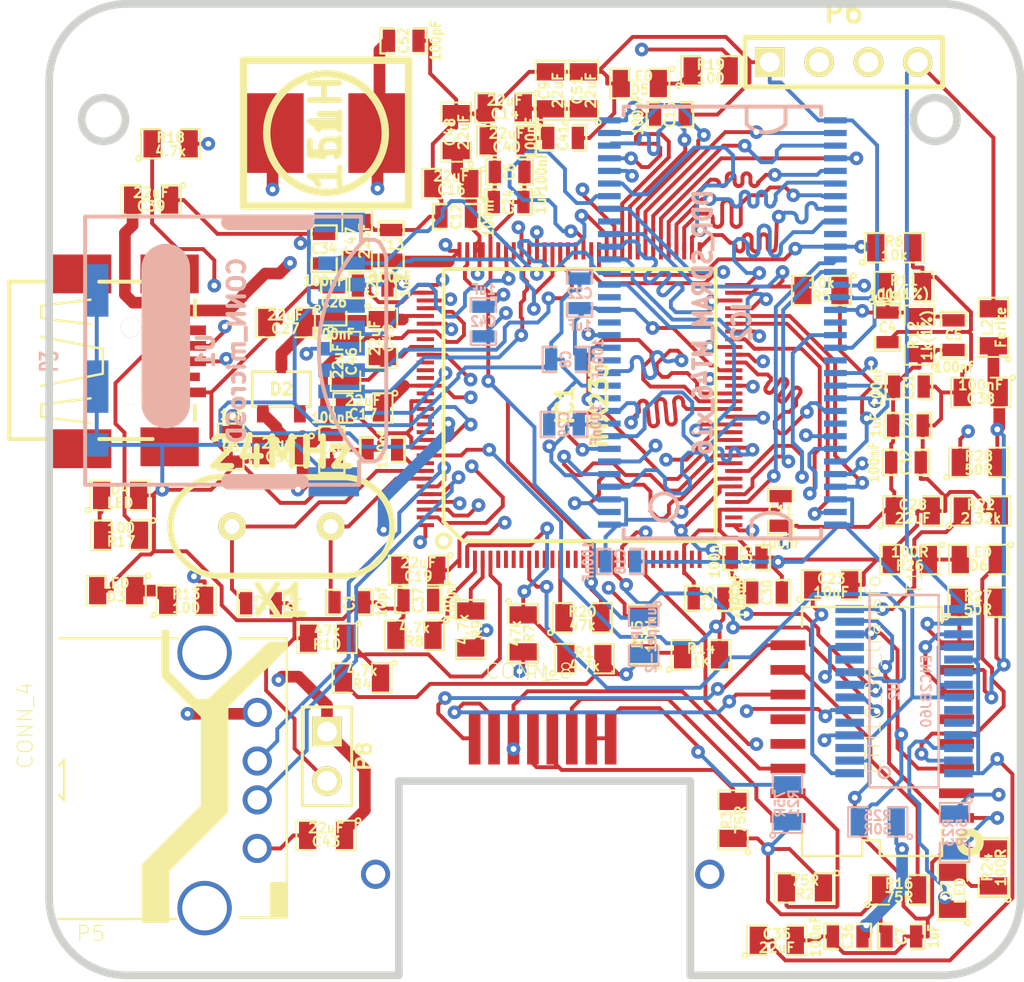
<source format=kicad_pcb>
(kicad_pcb (version 20171130) (host pcbnew "(5.1.12)-1")
  (layers (0 F.Cu signal) (1 Inner2.Cu signal) (2 Inner1.Cu signal) (31 B.Cu signal) (34 B.Paste user hide) (35 F.Paste user hide) (36 B.SilkS user hide) (37 F.SilkS user hide) (38 B.Mask user hide) (39 F.Mask user hide) (44 Edge.Cuts user))
  (net 0 "")
  (net 1 +2.5V)
  (net 2 +3.3V)
  (net 3 /LCD_D0)
  (net 4 /LCD_D1)
  (net 5 /LCD_D2)
  (net 6 /LCD_D3)
  (net 7 /LCD_RS)
  (net 8 /SD_CLOCK)
  (net 9 /SD_CMD)
  (net 10 /U_RX)
  (net 11 /U_TX)
  (net 12 5VOUT)
  (net 13 DDRA0)
  (net 14 DDRA1)
  (net 15 DDRA10)
  (net 16 DDRA11)
  (net 17 DDRA12)
  (net 18 DDRA2)
  (net 19 DDRA3)
  (net 20 DDRA4)
  (net 21 DDRA5)
  (net 22 DDRA6)
  (net 23 DDRA7)
  (net 24 DDRA8)
  (net 25 DDRA9)
  (net 26 DDR_BA0)
  (net 27 DDR_BA1)
  (net 28 DDR_CAS)
  (net 29 DDR_CE0n)
  (net 30 DDR_CKE)
  (net 31 DDR_CLK)
  (net 32 DDR_CLKn)
  (net 33 DDR_DO0)
  (net 34 DDR_DO1)
  (net 35 DDR_DO10)
  (net 36 DDR_DO11)
  (net 37 DDR_DO12)
  (net 38 DDR_DO13)
  (net 39 DDR_DO14)
  (net 40 DDR_DO15)
  (net 41 DDR_DO2)
  (net 42 DDR_DO3)
  (net 43 DDR_DO4)
  (net 44 DDR_DO5)
  (net 45 DDR_DO6)
  (net 46 DDR_DO7)
  (net 47 DDR_DO8)
  (net 48 DDR_DO9)
  (net 49 DDR_DQM0)
  (net 50 DDR_DQM1)
  (net 51 DDR_DQS0)
  (net 52 DDR_DQS1)
  (net 53 DDR_RAS)
  (net 54 DDR_WEn)
  (net 55 GND)
  (net 56 PSWITCH)
  (net 57 VDD4P2)
  (net 58 VDDA)
  (net 59 VDDD)
  (net 60 VDD_BATT)
  (net 61 VDD_XTAL)
  (net 62 XTALI)
  (net 63 XTALO)
  (net 64 "Net-(C3-Pad1)")
  (net 65 "Net-(C4-Pad1)")
  (net 66 "Net-(C52-Pad2)")
  (net 67 "Net-(D3-Pad1)")
  (net 68 "Net-(D4-Pad1)")
  (net 69 "Net-(D5-Pad1)")
  (net 70 "Net-(IC1-Pad97)")
  (net 71 "Net-(IC1-Pad34)")
  (net 72 "Net-(IC1-Pad7)")
  (net 73 "Net-(IC1-Pad8)")
  (net 74 "Net-(IC1-Pad104)")
  (net 75 "Net-(IC1-Pad9)")
  (net 76 "Net-(IC1-Pad11)")
  (net 77 "Net-(IC1-Pad107)")
  (net 78 "Net-(IC1-Pad12)")
  (net 79 "Net-(IC1-Pad108)")
  (net 80 "Net-(IC1-Pad13)")
  (net 81 "Net-(IC1-Pad109)")
  (net 82 "Net-(IC1-Pad15)")
  (net 83 "Net-(IC1-Pad16)")
  (net 84 "Net-(IC1-Pad17)")
  (net 85 "Net-(IC1-Pad81)")
  (net 86 "Net-(IC1-Pad113)")
  (net 87 "Net-(IC1-Pad82)")
  (net 88 "Net-(IC1-Pad114)")
  (net 89 "Net-(IC1-Pad19)")
  (net 90 "Net-(IC1-Pad115)")
  (net 91 "Net-(IC1-Pad20)")
  (net 92 "Net-(IC1-Pad84)")
  (net 93 "Net-(IC1-Pad116)")
  (net 94 "Net-(IC1-Pad85)")
  (net 95 "Net-(IC1-Pad86)")
  (net 96 "Net-(IC1-Pad23)")
  (net 97 "Net-(IC1-Pad87)")
  (net 98 "Net-(IC1-Pad24)")
  (net 99 "Net-(IC1-Pad88)")
  (net 100 "Net-(IC1-Pad89)")
  (net 101 "Net-(IC1-Pad26)")
  (net 102 "Net-(IC1-Pad27)")
  (net 103 "Net-(IC1-Pad91)")
  (net 104 "Net-(IC1-Pad123)")
  (net 105 "Net-(IC1-Pad28)")
  (net 106 "Net-(IC1-Pad124)")
  (net 107 "Net-(IC1-Pad29)")
  (net 108 "Net-(IC1-Pad31)")
  (net 109 /UART2_TX)
  (net 110 "Net-(IC1-Pad32)")
  (net 111 /UART2_RX)
  (net 112 "Net-(IC2-Pad14)")
  (net 113 "Net-(IC2-Pad53)")
  (net 114 "Net-(IC2-Pad17)")
  (net 115 "Net-(IC2-Pad50)")
  (net 116 "Net-(IC2-Pad19)")
  (net 117 "Net-(IC2-Pad43)")
  (net 118 "Net-(IC2-Pad25)")
  (net 119 "Net-(JP1-Pad2)")
  (net 120 "Net-(R14-Pad1)")
  (net 121 "Net-(P1-Pad1)")
  (net 122 "Net-(P1-Pad4)")
  (net 123 "Net-(T1-Pad4)")
  (net 124 "Net-(T1-Pad5)")
  (net 125 "Net-(T1-Pad12)")
  (net 126 "Net-(T1-Pad13)")
  (net 127 "Net-(C7-Pad2)")
  (net 128 "Net-(R2-Pad2)")
  (net 129 "Net-(R16-Pad2)")
  (net 130 /Ethernet/TX+)
  (net 131 /Ethernet/TX-)
  (net 132 /Ethernet/RX+)
  (net 133 /Ethernet/RX-)
  (net 134 "Net-(C23-Pad1)")
  (net 135 "Net-(D6-Pad1)")
  (net 136 "Net-(D6-Pad2)")
  (net 137 "Net-(D7-Pad1)")
  (net 138 "Net-(D7-Pad2)")
  (net 139 SPI_SCK)
  (net 140 SPI_CS)
  (net 141 SPI_MOSI)
  (net 142 SPI_MISO)
  (net 143 "Net-(R22-Pad1)")
  (net 144 "Net-(R23-Pad2)")
  (net 145 "Net-(R25-Pad2)")
  (net 146 "Net-(U2-Pad10)")
  (net 147 "Net-(U2-Pad3)")
  (net 148 "Net-(R27-Pad1)")
  (net 149 "Net-(R28-Pad1)")
  (net 150 SPI_INT)
  (net 151 "Net-(C36-Pad2)")
  (net 152 "Net-(C38-Pad1)")
  (net 153 "Net-(T1-Pad2)")
  (net 154 "Net-(IC1-Pad6)")
  (net 155 "Net-(C45-Pad1)")
  (net 156 "Net-(C53-Pad1)")
  (module opendous:SOT23-3_Opendous (layer F.Cu) (at 38.9525 41.83)
    (fp_text reference D2 (at 0 0) (layer F.SilkS) (effects (font (size 0.6096 0.6096) (thickness 0.1524))))
    (fp_text value D_schottky hide)
    (pad 3 smd rect (at 0.9525 1.27) (size 0.6096 0.889) (layers F.Cu F.Paste F.Mask))
    (pad 1 smd rect (at -0.9525 1.27) (size 0.6096 0.889) (layers F.Cu F.Paste F.Mask) (net 60 VDD_BATT))
    (pad 2 smd rect (at 0 -1.27) (size 0.6096 0.889) (layers F.Cu F.Paste F.Mask) (net 57 VDD4P2))
  )
  (module PIN_ARRAY_2X1 (layer F.Cu) (at 41.3 60.73 270)
    (fp_text reference P8 (at 0 -1.905 270) (layer F.SilkS) (effects (font (size 0.762 0.762) (thickness 0.1524))))
    (fp_text value CONN_2 hide)
    (pad 1 thru_hole rect (at -1.27 0 270) (size 1.524 1.524) (drill 1.016) (layers *.Cu *.Mask F.SilkS) (net 60 VDD_BATT))
    (pad 2 thru_hole circle (at 1.27 0 270) (size 1.524 1.524) (drill 1.016) (layers *.Cu *.Mask F.SilkS) (net 55 GND))
  )
  (module PIN_ARRAY_4x1 (layer F.Cu) (at 67.9 25)
    (fp_text reference P6 (at 0 -2.54) (layer F.SilkS) (effects (font (size 1.016 1.016) (thickness 0.2032))))
    (fp_text value CONN_4 hide)
    (pad 1 thru_hole rect (at -3.81 0) (size 1.524 1.524) (drill 1.016) (layers *.Cu *.Mask F.SilkS) (net 55 GND))
    (pad 2 thru_hole circle (at -1.27 0) (size 1.524 1.524) (drill 1.016) (layers *.Cu *.Mask F.SilkS) (net 109 /UART2_TX))
    (pad 3 thru_hole circle (at 1.27 0) (size 1.524 1.524) (drill 1.016) (layers *.Cu *.Mask F.SilkS) (net 111 /UART2_RX))
    (pad 4 thru_hole circle (at 3.81 0) (size 1.524 1.524) (drill 1.016) (layers *.Cu *.Mask F.SilkS) (net 2 +3.3V))
  )
  (module HC-49V (layer F.Cu) (at 38.95 48.9 180)
    (fp_text reference X1 (at 0 -3.81 180) (layer F.SilkS) (effects (font (size 1.524 1.524) (thickness 0.3048))))
    (fp_text value 24MHz (at 0 3.81 180) (layer F.SilkS) (effects (font (size 1.524 1.524) (thickness 0.3048))))
    (pad 1 thru_hole circle (at -2.54 0 180) (size 1.4224 1.4224) (drill 0.762) (layers *.Cu *.Mask F.SilkS) (net 62 XTALI))
    (pad 2 thru_hole circle (at 2.54 0 180) (size 1.4224 1.4224) (drill 0.762) (layers *.Cu *.Mask F.SilkS) (net 63 XTALO))
  )
  (module inductor22 (layer F.Cu) (at 41.25 28.65 90)
    (fp_text reference L1 (at 0 0 90) (layer F.SilkS) (effects (font (size 1.524 1.524) (thickness 0.3048))))
    (fp_text value 15uH (at 0 0 90) (layer F.SilkS) (effects (font (size 1.524 1.524) (thickness 0.3048))))
    (pad 1 smd rect (at 0 -2.75 90) (size 4.1 3.2) (layers F.Cu F.Paste F.Mask) (net 70 "Net-(IC1-Pad97)"))
    (pad 2 smd rect (at 0 2.75 90) (size 4.1 3.2) (layers F.Cu F.Paste F.Mask) (net 66 "Net-(C52-Pad2)"))
  )
  (module smd:SM0603_Capa (layer F.Cu) (at 42.45 52.8 180)
    (fp_text reference C1 (at 0 0 270) (layer F.SilkS) (effects (font (size 0.508 0.4572) (thickness 0.1143))))
    (fp_text value 10pf (at -1.651 0 270) (layer F.SilkS) (effects (font (size 0.508 0.4572) (thickness 0.1143))))
    (pad 1 smd rect (at -0.762 0 180) (size 0.635 1.143) (layers F.Cu F.Paste F.Mask) (net 55 GND))
    (pad 2 smd rect (at 0.762 0 180) (size 0.635 1.143) (layers F.Cu F.Paste F.Mask) (net 62 XTALI))
  )
  (module smd:SM0603_Capa (layer F.Cu) (at 37.9 52.85 180)
    (fp_text reference C2 (at 0 0 270) (layer F.SilkS) (effects (font (size 0.508 0.4572) (thickness 0.1143))))
    (fp_text value 10pf (at -1.651 0 270) (layer F.SilkS) (effects (font (size 0.508 0.4572) (thickness 0.1143))))
    (pad 1 smd rect (at -0.762 0 180) (size 0.635 1.143) (layers F.Cu F.Paste F.Mask) (net 55 GND))
    (pad 2 smd rect (at 0.762 0 180) (size 0.635 1.143) (layers F.Cu F.Paste F.Mask) (net 63 XTALO))
  )
  (module smd:SM0603_Capa (layer F.Cu) (at 70.15 38.65 270)
    (fp_text reference C4 (at 0 0) (layer F.SilkS) (effects (font (size 0.508 0.4572) (thickness 0.1143))))
    (fp_text value 100nf (at -1.651 0) (layer F.SilkS) (effects (font (size 0.508 0.4572) (thickness 0.1143))))
    (pad 1 smd rect (at -0.762 0 270) (size 0.635 1.143) (layers F.Cu F.Paste F.Mask) (net 65 "Net-(C4-Pad1)"))
    (pad 2 smd rect (at 0.762 0 270) (size 0.635 1.143) (layers F.Cu F.Paste F.Mask) (net 55 GND))
  )
  (module smd:SM0603_Capa (layer F.Cu) (at 73.55 39.05 90)
    (fp_text reference C5 (at 0 0 180) (layer F.SilkS) (effects (font (size 0.508 0.4572) (thickness 0.1143))))
    (fp_text value 100nf (at -1.651 0 180) (layer F.SilkS) (effects (font (size 0.508 0.4572) (thickness 0.1143))))
    (pad 1 smd rect (at -0.762 0 90) (size 0.635 1.143) (layers F.Cu F.Paste F.Mask) (net 1 +2.5V))
    (pad 2 smd rect (at 0.762 0 90) (size 0.635 1.143) (layers F.Cu F.Paste F.Mask) (net 65 "Net-(C4-Pad1)"))
  )
  (module smd:SM0603_Capa (layer F.Cu) (at 50.7 30.65 180)
    (fp_text reference C6 (at 0 0 270) (layer F.SilkS) (effects (font (size 0.508 0.4572) (thickness 0.1143))))
    (fp_text value 100nF (at -1.651 0 270) (layer F.SilkS) (effects (font (size 0.508 0.4572) (thickness 0.1143))))
    (pad 1 smd rect (at -0.762 0 180) (size 0.635 1.143) (layers F.Cu F.Paste F.Mask) (net 2 +3.3V))
    (pad 2 smd rect (at 0.762 0 180) (size 0.635 1.143) (layers F.Cu F.Paste F.Mask) (net 55 GND))
  )
  (module smd:SM0603_Capa (layer B.Cu) (at 53.6 40.3 180)
    (fp_text reference C8 (at 0 0 90) (layer B.SilkS) (effects (font (size 0.508 0.4572) (thickness 0.1143)) (justify mirror)))
    (fp_text value 100nF (at -1.651 0 90) (layer B.SilkS) (effects (font (size 0.508 0.4572) (thickness 0.1143)) (justify mirror)))
    (pad 1 smd rect (at -0.762 0 180) (size 0.635 1.143) (layers B.Cu B.Paste B.Mask) (net 1 +2.5V))
    (pad 2 smd rect (at 0.762 0 180) (size 0.635 1.143) (layers B.Cu B.Paste B.Mask) (net 55 GND))
  )
  (module smd:SM0805 (layer F.Cu) (at 52.8 26.45 90)
    (fp_text reference C9 (at 0 -0.3175 90) (layer F.SilkS) (effects (font (size 0.50038 0.50038) (thickness 0.10922))))
    (fp_text value 22uF (at 0 0.381 90) (layer F.SilkS) (effects (font (size 0.50038 0.50038) (thickness 0.10922))))
    (pad 1 smd rect (at -0.9525 0 90) (size 0.889 1.397) (layers F.Cu F.Paste F.Mask) (net 2 +3.3V))
    (pad 2 smd rect (at 0.9525 0 90) (size 0.889 1.397) (layers F.Cu F.Paste F.Mask) (net 55 GND))
  )
  (module opendous:SM0603_Opendous (layer F.Cu) (at 44.15 44.95 180)
    (fp_text reference C10 hide)
    (fp_text value 100nf (at 0 0 270) (layer F.SilkS) (effects (font (size 0.4572 0.4572) (thickness 0.1143))))
    (pad 1 smd rect (at -0.762 0 180) (size 0.635 1.143) (layers F.Cu F.Paste F.Mask) (net 61 VDD_XTAL))
    (pad 2 smd rect (at 0.762 0 180) (size 0.635 1.143) (layers F.Cu F.Paste F.Mask) (net 55 GND))
  )
  (module smd:SM0603_Capa (layer F.Cu) (at 64.65 48.1 90)
    (fp_text reference C11 (at 0 0 180) (layer F.SilkS) (effects (font (size 0.508 0.4572) (thickness 0.1143))))
    (fp_text value 100nF (at -1.651 0 180) (layer F.SilkS) (effects (font (size 0.508 0.4572) (thickness 0.1143))))
    (pad 1 smd rect (at -0.762 0 90) (size 0.635 1.143) (layers F.Cu F.Paste F.Mask) (net 1 +2.5V))
    (pad 2 smd rect (at 0.762 0 90) (size 0.635 1.143) (layers F.Cu F.Paste F.Mask) (net 55 GND))
  )
  (module smd:SM0603_Capa (layer F.Cu) (at 47.95 32.95 180)
    (fp_text reference C12 (at 0 0 270) (layer F.SilkS) (effects (font (size 0.508 0.4572) (thickness 0.1143))))
    (fp_text value 100nF (at -1.651 0 270) (layer F.SilkS) (effects (font (size 0.508 0.4572) (thickness 0.1143))))
    (pad 1 smd rect (at -0.762 0 180) (size 0.635 1.143) (layers F.Cu F.Paste F.Mask) (net 59 VDDD))
    (pad 2 smd rect (at 0.762 0 180) (size 0.635 1.143) (layers F.Cu F.Paste F.Mask) (net 55 GND))
  )
  (module smd:SM0603_Capa (layer F.Cu) (at 44.6 34.4 90)
    (fp_text reference C13 (at 0 0 180) (layer F.SilkS) (effects (font (size 0.508 0.4572) (thickness 0.1143))))
    (fp_text value 100nF (at -1.651 0 180) (layer F.SilkS) (effects (font (size 0.508 0.4572) (thickness 0.1143))))
    (pad 1 smd rect (at -0.762 0 90) (size 0.635 1.143) (layers F.Cu F.Paste F.Mask) (net 58 VDDA))
    (pad 2 smd rect (at 0.762 0 90) (size 0.635 1.143) (layers F.Cu F.Paste F.Mask) (net 55 GND))
  )
  (module smd:SM0805 (layer F.Cu) (at 50.45 27.35 180)
    (fp_text reference C14 (at 0 -0.3175 180) (layer F.SilkS) (effects (font (size 0.50038 0.50038) (thickness 0.10922))))
    (fp_text value 22uF (at 0 0.381 180) (layer F.SilkS) (effects (font (size 0.50038 0.50038) (thickness 0.10922))))
    (pad 1 smd rect (at -0.9525 0 180) (size 0.889 1.397) (layers F.Cu F.Paste F.Mask) (net 2 +3.3V))
    (pad 2 smd rect (at 0.9525 0 180) (size 0.889 1.397) (layers F.Cu F.Paste F.Mask) (net 55 GND))
  )
  (module smd:SM0603_Capa (layer F.Cu) (at 58.95 27.7)
    (fp_text reference C15 (at 0 0 90) (layer F.SilkS) (effects (font (size 0.508 0.4572) (thickness 0.1143))))
    (fp_text value 100nF (at -1.651 0 90) (layer F.SilkS) (effects (font (size 0.508 0.4572) (thickness 0.1143))))
    (pad 1 smd rect (at -0.762 0) (size 0.635 1.143) (layers F.Cu F.Paste F.Mask) (net 1 +2.5V))
    (pad 2 smd rect (at 0.762 0) (size 0.635 1.143) (layers F.Cu F.Paste F.Mask) (net 55 GND))
  )
  (module smd:SM0805 (layer F.Cu) (at 47.7 31.25 180)
    (fp_text reference C16 (at 0 -0.3175 180) (layer F.SilkS) (effects (font (size 0.50038 0.50038) (thickness 0.10922))))
    (fp_text value 22uF (at 0 0.381 180) (layer F.SilkS) (effects (font (size 0.50038 0.50038) (thickness 0.10922))))
    (pad 1 smd rect (at -0.9525 0 180) (size 0.889 1.397) (layers F.Cu F.Paste F.Mask) (net 59 VDDD))
    (pad 2 smd rect (at 0.9525 0 180) (size 0.889 1.397) (layers F.Cu F.Paste F.Mask) (net 55 GND))
  )
  (module smd:SM0805 (layer F.Cu) (at 43.15 42.8 180)
    (fp_text reference C17 (at 0 -0.3175 180) (layer F.SilkS) (effects (font (size 0.50038 0.50038) (thickness 0.10922))))
    (fp_text value 22uF (at 0 0.381 180) (layer F.SilkS) (effects (font (size 0.50038 0.50038) (thickness 0.10922))))
    (pad 1 smd rect (at -0.9525 0 180) (size 0.889 1.397) (layers F.Cu F.Paste F.Mask) (net 58 VDDA))
    (pad 2 smd rect (at 0.9525 0 180) (size 0.889 1.397) (layers F.Cu F.Paste F.Mask) (net 55 GND))
  )
  (module smd:SM0603_Capa (layer B.Cu) (at 56.4 50.7)
    (fp_text reference C18 (at 0 0 270) (layer B.SilkS) (effects (font (size 0.508 0.4572) (thickness 0.1143)) (justify mirror)))
    (fp_text value 100nF (at -1.651 0 270) (layer B.SilkS) (effects (font (size 0.508 0.4572) (thickness 0.1143)) (justify mirror)))
    (pad 1 smd rect (at -0.762 0) (size 0.635 1.143) (layers B.Cu B.Paste B.Mask) (net 1 +2.5V))
    (pad 2 smd rect (at 0.762 0) (size 0.635 1.143) (layers B.Cu B.Paste B.Mask) (net 55 GND))
  )
  (module smd:SM0805 (layer F.Cu) (at 46 51.15 180)
    (fp_text reference C19 (at 0 -0.3175 180) (layer F.SilkS) (effects (font (size 0.50038 0.50038) (thickness 0.10922))))
    (fp_text value 22uF (at 0 0.381 180) (layer F.SilkS) (effects (font (size 0.50038 0.50038) (thickness 0.10922))))
    (pad 1 smd rect (at -0.9525 0 180) (size 0.889 1.397) (layers F.Cu F.Paste F.Mask) (net 59 VDDD))
    (pad 2 smd rect (at 0.9525 0 180) (size 0.889 1.397) (layers F.Cu F.Paste F.Mask) (net 55 GND))
  )
  (module smd:SM0603_Capa (layer F.Cu) (at 43.65 36.5 180)
    (fp_text reference C21 (at 0 0 270) (layer F.SilkS) (effects (font (size 0.508 0.4572) (thickness 0.1143))))
    (fp_text value 1uF (at -1.651 0 270) (layer F.SilkS) (effects (font (size 0.508 0.4572) (thickness 0.1143))))
    (pad 1 smd rect (at -0.762 0 180) (size 0.635 1.143) (layers F.Cu F.Paste F.Mask) (net 12 5VOUT))
    (pad 2 smd rect (at 0.762 0 180) (size 0.635 1.143) (layers F.Cu F.Paste F.Mask) (net 55 GND))
  )
  (module smd:SM0603_Capa (layer F.Cu) (at 60.938 52.6 180)
    (fp_text reference C25 (at 0 0 270) (layer F.SilkS) (effects (font (size 0.508 0.4572) (thickness 0.1143))))
    (fp_text value 100nF (at -1.651 0 270) (layer F.SilkS) (effects (font (size 0.508 0.4572) (thickness 0.1143))))
    (pad 1 smd rect (at -0.762 0 180) (size 0.635 1.143) (layers F.Cu F.Paste F.Mask) (net 56 PSWITCH))
    (pad 2 smd rect (at 0.762 0 180) (size 0.635 1.143) (layers F.Cu F.Paste F.Mask) (net 55 GND))
  )
  (module smd:SM0603_Capa (layer F.Cu) (at 41.65 37.35 90)
    (fp_text reference C26 (at 0 0 180) (layer F.SilkS) (effects (font (size 0.508 0.4572) (thickness 0.1143))))
    (fp_text value 100nF (at -1.651 0 180) (layer F.SilkS) (effects (font (size 0.508 0.4572) (thickness 0.1143))))
    (pad 1 smd rect (at -0.762 0 90) (size 0.635 1.143) (layers F.Cu F.Paste F.Mask) (net 57 VDD4P2))
    (pad 2 smd rect (at 0.762 0 90) (size 0.635 1.143) (layers F.Cu F.Paste F.Mask) (net 55 GND))
  )
  (module smd:SM0805 (layer F.Cu) (at 39.1525 38.4 180)
    (fp_text reference C27 (at 0 -0.3175 180) (layer F.SilkS) (effects (font (size 0.50038 0.50038) (thickness 0.10922))))
    (fp_text value 22uF (at 0 0.381 180) (layer F.SilkS) (effects (font (size 0.50038 0.50038) (thickness 0.10922))))
    (pad 1 smd rect (at -0.9525 0 180) (size 0.889 1.397) (layers F.Cu F.Paste F.Mask) (net 57 VDD4P2))
    (pad 2 smd rect (at 0.9525 0 180) (size 0.889 1.397) (layers F.Cu F.Paste F.Mask) (net 55 GND))
  )
  (module smd:SM0805 (layer F.Cu) (at 71.45 48.1)
    (fp_text reference C28 (at 0 -0.3175) (layer F.SilkS) (effects (font (size 0.50038 0.50038) (thickness 0.10922))))
    (fp_text value 22uF (at 0 0.381) (layer F.SilkS) (effects (font (size 0.50038 0.50038) (thickness 0.10922))))
    (pad 1 smd rect (at -0.9525 0) (size 0.889 1.397) (layers F.Cu F.Paste F.Mask) (net 1 +2.5V))
    (pad 2 smd rect (at 0.9525 0) (size 0.889 1.397) (layers F.Cu F.Paste F.Mask) (net 55 GND))
  )
  (module smd:SM0805 (layer F.Cu) (at 50.55 29.05 180)
    (fp_text reference C40 (at 0 -0.3175 180) (layer F.SilkS) (effects (font (size 0.50038 0.50038) (thickness 0.10922))))
    (fp_text value 22uF (at 0 0.381 180) (layer F.SilkS) (effects (font (size 0.50038 0.50038) (thickness 0.10922))))
    (pad 1 smd rect (at -0.9525 0 180) (size 0.889 1.397) (layers F.Cu F.Paste F.Mask) (net 2 +3.3V))
    (pad 2 smd rect (at 0.9525 0 180) (size 0.889 1.397) (layers F.Cu F.Paste F.Mask) (net 55 GND))
  )
  (module smd:SM0603_Capa (layer F.Cu) (at 53.45 28.9)
    (fp_text reference C41 (at 0 0 90) (layer F.SilkS) (effects (font (size 0.508 0.4572) (thickness 0.1143))))
    (fp_text value 100nF (at -1.651 0 90) (layer F.SilkS) (effects (font (size 0.508 0.4572) (thickness 0.1143))))
    (pad 1 smd rect (at -0.762 0) (size 0.635 1.143) (layers F.Cu F.Paste F.Mask) (net 2 +3.3V))
    (pad 2 smd rect (at 0.762 0) (size 0.635 1.143) (layers F.Cu F.Paste F.Mask) (net 55 GND))
  )
  (module smd:SM0805 (layer F.Cu) (at 41.2525 64.8 180)
    (fp_text reference C43 (at 0 -0.3175 180) (layer F.SilkS) (effects (font (size 0.50038 0.50038) (thickness 0.10922))))
    (fp_text value 22uF (at 0 0.381 180) (layer F.SilkS) (effects (font (size 0.50038 0.50038) (thickness 0.10922))))
    (pad 1 smd rect (at -0.9525 0 180) (size 0.889 1.397) (layers F.Cu F.Paste F.Mask) (net 60 VDD_BATT))
    (pad 2 smd rect (at 0.9525 0 180) (size 0.889 1.397) (layers F.Cu F.Paste F.Mask) (net 55 GND))
  )
  (module smd:SM0603_Capa (layer F.Cu) (at 41.55 44.95 270)
    (fp_text reference C44 (at 0 0) (layer F.SilkS) (effects (font (size 0.508 0.4572) (thickness 0.1143))))
    (fp_text value 100nF (at -1.651 0) (layer F.SilkS) (effects (font (size 0.508 0.4572) (thickness 0.1143))))
    (pad 1 smd rect (at -0.762 0 270) (size 0.635 1.143) (layers F.Cu F.Paste F.Mask) (net 60 VDD_BATT))
    (pad 2 smd rect (at 0.762 0 270) (size 0.635 1.143) (layers F.Cu F.Paste F.Mask) (net 55 GND))
  )
  (module smd:SM0805 (layer F.Cu) (at 42.25 40.4 270)
    (fp_text reference C46 (at 0 -0.3175 270) (layer F.SilkS) (effects (font (size 0.50038 0.50038) (thickness 0.10922))))
    (fp_text value 22uF (at 0 0.381 270) (layer F.SilkS) (effects (font (size 0.50038 0.50038) (thickness 0.10922))))
    (pad 1 smd rect (at -0.9525 0 270) (size 0.889 1.397) (layers F.Cu F.Paste F.Mask) (net 60 VDD_BATT))
    (pad 2 smd rect (at 0.9525 0 270) (size 0.889 1.397) (layers F.Cu F.Paste F.Mask) (net 55 GND))
  )
  (module smd:SM0805 (layer F.Cu) (at 42.85 34.2 90)
    (fp_text reference C47 (at 0 -0.3175 90) (layer F.SilkS) (effects (font (size 0.50038 0.50038) (thickness 0.10922))))
    (fp_text value 22uF (at 0 0.381 90) (layer F.SilkS) (effects (font (size 0.50038 0.50038) (thickness 0.10922))))
    (pad 1 smd rect (at -0.9525 0 90) (size 0.889 1.397) (layers F.Cu F.Paste F.Mask) (net 58 VDDA))
    (pad 2 smd rect (at 0.9525 0 90) (size 0.889 1.397) (layers F.Cu F.Paste F.Mask) (net 55 GND))
  )
  (module smd:SM0805 (layer F.Cu) (at 47.95 28.6 90)
    (fp_text reference C48 (at 0 -0.3175 90) (layer F.SilkS) (effects (font (size 0.50038 0.50038) (thickness 0.10922))))
    (fp_text value 22uF (at 0 0.381 90) (layer F.SilkS) (effects (font (size 0.50038 0.50038) (thickness 0.10922))))
    (pad 1 smd rect (at -0.9525 0 90) (size 0.889 1.397) (layers F.Cu F.Paste F.Mask) (net 59 VDDD))
    (pad 2 smd rect (at 0.9525 0 90) (size 0.889 1.397) (layers F.Cu F.Paste F.Mask) (net 55 GND))
  )
  (module smd:SM0805 (layer F.Cu) (at 44.15 39.2 270)
    (fp_text reference C49 (at 0 -0.3175 270) (layer F.SilkS) (effects (font (size 0.50038 0.50038) (thickness 0.10922))))
    (fp_text value 22uF (at 0 0.381 270) (layer F.SilkS) (effects (font (size 0.50038 0.50038) (thickness 0.10922))))
    (pad 1 smd rect (at -0.9525 0 270) (size 0.889 1.397) (layers F.Cu F.Paste F.Mask) (net 57 VDD4P2))
    (pad 2 smd rect (at 0.9525 0 270) (size 0.889 1.397) (layers F.Cu F.Paste F.Mask) (net 55 GND))
  )
  (module smd:SM0805 (layer F.Cu) (at 38.85 45 180)
    (fp_text reference C50 (at 0 -0.3175 180) (layer F.SilkS) (effects (font (size 0.50038 0.50038) (thickness 0.10922))))
    (fp_text value 22uF (at 0 0.381 180) (layer F.SilkS) (effects (font (size 0.50038 0.50038) (thickness 0.10922))))
    (pad 1 smd rect (at -0.9525 0 180) (size 0.889 1.397) (layers F.Cu F.Paste F.Mask) (net 60 VDD_BATT))
    (pad 2 smd rect (at 0.9525 0 180) (size 0.889 1.397) (layers F.Cu F.Paste F.Mask) (net 55 GND))
  )
  (module smd:SM0805 (layer F.Cu) (at 54.5 26.45 90)
    (fp_text reference C51 (at 0 -0.3175 90) (layer F.SilkS) (effects (font (size 0.50038 0.50038) (thickness 0.10922))))
    (fp_text value 22uF (at 0 0.381 90) (layer F.SilkS) (effects (font (size 0.50038 0.50038) (thickness 0.10922))))
    (pad 1 smd rect (at -0.9525 0 90) (size 0.889 1.397) (layers F.Cu F.Paste F.Mask) (net 2 +3.3V))
    (pad 2 smd rect (at 0.9525 0 90) (size 0.889 1.397) (layers F.Cu F.Paste F.Mask) (net 55 GND))
  )
  (module opendous:LQFP128_14x14mm_0.4mmPitch_iMX233 (layer F.Cu) (at 54.3 42.65 90)
    (fp_text reference IC1 (at 0 -0.7493 90) (layer F.SilkS) (effects (font (size 0.8636 0.8128) (thickness 0.2032))))
    (fp_text value iMX233 (at 0 1.00076 90) (layer F.SilkS) (effects (font (size 0.8636 0.8128) (thickness 0.2032))))
    (pad 1 smd rect (at -7.9375 -6.18236 180) (size 0.2032 0.889) (layers F.Cu F.Paste F.Mask) (net 59 VDDD))
    (pad 33 smd rect (at -6.18236 7.9375 90) (size 0.2032 0.889) (layers F.Cu F.Paste F.Mask) (net 139 SPI_SCK))
    (pad 65 smd rect (at 7.9375 6.18236) (size 0.2032 0.889) (layers F.Cu F.Paste F.Mask) (net 16 DDRA11))
    (pad 97 smd rect (at 6.18236 -7.9375 90) (size 0.2032 0.889) (layers F.Cu F.Paste F.Mask) (net 70 "Net-(IC1-Pad97)"))
    (pad 2 smd rect (at -7.9375 -5.78358 180) (size 0.2032 0.889) (layers F.Cu F.Paste F.Mask) (net 3 /LCD_D0))
    (pad 34 smd rect (at -5.78358 7.9375 90) (size 0.2032 0.889) (layers F.Cu F.Paste F.Mask) (net 71 "Net-(IC1-Pad34)"))
    (pad 66 smd rect (at 7.9375 5.78358) (size 0.2032 0.889) (layers F.Cu F.Paste F.Mask) (net 15 DDRA10))
    (pad 98 smd rect (at 5.78358 -7.9375 90) (size 0.2032 0.889) (layers F.Cu F.Paste F.Mask) (net 55 GND))
    (pad 3 smd rect (at -7.9375 -5.3848 180) (size 0.2032 0.889) (layers F.Cu F.Paste F.Mask) (net 4 /LCD_D1))
    (pad 35 smd rect (at -5.3848 7.9375 90) (size 0.2032 0.889) (layers F.Cu F.Paste F.Mask) (net 55 GND))
    (pad 67 smd rect (at 7.9375 5.3848) (size 0.2032 0.889) (layers F.Cu F.Paste F.Mask) (net 25 DDRA9))
    (pad 99 smd rect (at 5.3848 -7.9375 90) (size 0.2032 0.889) (layers F.Cu F.Paste F.Mask) (net 66 "Net-(C52-Pad2)"))
    (pad 4 smd rect (at -7.9375 -4.98602 180) (size 0.2032 0.889) (layers F.Cu F.Paste F.Mask) (net 5 /LCD_D2))
    (pad 36 smd rect (at -4.98602 7.9375 90) (size 0.2032 0.889) (layers F.Cu F.Paste F.Mask) (net 31 DDR_CLK))
    (pad 68 smd rect (at 7.9375 4.98602) (size 0.2032 0.889) (layers F.Cu F.Paste F.Mask) (net 24 DDRA8))
    (pad 100 smd rect (at 4.98602 -7.9375 90) (size 0.2032 0.889) (layers F.Cu F.Paste F.Mask) (net 60 VDD_BATT))
    (pad 5 smd rect (at -7.9375 -4.58724 180) (size 0.2032 0.889) (layers F.Cu F.Paste F.Mask) (net 6 /LCD_D3))
    (pad 37 smd rect (at -4.58724 7.9375 90) (size 0.2032 0.889) (layers F.Cu F.Paste F.Mask) (net 32 DDR_CLKn))
    (pad 69 smd rect (at 7.9375 4.58724) (size 0.2032 0.889) (layers F.Cu F.Paste F.Mask) (net 23 DDRA7))
    (pad 101 smd rect (at 4.58724 -7.9375 90) (size 0.2032 0.889) (layers F.Cu F.Paste F.Mask) (net 57 VDD4P2))
    (pad 6 smd rect (at -7.9375 -4.18846 180) (size 0.2032 0.889) (layers F.Cu F.Paste F.Mask) (net 154 "Net-(IC1-Pad6)"))
    (pad 38 smd rect (at -4.18846 7.9375 90) (size 0.2032 0.889) (layers F.Cu F.Paste F.Mask) (net 1 +2.5V))
    (pad 70 smd rect (at 7.9375 4.18846) (size 0.2032 0.889) (layers F.Cu F.Paste F.Mask) (net 22 DDRA6))
    (pad 102 smd rect (at 4.18846 -7.9375 90) (size 0.2032 0.889) (layers F.Cu F.Paste F.Mask) (net 12 5VOUT))
    (pad 7 smd rect (at -7.9375 -3.78968 180) (size 0.2032 0.889) (layers F.Cu F.Paste F.Mask) (net 72 "Net-(IC1-Pad7)"))
    (pad 39 smd rect (at -3.78968 7.9375 90) (size 0.2032 0.889) (layers F.Cu F.Paste F.Mask) (net 51 DDR_DQS0))
    (pad 71 smd rect (at 7.9375 3.78968) (size 0.2032 0.889) (layers F.Cu F.Paste F.Mask) (net 21 DDRA5))
    (pad 103 smd rect (at 3.78968 -7.9375 90) (size 0.2032 0.889) (layers F.Cu F.Paste F.Mask) (net 60 VDD_BATT))
    (pad 8 smd rect (at -7.9375 -3.3909 180) (size 0.2032 0.889) (layers F.Cu F.Paste F.Mask) (net 73 "Net-(IC1-Pad8)"))
    (pad 40 smd rect (at -3.3909 7.9375 90) (size 0.2032 0.889) (layers F.Cu F.Paste F.Mask) (net 52 DDR_DQS1))
    (pad 72 smd rect (at 7.9375 3.3909) (size 0.2032 0.889) (layers F.Cu F.Paste F.Mask) (net 20 DDRA4))
    (pad 104 smd rect (at 3.3909 -7.9375 90) (size 0.2032 0.889) (layers F.Cu F.Paste F.Mask) (net 74 "Net-(IC1-Pad104)"))
    (pad 9 smd rect (at -7.9375 -2.99212 180) (size 0.2032 0.889) (layers F.Cu F.Paste F.Mask) (net 75 "Net-(IC1-Pad9)"))
    (pad 41 smd rect (at -2.99212 7.9375 90) (size 0.2032 0.889) (layers F.Cu F.Paste F.Mask) (net 33 DDR_DO0))
    (pad 73 smd rect (at 7.9375 2.99212) (size 0.2032 0.889) (layers F.Cu F.Paste F.Mask) (net 19 DDRA3))
    (pad 105 smd rect (at 2.99212 -7.9375 90) (size 0.2032 0.889) (layers F.Cu F.Paste F.Mask) (net 55 GND))
    (pad 10 smd rect (at -7.9375 -2.59334 180) (size 0.2032 0.889) (layers F.Cu F.Paste F.Mask) (net 140 SPI_CS))
    (pad 42 smd rect (at -2.59334 7.9375 90) (size 0.2032 0.889) (layers F.Cu F.Paste F.Mask) (net 41 DDR_DO2))
    (pad 74 smd rect (at 7.9375 2.59334) (size 0.2032 0.889) (layers F.Cu F.Paste F.Mask) (net 18 DDRA2))
    (pad 106 smd rect (at 2.59334 -7.9375 90) (size 0.2032 0.889) (layers F.Cu F.Paste F.Mask) (net 1 +2.5V))
    (pad 11 smd rect (at -7.9375 -2.19456 180) (size 0.2032 0.889) (layers F.Cu F.Paste F.Mask) (net 76 "Net-(IC1-Pad11)"))
    (pad 43 smd rect (at -2.19456 7.9375 90) (size 0.2032 0.889) (layers F.Cu F.Paste F.Mask) (net 34 DDR_DO1))
    (pad 75 smd rect (at 7.9375 2.19456) (size 0.2032 0.889) (layers F.Cu F.Paste F.Mask) (net 14 DDRA1))
    (pad 107 smd rect (at 2.19456 -7.9375 90) (size 0.2032 0.889) (layers F.Cu F.Paste F.Mask) (net 77 "Net-(IC1-Pad107)"))
    (pad 12 smd rect (at -7.9375 -1.79578 180) (size 0.2032 0.889) (layers F.Cu F.Paste F.Mask) (net 78 "Net-(IC1-Pad12)"))
    (pad 44 smd rect (at -1.79578 7.9375 90) (size 0.2032 0.889) (layers F.Cu F.Paste F.Mask) (net 42 DDR_DO3))
    (pad 76 smd rect (at 7.9375 1.79578) (size 0.2032 0.889) (layers F.Cu F.Paste F.Mask) (net 13 DDRA0))
    (pad 108 smd rect (at 1.79578 -7.9375 90) (size 0.2032 0.889) (layers F.Cu F.Paste F.Mask) (net 79 "Net-(IC1-Pad108)"))
    (pad 13 smd rect (at -7.9375 -1.397 180) (size 0.2032 0.889) (layers F.Cu F.Paste F.Mask) (net 80 "Net-(IC1-Pad13)"))
    (pad 45 smd rect (at -1.397 7.9375 90) (size 0.2032 0.889) (layers F.Cu F.Paste F.Mask) (net 1 +2.5V))
    (pad 77 smd rect (at 7.9375 1.397) (size 0.2032 0.889) (layers F.Cu F.Paste F.Mask) (net 54 DDR_WEn))
    (pad 109 smd rect (at 1.397 -7.9375 90) (size 0.2032 0.889) (layers F.Cu F.Paste F.Mask) (net 81 "Net-(IC1-Pad109)"))
    (pad 14 smd rect (at -7.9375 -0.99822 180) (size 0.2032 0.889) (layers F.Cu F.Paste F.Mask) (net 7 /LCD_RS))
    (pad 46 smd rect (at -0.99822 7.9375 90) (size 0.2032 0.889) (layers F.Cu F.Paste F.Mask) (net 49 DDR_DQM0))
    (pad 78 smd rect (at 7.9375 0.99822) (size 0.2032 0.889) (layers F.Cu F.Paste F.Mask) (net 30 DDR_CKE))
    (pad 110 smd rect (at 0.99822 -7.9375 90) (size 0.2032 0.889) (layers F.Cu F.Paste F.Mask) (net 58 VDDA))
    (pad 15 smd rect (at -7.9375 -0.59944 180) (size 0.2032 0.889) (layers F.Cu F.Paste F.Mask) (net 82 "Net-(IC1-Pad15)"))
    (pad 47 smd rect (at -0.59944 7.9375 90) (size 0.2032 0.889) (layers F.Cu F.Paste F.Mask) (net 43 DDR_DO4))
    (pad 79 smd rect (at 7.9375 0.59944) (size 0.2032 0.889) (layers F.Cu F.Paste F.Mask) (net 26 DDR_BA0))
    (pad 111 smd rect (at 0.59944 -7.9375 90) (size 0.2032 0.889) (layers F.Cu F.Paste F.Mask) (net 55 GND))
    (pad 16 smd rect (at -7.9375 -0.20066 180) (size 0.2032 0.889) (layers F.Cu F.Paste F.Mask) (net 83 "Net-(IC1-Pad16)"))
    (pad 48 smd rect (at -0.20066 7.9375 90) (size 0.2032 0.889) (layers F.Cu F.Paste F.Mask) (net 44 DDR_DO5))
    (pad 80 smd rect (at 7.9375 0.20066) (size 0.2032 0.889) (layers F.Cu F.Paste F.Mask) (net 27 DDR_BA1))
    (pad 112 smd rect (at 0.20066 -7.9375 90) (size 0.2032 0.889) (layers F.Cu F.Paste F.Mask) (net 55 GND))
    (pad 17 smd rect (at -7.9375 0.19812 180) (size 0.2032 0.889) (layers F.Cu F.Paste F.Mask) (net 84 "Net-(IC1-Pad17)"))
    (pad 49 smd rect (at 0.19812 7.9375 90) (size 0.2032 0.889) (layers F.Cu F.Paste F.Mask) (net 45 DDR_DO6))
    (pad 81 smd rect (at 7.9375 -0.19812) (size 0.2032 0.889) (layers F.Cu F.Paste F.Mask) (net 85 "Net-(IC1-Pad81)"))
    (pad 113 smd rect (at -0.19812 -7.9375 90) (size 0.2032 0.889) (layers F.Cu F.Paste F.Mask) (net 86 "Net-(IC1-Pad113)"))
    (pad 18 smd rect (at -7.9375 0.5969 180) (size 0.2032 0.889) (layers F.Cu F.Paste F.Mask) (net 2 +3.3V))
    (pad 50 smd rect (at 0.5969 7.9375 90) (size 0.2032 0.889) (layers F.Cu F.Paste F.Mask) (net 46 DDR_DO7))
    (pad 82 smd rect (at 7.9375 -0.5969) (size 0.2032 0.889) (layers F.Cu F.Paste F.Mask) (net 87 "Net-(IC1-Pad82)"))
    (pad 114 smd rect (at -0.5969 -7.9375 90) (size 0.2032 0.889) (layers F.Cu F.Paste F.Mask) (net 88 "Net-(IC1-Pad114)"))
    (pad 19 smd rect (at -7.9375 0.99568 180) (size 0.2032 0.889) (layers F.Cu F.Paste F.Mask) (net 89 "Net-(IC1-Pad19)"))
    (pad 51 smd rect (at 0.99568 7.9375 90) (size 0.2032 0.889) (layers F.Cu F.Paste F.Mask) (net 47 DDR_DO8))
    (pad 83 smd rect (at 7.9375 -0.99568) (size 0.2032 0.889) (layers F.Cu F.Paste F.Mask) (net 9 /SD_CMD))
    (pad 115 smd rect (at -0.99568 -7.9375 90) (size 0.2032 0.889) (layers F.Cu F.Paste F.Mask) (net 90 "Net-(IC1-Pad115)"))
    (pad 20 smd rect (at -7.9375 1.39446 180) (size 0.2032 0.889) (layers F.Cu F.Paste F.Mask) (net 91 "Net-(IC1-Pad20)"))
    (pad 52 smd rect (at 1.39446 7.9375 90) (size 0.2032 0.889) (layers F.Cu F.Paste F.Mask) (net 48 DDR_DO9))
    (pad 84 smd rect (at 7.9375 -1.39446) (size 0.2032 0.889) (layers F.Cu F.Paste F.Mask) (net 92 "Net-(IC1-Pad84)"))
    (pad 116 smd rect (at -1.39446 -7.9375 90) (size 0.2032 0.889) (layers F.Cu F.Paste F.Mask) (net 93 "Net-(IC1-Pad116)"))
    (pad 21 smd rect (at -7.9375 1.79324 180) (size 0.2032 0.889) (layers F.Cu F.Paste F.Mask) (net 141 SPI_MOSI))
    (pad 53 smd rect (at 1.79324 7.9375 90) (size 0.2032 0.889) (layers F.Cu F.Paste F.Mask) (net 1 +2.5V))
    (pad 85 smd rect (at 7.9375 -1.79324) (size 0.2032 0.889) (layers F.Cu F.Paste F.Mask) (net 94 "Net-(IC1-Pad85)"))
    (pad 117 smd rect (at -1.79324 -7.9375 90) (size 0.2032 0.889) (layers F.Cu F.Paste F.Mask) (net 64 "Net-(C3-Pad1)"))
    (pad 22 smd rect (at -7.9375 2.19202 180) (size 0.2032 0.889) (layers F.Cu F.Paste F.Mask) (net 142 SPI_MISO))
    (pad 54 smd rect (at 2.19202 7.9375 90) (size 0.2032 0.889) (layers F.Cu F.Paste F.Mask) (net 35 DDR_DO10))
    (pad 86 smd rect (at 7.9375 -2.19202) (size 0.2032 0.889) (layers F.Cu F.Paste F.Mask) (net 95 "Net-(IC1-Pad86)"))
    (pad 118 smd rect (at -2.19202 -7.9375 90) (size 0.2032 0.889) (layers F.Cu F.Paste F.Mask) (net 55 GND))
    (pad 23 smd rect (at -7.9375 2.5908 180) (size 0.2032 0.889) (layers F.Cu F.Paste F.Mask) (net 96 "Net-(IC1-Pad23)"))
    (pad 55 smd rect (at 2.5908 7.9375 90) (size 0.2032 0.889) (layers F.Cu F.Paste F.Mask) (net 36 DDR_DO11))
    (pad 87 smd rect (at 7.9375 -2.5908) (size 0.2032 0.889) (layers F.Cu F.Paste F.Mask) (net 97 "Net-(IC1-Pad87)"))
    (pad 119 smd rect (at -2.5908 -7.9375 90) (size 0.2032 0.889) (layers F.Cu F.Paste F.Mask) (net 56 PSWITCH))
    (pad 24 smd rect (at -7.9375 2.98958 180) (size 0.2032 0.889) (layers F.Cu F.Paste F.Mask) (net 98 "Net-(IC1-Pad24)"))
    (pad 56 smd rect (at 2.98958 7.9375 90) (size 0.2032 0.889) (layers F.Cu F.Paste F.Mask) (net 50 DDR_DQM1))
    (pad 88 smd rect (at 7.9375 -2.98958) (size 0.2032 0.889) (layers F.Cu F.Paste F.Mask) (net 99 "Net-(IC1-Pad88)"))
    (pad 120 smd rect (at -2.98958 -7.9375 90) (size 0.2032 0.889) (layers F.Cu F.Paste F.Mask) (net 61 VDD_XTAL))
    (pad 25 smd rect (at -7.9375 3.38836 180) (size 0.2032 0.889) (layers F.Cu F.Paste F.Mask) (net 150 SPI_INT))
    (pad 57 smd rect (at 3.38836 7.9375 90) (size 0.2032 0.889) (layers F.Cu F.Paste F.Mask) (net 37 DDR_DO12))
    (pad 89 smd rect (at 7.9375 -3.38836) (size 0.2032 0.889) (layers F.Cu F.Paste F.Mask) (net 100 "Net-(IC1-Pad89)"))
    (pad 121 smd rect (at -3.38836 -7.9375 90) (size 0.2032 0.889) (layers F.Cu F.Paste F.Mask) (net 63 XTALO))
    (pad 26 smd rect (at -7.9375 3.78714 180) (size 0.2032 0.889) (layers F.Cu F.Paste F.Mask) (net 101 "Net-(IC1-Pad26)"))
    (pad 58 smd rect (at 3.78714 7.9375 90) (size 0.2032 0.889) (layers F.Cu F.Paste F.Mask) (net 38 DDR_DO13))
    (pad 90 smd rect (at 7.9375 -3.78714) (size 0.2032 0.889) (layers F.Cu F.Paste F.Mask) (net 8 /SD_CLOCK))
    (pad 122 smd rect (at -3.78714 -7.9375 90) (size 0.2032 0.889) (layers F.Cu F.Paste F.Mask) (net 62 XTALI))
    (pad 27 smd rect (at -7.9375 4.18592 180) (size 0.2032 0.889) (layers F.Cu F.Paste F.Mask) (net 102 "Net-(IC1-Pad27)"))
    (pad 59 smd rect (at 4.18592 7.9375 90) (size 0.2032 0.889) (layers F.Cu F.Paste F.Mask) (net 40 DDR_DO15))
    (pad 91 smd rect (at 7.9375 -4.18592) (size 0.2032 0.889) (layers F.Cu F.Paste F.Mask) (net 103 "Net-(IC1-Pad91)"))
    (pad 123 smd rect (at -4.18592 -7.9375 90) (size 0.2032 0.889) (layers F.Cu F.Paste F.Mask) (net 104 "Net-(IC1-Pad123)"))
    (pad 28 smd rect (at -7.9375 4.5847 180) (size 0.2032 0.889) (layers F.Cu F.Paste F.Mask) (net 105 "Net-(IC1-Pad28)"))
    (pad 60 smd rect (at 4.5847 7.9375 90) (size 0.2032 0.889) (layers F.Cu F.Paste F.Mask) (net 39 DDR_DO14))
    (pad 92 smd rect (at 7.9375 -4.5847) (size 0.2032 0.889) (layers F.Cu F.Paste F.Mask) (net 2 +3.3V))
    (pad 124 smd rect (at -4.5847 -7.9375 90) (size 0.2032 0.889) (layers F.Cu F.Paste F.Mask) (net 106 "Net-(IC1-Pad124)"))
    (pad 29 smd rect (at -7.9375 4.98348 180) (size 0.2032 0.889) (layers F.Cu F.Paste F.Mask) (net 107 "Net-(IC1-Pad29)"))
    (pad 61 smd rect (at 4.98348 7.9375 90) (size 0.2032 0.889) (layers F.Cu F.Paste F.Mask) (net 28 DDR_CAS))
    (pad 93 smd rect (at 7.9375 -4.98348) (size 0.2032 0.889) (layers F.Cu F.Paste F.Mask) (net 59 VDDD))
    (pad 125 smd rect (at -4.98348 -7.9375 90) (size 0.2032 0.889) (layers F.Cu F.Paste F.Mask) (net 10 /U_RX))
    (pad 30 smd rect (at -7.9375 5.38226 180) (size 0.2032 0.889) (layers F.Cu F.Paste F.Mask) (net 55 GND))
    (pad 62 smd rect (at 5.38226 7.9375 90) (size 0.2032 0.889) (layers F.Cu F.Paste F.Mask) (net 53 DDR_RAS))
    (pad 94 smd rect (at 7.9375 -5.38226) (size 0.2032 0.889) (layers F.Cu F.Paste F.Mask) (net 59 VDDD))
    (pad 126 smd rect (at -5.38226 -7.9375 90) (size 0.2032 0.889) (layers F.Cu F.Paste F.Mask) (net 11 /U_TX))
    (pad 31 smd rect (at -7.9375 5.78104 180) (size 0.2032 0.889) (layers F.Cu F.Paste F.Mask) (net 108 "Net-(IC1-Pad31)"))
    (pad 63 smd rect (at 5.78104 7.9375 90) (size 0.2032 0.889) (layers F.Cu F.Paste F.Mask) (net 29 DDR_CE0n))
    (pad 95 smd rect (at 7.9375 -5.78104) (size 0.2032 0.889) (layers F.Cu F.Paste F.Mask) (net 2 +3.3V))
    (pad 127 smd rect (at -5.78104 -7.9375 90) (size 0.2032 0.889) (layers F.Cu F.Paste F.Mask) (net 109 /UART2_TX))
    (pad 32 smd rect (at -7.9375 6.17982 180) (size 0.2032 0.889) (layers F.Cu F.Paste F.Mask) (net 110 "Net-(IC1-Pad32)"))
    (pad 64 smd rect (at 6.17982 7.9375 90) (size 0.2032 0.889) (layers F.Cu F.Paste F.Mask) (net 17 DDRA12))
    (pad 96 smd rect (at 7.9375 -6.17982) (size 0.2032 0.889) (layers F.Cu F.Paste F.Mask) (net 58 VDDA))
    (pad 128 smd rect (at -6.17982 -7.9375 90) (size 0.2032 0.889) (layers F.Cu F.Paste F.Mask) (net 111 /UART2_RX))
  )
  (module opendous:TSOP66_JEDEC_DDR_SDRAM (layer B.Cu) (at 61.65 38.4 90)
    (fp_text reference IC2 (at 0 1.00076 90) (layer B.SilkS) (effects (font (size 0.9144 0.8128) (thickness 0.2032)) (justify mirror)))
    (fp_text value DDR_SDRAM_MT46_x16 (at 0 -1.00076 90) (layer B.SilkS) (effects (font (size 0.9144 0.8128) (thickness 0.2032)) (justify mirror)))
    (pad 1 smd rect (at -10.40384 -5.8166 90) (size 0.32004 1.1684) (layers B.Cu B.Paste B.Mask) (net 1 +2.5V))
    (pad 66 smd rect (at -10.40384 5.8166 90) (size 0.32004 1.1684) (layers B.Cu B.Paste B.Mask) (net 55 GND))
    (pad 2 smd rect (at -9.7536 -5.8166 90) (size 0.32004 1.1684) (layers B.Cu B.Paste B.Mask) (net 33 DDR_DO0))
    (pad 65 smd rect (at -9.7536 5.8166 90) (size 0.32004 1.1684) (layers B.Cu B.Paste B.Mask) (net 40 DDR_DO15))
    (pad 3 smd rect (at -9.10336 -5.8166 90) (size 0.32004 1.1684) (layers B.Cu B.Paste B.Mask) (net 1 +2.5V))
    (pad 64 smd rect (at -9.10336 5.8166 90) (size 0.32004 1.1684) (layers B.Cu B.Paste B.Mask) (net 55 GND))
    (pad 4 smd rect (at -8.45312 -5.8166 90) (size 0.32004 1.1684) (layers B.Cu B.Paste B.Mask) (net 34 DDR_DO1))
    (pad 63 smd rect (at -8.45312 5.8166 90) (size 0.32004 1.1684) (layers B.Cu B.Paste B.Mask) (net 39 DDR_DO14))
    (pad 5 smd rect (at -7.80288 -5.8166 90) (size 0.32004 1.1684) (layers B.Cu B.Paste B.Mask) (net 41 DDR_DO2))
    (pad 62 smd rect (at -7.80288 5.8166 90) (size 0.32004 1.1684) (layers B.Cu B.Paste B.Mask) (net 38 DDR_DO13))
    (pad 6 smd rect (at -7.15264 -5.8166 90) (size 0.32004 1.1684) (layers B.Cu B.Paste B.Mask) (net 55 GND))
    (pad 61 smd rect (at -7.15264 5.8166 90) (size 0.32004 1.1684) (layers B.Cu B.Paste B.Mask) (net 1 +2.5V))
    (pad 7 smd rect (at -6.5024 -5.8166 90) (size 0.32004 1.1684) (layers B.Cu B.Paste B.Mask) (net 42 DDR_DO3))
    (pad 60 smd rect (at -6.5024 5.8166 90) (size 0.32004 1.1684) (layers B.Cu B.Paste B.Mask) (net 37 DDR_DO12))
    (pad 8 smd rect (at -5.85216 -5.8166 90) (size 0.32004 1.1684) (layers B.Cu B.Paste B.Mask) (net 43 DDR_DO4))
    (pad 59 smd rect (at -5.85216 5.8166 90) (size 0.32004 1.1684) (layers B.Cu B.Paste B.Mask) (net 36 DDR_DO11))
    (pad 9 smd rect (at -5.20192 -5.8166 90) (size 0.32004 1.1684) (layers B.Cu B.Paste B.Mask) (net 1 +2.5V))
    (pad 58 smd rect (at -5.20192 5.8166 90) (size 0.32004 1.1684) (layers B.Cu B.Paste B.Mask))
    (pad 10 smd rect (at -4.55168 -5.8166 90) (size 0.32004 1.1684) (layers B.Cu B.Paste B.Mask) (net 44 DDR_DO5))
    (pad 57 smd rect (at -4.55168 5.8166 90) (size 0.32004 1.1684) (layers B.Cu B.Paste B.Mask) (net 35 DDR_DO10))
    (pad 11 smd rect (at -3.90144 -5.8166 90) (size 0.32004 1.1684) (layers B.Cu B.Paste B.Mask) (net 45 DDR_DO6))
    (pad 56 smd rect (at -3.90144 5.8166 90) (size 0.32004 1.1684) (layers B.Cu B.Paste B.Mask) (net 48 DDR_DO9))
    (pad 12 smd rect (at -3.2512 -5.8166 90) (size 0.32004 1.1684) (layers B.Cu B.Paste B.Mask) (net 55 GND))
    (pad 55 smd rect (at -3.2512 5.8166 90) (size 0.32004 1.1684) (layers B.Cu B.Paste B.Mask) (net 1 +2.5V))
    (pad 13 smd rect (at -2.60096 -5.8166 90) (size 0.32004 1.1684) (layers B.Cu B.Paste B.Mask) (net 46 DDR_DO7))
    (pad 54 smd rect (at -2.60096 5.8166 90) (size 0.32004 1.1684) (layers B.Cu B.Paste B.Mask) (net 47 DDR_DO8))
    (pad 14 smd rect (at -1.95072 -5.8166 90) (size 0.32004 1.1684) (layers B.Cu B.Paste B.Mask) (net 112 "Net-(IC2-Pad14)"))
    (pad 53 smd rect (at -1.95072 5.8166 90) (size 0.32004 1.1684) (layers B.Cu B.Paste B.Mask) (net 113 "Net-(IC2-Pad53)"))
    (pad 15 smd rect (at -1.30048 -5.8166 90) (size 0.32004 1.1684) (layers B.Cu B.Paste B.Mask) (net 1 +2.5V))
    (pad 52 smd rect (at -1.30048 5.8166 90) (size 0.32004 1.1684) (layers B.Cu B.Paste B.Mask) (net 55 GND))
    (pad 16 smd rect (at -0.65024 -5.8166 90) (size 0.32004 1.1684) (layers B.Cu B.Paste B.Mask) (net 51 DDR_DQS0))
    (pad 51 smd rect (at -0.65024 5.8166 90) (size 0.32004 1.1684) (layers B.Cu B.Paste B.Mask) (net 52 DDR_DQS1))
    (pad 17 smd rect (at 0 -5.8166 90) (size 0.32004 1.1684) (layers B.Cu B.Paste B.Mask) (net 114 "Net-(IC2-Pad17)"))
    (pad 50 smd rect (at 0 5.8166 90) (size 0.32004 1.1684) (layers B.Cu B.Paste B.Mask) (net 115 "Net-(IC2-Pad50)"))
    (pad 18 smd rect (at 0.65024 -5.8166 90) (size 0.32004 1.1684) (layers B.Cu B.Paste B.Mask) (net 1 +2.5V))
    (pad 49 smd rect (at 0.65024 5.8166 90) (size 0.32004 1.1684) (layers B.Cu B.Paste B.Mask) (net 65 "Net-(C4-Pad1)"))
    (pad 19 smd rect (at 1.30048 -5.8166 90) (size 0.32004 1.1684) (layers B.Cu B.Paste B.Mask) (net 116 "Net-(IC2-Pad19)"))
    (pad 48 smd rect (at 1.30048 5.8166 90) (size 0.32004 1.1684) (layers B.Cu B.Paste B.Mask) (net 55 GND))
    (pad 20 smd rect (at 1.95072 -5.8166 90) (size 0.32004 1.1684) (layers B.Cu B.Paste B.Mask) (net 49 DDR_DQM0))
    (pad 47 smd rect (at 1.95072 5.8166 90) (size 0.32004 1.1684) (layers B.Cu B.Paste B.Mask) (net 50 DDR_DQM1))
    (pad 21 smd rect (at 2.60096 -5.8166 90) (size 0.32004 1.1684) (layers B.Cu B.Paste B.Mask) (net 54 DDR_WEn))
    (pad 46 smd rect (at 2.60096 5.8166 90) (size 0.32004 1.1684) (layers B.Cu B.Paste B.Mask) (net 32 DDR_CLKn))
    (pad 22 smd rect (at 3.2512 -5.8166 90) (size 0.32004 1.1684) (layers B.Cu B.Paste B.Mask) (net 28 DDR_CAS))
    (pad 45 smd rect (at 3.2512 5.8166 90) (size 0.32004 1.1684) (layers B.Cu B.Paste B.Mask) (net 31 DDR_CLK))
    (pad 23 smd rect (at 3.90144 -5.8166 90) (size 0.32004 1.1684) (layers B.Cu B.Paste B.Mask) (net 53 DDR_RAS))
    (pad 44 smd rect (at 3.90144 5.8166 90) (size 0.32004 1.1684) (layers B.Cu B.Paste B.Mask) (net 30 DDR_CKE))
    (pad 24 smd rect (at 4.55168 -5.8166 90) (size 0.32004 1.1684) (layers B.Cu B.Paste B.Mask) (net 29 DDR_CE0n))
    (pad 43 smd rect (at 4.55168 5.8166 90) (size 0.32004 1.1684) (layers B.Cu B.Paste B.Mask) (net 117 "Net-(IC2-Pad43)"))
    (pad 25 smd rect (at 5.20192 -5.8166 90) (size 0.32004 1.1684) (layers B.Cu B.Paste B.Mask) (net 118 "Net-(IC2-Pad25)"))
    (pad 42 smd rect (at 5.20192 5.8166 90) (size 0.32004 1.1684) (layers B.Cu B.Paste B.Mask) (net 17 DDRA12))
    (pad 26 smd rect (at 5.85216 -5.8166 90) (size 0.32004 1.1684) (layers B.Cu B.Paste B.Mask) (net 26 DDR_BA0))
    (pad 41 smd rect (at 5.85216 5.8166 90) (size 0.32004 1.1684) (layers B.Cu B.Paste B.Mask) (net 16 DDRA11))
    (pad 27 smd rect (at 6.5024 -5.8166 90) (size 0.32004 1.1684) (layers B.Cu B.Paste B.Mask) (net 27 DDR_BA1))
    (pad 40 smd rect (at 6.5024 5.8166 90) (size 0.32004 1.1684) (layers B.Cu B.Paste B.Mask) (net 25 DDRA9))
    (pad 28 smd rect (at 7.15264 -5.8166 90) (size 0.32004 1.1684) (layers B.Cu B.Paste B.Mask) (net 15 DDRA10))
    (pad 39 smd rect (at 7.15264 5.8166 90) (size 0.32004 1.1684) (layers B.Cu B.Paste B.Mask) (net 24 DDRA8))
    (pad 29 smd rect (at 7.80288 -5.8166 90) (size 0.32004 1.1684) (layers B.Cu B.Paste B.Mask) (net 13 DDRA0))
    (pad 38 smd rect (at 7.80288 5.8166 90) (size 0.32004 1.1684) (layers B.Cu B.Paste B.Mask) (net 23 DDRA7))
    (pad 30 smd rect (at 8.45312 -5.8166 90) (size 0.32004 1.1684) (layers B.Cu B.Paste B.Mask) (net 14 DDRA1))
    (pad 37 smd rect (at 8.45312 5.8166 90) (size 0.32004 1.1684) (layers B.Cu B.Paste B.Mask) (net 22 DDRA6))
    (pad 31 smd rect (at 9.10336 -5.8166 90) (size 0.32004 1.1684) (layers B.Cu B.Paste B.Mask) (net 18 DDRA2))
    (pad 36 smd rect (at 9.10336 5.8166 90) (size 0.32004 1.1684) (layers B.Cu B.Paste B.Mask) (net 21 DDRA5))
    (pad 32 smd rect (at 9.7536 -5.8166 90) (size 0.32004 1.1684) (layers B.Cu B.Paste B.Mask) (net 19 DDRA3))
    (pad 35 smd rect (at 9.7536 5.8166 90) (size 0.32004 1.1684) (layers B.Cu B.Paste B.Mask) (net 20 DDRA4))
    (pad 33 smd rect (at 10.40384 -5.8166 90) (size 0.32004 1.1684) (layers B.Cu B.Paste B.Mask) (net 1 +2.5V))
    (pad 34 smd rect (at 10.40384 5.8166 90) (size 0.32004 1.1684) (layers B.Cu B.Paste B.Mask) (net 55 GND))
  )
  (module USB:CONN_USB_MINI_PIERRE (layer F.Cu) (at 31.2 40.3983)
    (fp_text reference P3 (at -4.191 0 90) (layer B.SilkS) (effects (font (size 0.8636 0.5588) (thickness 0.2032))))
    (fp_text value CONN_4 hide)
    (pad 3 smd rect (at 2.60096 0) (size 2.54 0.49784) (layers F.Cu F.Paste F.Mask) (net 10 /U_RX))
    (pad 2 smd rect (at 2.60096 -0.79756) (size 2.54 0.49784) (layers F.Cu F.Paste F.Mask) (net 11 /U_TX))
    (pad 4 smd rect (at 2.60096 1.59766) (size 2.54 0.49784) (layers F.Cu F.Paste F.Mask) (net 55 GND))
    (pad 5 smd rect (at -2.5 -4.49834) (size 3 1.99898) (layers F.Cu F.Paste F.Mask))
    (pad 5 smd rect (at 2 -4.49834) (size 3 1.99898) (layers F.Cu F.Paste F.Mask))
    (pad 5 smd rect (at -2.5 4.49834) (size 3 1.99898) (layers F.Cu F.Paste F.Mask))
    (pad 5 smd rect (at 2 4.39928) (size 3 1.99898) (layers F.Cu F.Paste F.Mask))
    (pad 6 smd rect (at 2.54 0.79756) (size 2.032 0.4318) (layers F.Cu F.Paste F.Mask))
    (pad 7 thru_hole circle (at 0 -1.75006) (size 1.016 1.016) (drill 1.016) (layers *.Cu *.SilkS *.Mask))
    (pad 7 np_thru_hole circle (at 0 1.75006) (size 1.016 1.016) (drill 1.016) (layers *.Cu *.SilkS *.Mask))
    (pad 1 smd rect (at 2.60096 -1.59766) (size 2.54 0.49784) (layers F.Cu F.Paste F.Mask) (net 12 5VOUT))
  )
  (module smd:SM0805 (layer F.Cu) (at 54.5475 55.7)
    (fp_text reference R1 (at 0 -0.3175) (layer F.SilkS) (effects (font (size 0.50038 0.50038) (thickness 0.10922))))
    (fp_text value 4.7k (at 0 0.381) (layer F.SilkS) (effects (font (size 0.50038 0.50038) (thickness 0.10922))))
    (pad 1 smd rect (at -0.9525 0) (size 0.889 1.397) (layers F.Cu F.Paste F.Mask) (net 3 /LCD_D0))
    (pad 2 smd rect (at 0.9525 0) (size 0.889 1.397) (layers F.Cu F.Paste F.Mask) (net 119 "Net-(JP1-Pad2)"))
  )
  (module smd:SM0805 (layer F.Cu) (at 43.1 56.7 180)
    (fp_text reference R4 (at 0 -0.3175 180) (layer F.SilkS) (effects (font (size 0.50038 0.50038) (thickness 0.10922))))
    (fp_text value 4.7k (at 0 0.381 180) (layer F.SilkS) (effects (font (size 0.50038 0.50038) (thickness 0.10922))))
    (pad 1 smd rect (at -0.9525 0 180) (size 0.889 1.397) (layers F.Cu F.Paste F.Mask) (net 6 /LCD_D3))
    (pad 2 smd rect (at 0.9525 0 180) (size 0.889 1.397) (layers F.Cu F.Paste F.Mask) (net 119 "Net-(JP1-Pad2)"))
  )
  (module smd:SM0805 (layer F.Cu) (at 66.75 36.75 180)
    (fp_text reference R5 (at 0 -0.3175 180) (layer F.SilkS) (effects (font (size 0.50038 0.50038) (thickness 0.10922))))
    (fp_text value 10k (at 0 0.381 180) (layer F.SilkS) (effects (font (size 0.50038 0.50038) (thickness 0.10922))))
    (pad 1 smd rect (at -0.9525 0 180) (size 0.889 1.397) (layers F.Cu F.Paste F.Mask) (net 1 +2.5V))
    (pad 2 smd rect (at 0.9525 0 180) (size 0.889 1.397) (layers F.Cu F.Paste F.Mask) (net 29 DDR_CE0n))
  )
  (module smd:SM0805 (layer F.Cu) (at 70.5 34.55)
    (fp_text reference R6 (at 0 -0.3175) (layer F.SilkS) (effects (font (size 0.50038 0.50038) (thickness 0.10922))))
    (fp_text value 10k (at 0 0.381) (layer F.SilkS) (effects (font (size 0.50038 0.50038) (thickness 0.10922))))
    (pad 1 smd rect (at -0.9525 0) (size 0.889 1.397) (layers F.Cu F.Paste F.Mask) (net 30 DDR_CKE))
    (pad 2 smd rect (at 0.9525 0) (size 0.889 1.397) (layers F.Cu F.Paste F.Mask) (net 55 GND))
  )
  (module smd:SM0805 (layer F.Cu) (at 51.4 54.4 270)
    (fp_text reference R7 (at 0 -0.3175 270) (layer F.SilkS) (effects (font (size 0.50038 0.50038) (thickness 0.10922))))
    (fp_text value 47k (at 0 0.381 270) (layer F.SilkS) (effects (font (size 0.50038 0.50038) (thickness 0.10922))))
    (pad 1 smd rect (at -0.9525 0 270) (size 0.889 1.397) (layers F.Cu F.Paste F.Mask) (net 3 /LCD_D0))
    (pad 2 smd rect (at 0.9525 0 270) (size 0.889 1.397) (layers F.Cu F.Paste F.Mask) (net 55 GND))
  )
  (module smd:SM0805 (layer F.Cu) (at 45.8 54.5 180)
    (fp_text reference R8 (at 0 -0.3175 180) (layer F.SilkS) (effects (font (size 0.50038 0.50038) (thickness 0.10922))))
    (fp_text value 4.7k (at 0 0.381 180) (layer F.SilkS) (effects (font (size 0.50038 0.50038) (thickness 0.10922))))
    (pad 1 smd rect (at -0.9525 0 180) (size 0.889 1.397) (layers F.Cu F.Paste F.Mask) (net 4 /LCD_D1))
    (pad 2 smd rect (at 0.9525 0 180) (size 0.889 1.397) (layers F.Cu F.Paste F.Mask) (net 55 GND))
  )
  (module smd:SM0805 (layer F.Cu) (at 48.7 54.2 270)
    (fp_text reference R9 (at 0 -0.3175 270) (layer F.SilkS) (effects (font (size 0.50038 0.50038) (thickness 0.10922))))
    (fp_text value 4.7k (at 0 0.381 270) (layer F.SilkS) (effects (font (size 0.50038 0.50038) (thickness 0.10922))))
    (pad 1 smd rect (at -0.9525 0 270) (size 0.889 1.397) (layers F.Cu F.Paste F.Mask) (net 5 /LCD_D2))
    (pad 2 smd rect (at 0.9525 0 270) (size 0.889 1.397) (layers F.Cu F.Paste F.Mask) (net 55 GND))
  )
  (module smd:SM0805 (layer F.Cu) (at 41.3 54.65 180)
    (fp_text reference R10 (at 0 -0.3175 180) (layer F.SilkS) (effects (font (size 0.50038 0.50038) (thickness 0.10922))))
    (fp_text value 47k (at 0 0.381 180) (layer F.SilkS) (effects (font (size 0.50038 0.50038) (thickness 0.10922))))
    (pad 1 smd rect (at -0.9525 0 180) (size 0.889 1.397) (layers F.Cu F.Paste F.Mask) (net 6 /LCD_D3))
    (pad 2 smd rect (at 0.9525 0 180) (size 0.889 1.397) (layers F.Cu F.Paste F.Mask) (net 55 GND))
  )
  (module smd:SM0805 (layer F.Cu) (at 71 36.55)
    (fp_text reference R11 (at 0 -0.3175) (layer F.SilkS) (effects (font (size 0.50038 0.50038) (thickness 0.10922))))
    (fp_text value "1k(1%)" (at 0 0.381) (layer F.SilkS) (effects (font (size 0.50038 0.50038) (thickness 0.10922))))
    (pad 1 smd rect (at -0.9525 0) (size 0.889 1.397) (layers F.Cu F.Paste F.Mask) (net 65 "Net-(C4-Pad1)"))
    (pad 2 smd rect (at 0.9525 0) (size 0.889 1.397) (layers F.Cu F.Paste F.Mask) (net 55 GND))
  )
  (module smd:SM0805 (layer F.Cu) (at 71.8 39.05 90)
    (fp_text reference R12 (at 0 -0.3175 90) (layer F.SilkS) (effects (font (size 0.50038 0.50038) (thickness 0.10922))))
    (fp_text value "1k(1%)" (at 0 0.381 90) (layer F.SilkS) (effects (font (size 0.50038 0.50038) (thickness 0.10922))))
    (pad 1 smd rect (at -0.9525 0 90) (size 0.889 1.397) (layers F.Cu F.Paste F.Mask) (net 1 +2.5V))
    (pad 2 smd rect (at 0.9525 0 90) (size 0.889 1.397) (layers F.Cu F.Paste F.Mask) (net 65 "Net-(C4-Pad1)"))
  )
  (module smd:SM0805 (layer F.Cu) (at 34.0525 52.7)
    (fp_text reference R13 (at 0 -0.3175) (layer F.SilkS) (effects (font (size 0.50038 0.50038) (thickness 0.10922))))
    (fp_text value 100 (at 0 0.381) (layer F.SilkS) (effects (font (size 0.50038 0.50038) (thickness 0.10922))))
    (pad 1 smd rect (at -0.9525 0) (size 0.889 1.397) (layers F.Cu F.Paste F.Mask) (net 67 "Net-(D3-Pad1)"))
    (pad 2 smd rect (at 0.9525 0) (size 0.889 1.397) (layers F.Cu F.Paste F.Mask) (net 2 +3.3V))
  )
  (module smd:SM0805 (layer F.Cu) (at 60.5525 55.5)
    (fp_text reference R14 (at 0 -0.3175) (layer F.SilkS) (effects (font (size 0.50038 0.50038) (thickness 0.10922))))
    (fp_text value 1K (at 0 0.381) (layer F.SilkS) (effects (font (size 0.50038 0.50038) (thickness 0.10922))))
    (pad 1 smd rect (at -0.9525 0) (size 0.889 1.397) (layers F.Cu F.Paste F.Mask) (net 120 "Net-(R14-Pad1)"))
    (pad 2 smd rect (at 0.9525 0) (size 0.889 1.397) (layers F.Cu F.Paste F.Mask) (net 56 PSWITCH))
  )
  (module smd:SM0805 (layer F.Cu) (at 57.6 54.4475 90)
    (fp_text reference R15 (at 0 -0.3175 90) (layer F.SilkS) (effects (font (size 0.50038 0.50038) (thickness 0.10922))))
    (fp_text value 100k (at 0 0.381 90) (layer F.SilkS) (effects (font (size 0.50038 0.50038) (thickness 0.10922))))
    (pad 1 smd rect (at -0.9525 0 90) (size 0.889 1.397) (layers F.Cu F.Paste F.Mask) (net 120 "Net-(R14-Pad1)"))
    (pad 2 smd rect (at 0.9525 0 90) (size 0.889 1.397) (layers F.Cu F.Paste F.Mask) (net 55 GND))
  )
  (module smd:SM0805 (layer F.Cu) (at 30.7 49.35 180)
    (fp_text reference R17 (at 0 -0.3175 180) (layer F.SilkS) (effects (font (size 0.50038 0.50038) (thickness 0.10922))))
    (fp_text value 100 (at 0 0.381 180) (layer F.SilkS) (effects (font (size 0.50038 0.50038) (thickness 0.10922))))
    (pad 1 smd rect (at -0.9525 0 180) (size 0.889 1.397) (layers F.Cu F.Paste F.Mask) (net 11 /U_TX))
    (pad 2 smd rect (at 0.9525 0 180) (size 0.889 1.397) (layers F.Cu F.Paste F.Mask) (net 68 "Net-(D4-Pad1)"))
  )
  (module smd:SM0805 (layer F.Cu) (at 33.2525 29.2)
    (fp_text reference R18 (at 0 -0.3175) (layer F.SilkS) (effects (font (size 0.50038 0.50038) (thickness 0.10922))))
    (fp_text value 4.7k (at 0 0.381) (layer F.SilkS) (effects (font (size 0.50038 0.50038) (thickness 0.10922))))
    (pad 1 smd rect (at -0.9525 0) (size 0.889 1.397) (layers F.Cu F.Paste F.Mask) (net 10 /U_RX))
    (pad 2 smd rect (at 0.9525 0) (size 0.889 1.397) (layers F.Cu F.Paste F.Mask) (net 2 +3.3V))
  )
  (module smd:SM0805 (layer F.Cu) (at 61.05 25.45)
    (fp_text reference R19 (at 0 -0.3175) (layer F.SilkS) (effects (font (size 0.50038 0.50038) (thickness 0.10922))))
    (fp_text value 100 (at 0 0.381) (layer F.SilkS) (effects (font (size 0.50038 0.50038) (thickness 0.10922))))
    (pad 1 smd rect (at -0.9525 0) (size 0.889 1.397) (layers F.Cu F.Paste F.Mask) (net 69 "Net-(D5-Pad1)"))
    (pad 2 smd rect (at 0.9525 0) (size 0.889 1.397) (layers F.Cu F.Paste F.Mask) (net 99 "Net-(IC1-Pad88)"))
  )
  (module smd:SM0805 (layer F.Cu) (at 54.4475 53.6)
    (fp_text reference R20 (at 0 -0.3175) (layer F.SilkS) (effects (font (size 0.50038 0.50038) (thickness 0.10922))))
    (fp_text value 47k (at 0 0.381) (layer F.SilkS) (effects (font (size 0.50038 0.50038) (thickness 0.10922))))
    (pad 1 smd rect (at -0.9525 0) (size 0.889 1.397) (layers F.Cu F.Paste F.Mask) (net 7 /LCD_RS))
    (pad 2 smd rect (at 0.9525 0) (size 0.889 1.397) (layers F.Cu F.Paste F.Mask) (net 2 +3.3V))
  )
  (module opendous:Memory_Card_microSD_DM3CS-SF (layer B.Cu) (at 43.25 39.85 270)
    (fp_text reference U1 (at 0 8.19912 270) (layer B.SilkS) (effects (font (size 0.8636 0.8636) (thickness 0.2032)) (justify mirror)))
    (fp_text value CONN_microSD (at 0 6.59892 270) (layer B.SilkS) (effects (font (size 0.8636 0.8636) (thickness 0.2032)) (justify mirror)))
    (pad 1 smd rect (at 3.2004 1.19888 270) (size 0.70104 2.4003) (layers B.Cu B.Paste B.Mask) (net 95 "Net-(IC1-Pad86)"))
    (pad 2 smd rect (at 2.10058 1.19888 270) (size 0.70104 2.4003) (layers B.Cu B.Paste B.Mask) (net 97 "Net-(IC1-Pad87)"))
    (pad 3 smd rect (at 1.00076 1.19888 270) (size 0.70104 2.4003) (layers B.Cu B.Paste B.Mask) (net 9 /SD_CMD))
    (pad 4 smd rect (at -0.09906 1.19888 270) (size 0.70104 2.4003) (layers B.Cu B.Paste B.Mask) (net 2 +3.3V))
    (pad 5 smd rect (at -1.19888 1.19888 270) (size 0.70104 2.4003) (layers B.Cu B.Paste B.Mask) (net 8 /SD_CLOCK))
    (pad 6 smd rect (at -2.30124 1.19888 270) (size 0.70104 2.4003) (layers B.Cu B.Paste B.Mask) (net 55 GND))
    (pad 7 smd rect (at -3.40106 1.19888 270) (size 0.70104 2.4003) (layers B.Cu B.Paste B.Mask) (net 92 "Net-(IC1-Pad84)"))
    (pad 8 smd rect (at -4.50088 1.19888 270) (size 0.70104 2.4003) (layers B.Cu B.Paste B.Mask) (net 94 "Net-(IC1-Pad85)"))
    (pad 9 smd rect (at 6.74878 1.6002 270) (size 1.50114 2.60096) (layers B.Cu B.Paste B.Mask) (net 55 GND))
    (pad 9 smd rect (at -6.59892 1.30048 270) (size 1.00076 2.60096) (layers B.Cu B.Paste B.Mask) (net 55 GND))
    (pad 9 smd rect (at 4.84886 13.79982 270) (size 1.19888 1.19888) (layers B.Cu B.Paste B.Mask) (net 55 GND))
    (pad 9 smd rect (at 1.84912 13.79982 270) (size 2.70002 1.19888) (layers B.Cu B.Paste B.Mask) (net 55 GND))
    (pad 9 smd rect (at -3.0988 13.79982 270) (size 2.70002 1.19888) (layers B.Cu B.Paste B.Mask) (net 55 GND))
  )
  (module torbox:RJ45_LP_RA_SMT (layer F.Cu) (at 52.4 59.8 180)
    (fp_text reference P1 (at 1.001 2.873 180) (layer F.SilkS) (effects (font (size 0.77216 0.77216) (thickness 0.061772)) (justify left bottom)))
    (fp_text value CONN_8 (at 3 3 180) (layer F.SilkS) (effects (font (size 0.77216 0.77216) (thickness 0.061772)) (justify left bottom)))
    (pad 1 smd rect (at -3.5 0 270) (size 2.7 0.6) (layers F.Cu F.Paste F.Mask) (net 121 "Net-(P1-Pad1)"))
    (pad 2 smd rect (at -2.5 0 270) (size 2.7 0.6) (layers F.Cu F.Paste F.Mask) (net 121 "Net-(P1-Pad1)"))
    (pad 3 smd rect (at -1.5 0 270) (size 2.7 0.6) (layers F.Cu F.Paste F.Mask) (net 130 /Ethernet/TX+))
    (pad 4 smd rect (at -0.5 0 270) (size 2.7 0.6) (layers F.Cu F.Paste F.Mask) (net 122 "Net-(P1-Pad4)"))
    (pad 5 smd rect (at 0.5 0 270) (size 2.7 0.6) (layers F.Cu F.Paste F.Mask) (net 122 "Net-(P1-Pad4)"))
    (pad 6 smd rect (at 1.5 0 270) (size 2.7 0.6) (layers F.Cu F.Paste F.Mask) (net 131 /Ethernet/TX-))
    (pad 7 smd rect (at 2.5 0 270) (size 2.7 0.6) (layers F.Cu F.Paste F.Mask) (net 132 /Ethernet/RX+))
    (pad 8 smd rect (at 3.5 0 270) (size 2.7 0.6) (layers F.Cu F.Paste F.Mask) (net 133 /Ethernet/RX-))
    (pad "" np_thru_hole circle (at -6 -0.1 180) (size 1.7 1.7) (drill 1.7) (layers *.Cu))
    (pad "" np_thru_hole circle (at 6 -0.1 180) (size 1.7 1.7) (drill 1.7) (layers *.Cu))
    (pad S$1 thru_hole circle (at -8.6 -7 180) (size 1.5 1.5) (drill 1) (layers *.Cu *.Mask))
    (pad S$2 thru_hole circle (at 8.6 -7 180) (size 1.5 1.5) (drill 1) (layers *.Cu *.Mask))
  )
  (module torbox:H1601CG (layer F.Cu) (at 69.3504 59.455 90)
    (fp_text reference T1 (at 6.996 2.646 90) (layer F.SilkS) (effects (font (size 0.77216 0.77216) (thickness 0.061772)) (justify left bottom)))
    (fp_text value ETH10_00_transfo (at -2.254 0.508 90) (layer F.SilkS) (effects (font (size 0.77216 0.77216) (thickness 0.061772)) (justify left bottom)))
    (pad 1 smd rect (at -4.445 4.3496 180) (size 1.8 0.5) (layers F.Cu F.Paste F.Mask) (net 144 "Net-(R23-Pad2)"))
    (pad 2 smd rect (at -3.175 4.3496 180) (size 1.8 0.5) (layers F.Cu F.Paste F.Mask) (net 153 "Net-(T1-Pad2)"))
    (pad 3 smd rect (at -1.905 4.3496 180) (size 1.8 0.5) (layers F.Cu F.Paste F.Mask) (net 145 "Net-(R25-Pad2)"))
    (pad 4 smd rect (at -0.635 4.3496 180) (size 1.8 0.5) (layers F.Cu F.Paste F.Mask) (net 123 "Net-(T1-Pad4)"))
    (pad 5 smd rect (at 0.635 4.3496 180) (size 1.8 0.5) (layers F.Cu F.Paste F.Mask) (net 124 "Net-(T1-Pad5)"))
    (pad 6 smd rect (at 1.905 4.3496 180) (size 1.8 0.5) (layers F.Cu F.Paste F.Mask) (net 149 "Net-(R28-Pad1)"))
    (pad 7 smd rect (at 3.175 4.3496 180) (size 1.8 0.5) (layers F.Cu F.Paste F.Mask) (net 152 "Net-(C38-Pad1)"))
    (pad 8 smd rect (at 4.445 4.3496 180) (size 1.8 0.5) (layers F.Cu F.Paste F.Mask) (net 148 "Net-(R27-Pad1)"))
    (pad 9 smd rect (at 4.445 -4.325 180) (size 1.8 0.5) (layers F.Cu F.Paste F.Mask) (net 133 /Ethernet/RX-))
    (pad 10 smd rect (at 3.175 -4.325 180) (size 1.8 0.5) (layers F.Cu F.Paste F.Mask) (net 129 "Net-(R16-Pad2)"))
    (pad 11 smd rect (at 1.905 -4.325 180) (size 1.8 0.5) (layers F.Cu F.Paste F.Mask) (net 132 /Ethernet/RX+))
    (pad 12 smd rect (at 0.635 -4.325 180) (size 1.8 0.5) (layers F.Cu F.Paste F.Mask) (net 125 "Net-(T1-Pad12)"))
    (pad 13 smd rect (at -0.635 -4.325 180) (size 1.8 0.5) (layers F.Cu F.Paste F.Mask) (net 126 "Net-(T1-Pad13)"))
    (pad 14 smd rect (at -1.905 -4.325 180) (size 1.8 0.5) (layers F.Cu F.Paste F.Mask) (net 131 /Ethernet/TX-))
    (pad 15 smd rect (at -3.175 -4.325 180) (size 1.8 0.5) (layers F.Cu F.Paste F.Mask) (net 128 "Net-(R2-Pad2)"))
    (pad 16 smd rect (at -4.445 -4.325 180) (size 1.8 0.5) (layers F.Cu F.Paste F.Mask) (net 130 /Ethernet/TX+))
  )
  (module smd:SM0805 (layer B.Cu) (at 57.6 54.5525 270)
    (fp_text reference JP1 (at 0 0.3175 270) (layer B.SilkS) (effects (font (size 0.50038 0.50038) (thickness 0.10922)) (justify mirror)))
    (fp_text value Jumper-2 (at 0 -0.381 270) (layer B.SilkS) (effects (font (size 0.50038 0.50038) (thickness 0.10922)) (justify mirror)))
    (pad 1 smd rect (at -0.9525 0 270) (size 0.889 1.397) (layers B.Cu B.Paste B.Mask) (net 2 +3.3V))
    (pad 2 smd rect (at 0.9525 0 270) (size 0.889 1.397) (layers B.Cu B.Paste B.Mask) (net 119 "Net-(JP1-Pad2)"))
  )
  (module smd:SM0805 (layer F.Cu) (at 65.9 67.5 180)
    (fp_text reference R2 (at 0 -0.3175 180) (layer F.SilkS) (effects (font (size 0.50038 0.50038) (thickness 0.10922))))
    (fp_text value 75R (at 0 0.381 180) (layer F.SilkS) (effects (font (size 0.50038 0.50038) (thickness 0.10922))))
    (pad 1 smd rect (at -0.9525 0 180) (size 0.889 1.397) (layers F.Cu F.Paste F.Mask) (net 127 "Net-(C7-Pad2)"))
    (pad 2 smd rect (at 0.9525 0 180) (size 0.889 1.397) (layers F.Cu F.Paste F.Mask) (net 128 "Net-(R2-Pad2)"))
  )
  (module smd:SM0805 (layer F.Cu) (at 62.2 64 90)
    (fp_text reference R3 (at 0 -0.3175 90) (layer F.SilkS) (effects (font (size 0.50038 0.50038) (thickness 0.10922))))
    (fp_text value 75R (at 0 0.381 90) (layer F.SilkS) (effects (font (size 0.50038 0.50038) (thickness 0.10922))))
    (pad 1 smd rect (at -0.9525 0 90) (size 0.889 1.397) (layers F.Cu F.Paste F.Mask) (net 127 "Net-(C7-Pad2)"))
    (pad 2 smd rect (at 0.9525 0 90) (size 0.889 1.397) (layers F.Cu F.Paste F.Mask) (net 122 "Net-(P1-Pad4)"))
  )
  (module smd:SM0805 (layer F.Cu) (at 70.7475 67.6)
    (fp_text reference R16 (at 0 -0.3175) (layer F.SilkS) (effects (font (size 0.50038 0.50038) (thickness 0.10922))))
    (fp_text value 75R (at 0 0.381) (layer F.SilkS) (effects (font (size 0.50038 0.50038) (thickness 0.10922))))
    (pad 1 smd rect (at -0.9525 0) (size 0.889 1.397) (layers F.Cu F.Paste F.Mask) (net 127 "Net-(C7-Pad2)"))
    (pad 2 smd rect (at 0.9525 0) (size 0.889 1.397) (layers F.Cu F.Paste F.Mask) (net 129 "Net-(R16-Pad2)"))
  )
  (module smd:SM0805 (layer B.Cu) (at 65 63.1475 90)
    (fp_text reference R21 (at 0 0.3175 90) (layer B.SilkS) (effects (font (size 0.50038 0.50038) (thickness 0.10922)) (justify mirror)))
    (fp_text value 75R (at 0 -0.381 90) (layer B.SilkS) (effects (font (size 0.50038 0.50038) (thickness 0.10922)) (justify mirror)))
    (pad 1 smd rect (at -0.9525 0 90) (size 0.889 1.397) (layers B.Cu B.Paste B.Mask) (net 127 "Net-(C7-Pad2)"))
    (pad 2 smd rect (at 0.9525 0 90) (size 0.889 1.397) (layers B.Cu B.Paste B.Mask) (net 121 "Net-(P1-Pad1)"))
  )
  (module smd:SM0805 (layer F.Cu) (at 67.2525 51.9)
    (fp_text reference C23 (at 0 -0.3175) (layer F.SilkS) (effects (font (size 0.50038 0.50038) (thickness 0.10922))))
    (fp_text value 10uF (at 0 0.381) (layer F.SilkS) (effects (font (size 0.50038 0.50038) (thickness 0.10922))))
    (pad 1 smd rect (at -0.9525 0) (size 0.889 1.397) (layers F.Cu F.Paste F.Mask) (net 134 "Net-(C23-Pad1)"))
    (pad 2 smd rect (at 0.9525 0) (size 0.889 1.397) (layers F.Cu F.Paste F.Mask) (net 55 GND))
  )
  (module smd:SM0805 (layer F.Cu) (at 74.8475 50.6 180)
    (fp_text reference D6 (at 0 -0.3175 180) (layer F.SilkS) (effects (font (size 0.50038 0.50038) (thickness 0.10922))))
    (fp_text value LED (at 0 0.381 180) (layer F.SilkS) (effects (font (size 0.50038 0.50038) (thickness 0.10922))))
    (pad 1 smd rect (at -0.9525 0 180) (size 0.889 1.397) (layers F.Cu F.Paste F.Mask) (net 135 "Net-(D6-Pad1)"))
    (pad 2 smd rect (at 0.9525 0 180) (size 0.889 1.397) (layers F.Cu F.Paste F.Mask) (net 136 "Net-(D6-Pad2)"))
  )
  (module smd:SM0805 (layer F.Cu) (at 73.5 67.6475 90)
    (fp_text reference D7 (at 0 -0.3175 90) (layer F.SilkS) (effects (font (size 0.50038 0.50038) (thickness 0.10922))))
    (fp_text value LED (at 0 0.381 90) (layer F.SilkS) (effects (font (size 0.50038 0.50038) (thickness 0.10922))))
    (pad 1 smd rect (at -0.9525 0 90) (size 0.889 1.397) (layers F.Cu F.Paste F.Mask) (net 137 "Net-(D7-Pad1)"))
    (pad 2 smd rect (at 0.9525 0 90) (size 0.889 1.397) (layers F.Cu F.Paste F.Mask) (net 138 "Net-(D7-Pad2)"))
  )
  (module smd:SM0805 (layer F.Cu) (at 74.9525 48.1)
    (fp_text reference R22 (at 0 -0.3175) (layer F.SilkS) (effects (font (size 0.50038 0.50038) (thickness 0.10922))))
    (fp_text value 2.32k (at 0 0.381) (layer F.SilkS) (effects (font (size 0.50038 0.50038) (thickness 0.10922))))
    (pad 1 smd rect (at -0.9525 0) (size 0.889 1.397) (layers F.Cu F.Paste F.Mask) (net 143 "Net-(R22-Pad1)"))
    (pad 2 smd rect (at 0.9525 0) (size 0.889 1.397) (layers F.Cu F.Paste F.Mask) (net 55 GND))
  )
  (module smd:SM0805 (layer B.Cu) (at 73.6 64.6475 270)
    (fp_text reference R23 (at 0 0.3175 270) (layer B.SilkS) (effects (font (size 0.50038 0.50038) (thickness 0.10922)) (justify mirror)))
    (fp_text value 50R (at 0 -0.381 270) (layer B.SilkS) (effects (font (size 0.50038 0.50038) (thickness 0.10922)) (justify mirror)))
    (pad 1 smd rect (at -0.9525 0 270) (size 0.889 1.397) (layers B.Cu B.Paste B.Mask) (net 151 "Net-(C36-Pad2)"))
    (pad 2 smd rect (at 0.9525 0 270) (size 0.889 1.397) (layers B.Cu B.Paste B.Mask) (net 144 "Net-(R23-Pad2)"))
  )
  (module smd:SM0805 (layer F.Cu) (at 75.6 66.4475 90)
    (fp_text reference R24 (at 0 -0.3175 90) (layer F.SilkS) (effects (font (size 0.50038 0.50038) (thickness 0.10922))))
    (fp_text value 100R (at 0 0.381 90) (layer F.SilkS) (effects (font (size 0.50038 0.50038) (thickness 0.10922))))
    (pad 1 smd rect (at -0.9525 0 90) (size 0.889 1.397) (layers F.Cu F.Paste F.Mask) (net 138 "Net-(D7-Pad2)"))
    (pad 2 smd rect (at 0.9525 0 90) (size 0.889 1.397) (layers F.Cu F.Paste F.Mask) (net 55 GND))
  )
  (module smd:SM0805 (layer B.Cu) (at 69.6475 64.1 180)
    (fp_text reference R25 (at 0 0.3175 180) (layer B.SilkS) (effects (font (size 0.50038 0.50038) (thickness 0.10922)) (justify mirror)))
    (fp_text value 50R (at 0 -0.381 180) (layer B.SilkS) (effects (font (size 0.50038 0.50038) (thickness 0.10922)) (justify mirror)))
    (pad 1 smd rect (at -0.9525 0 180) (size 0.889 1.397) (layers B.Cu B.Paste B.Mask) (net 151 "Net-(C36-Pad2)"))
    (pad 2 smd rect (at 0.9525 0 180) (size 0.889 1.397) (layers B.Cu B.Paste B.Mask) (net 145 "Net-(R25-Pad2)"))
  )
  (module smd:SM0805 (layer F.Cu) (at 71.3 50.6 180)
    (fp_text reference R26 (at 0 -0.3175 180) (layer F.SilkS) (effects (font (size 0.50038 0.50038) (thickness 0.10922))))
    (fp_text value 100R (at 0 0.381 180) (layer F.SilkS) (effects (font (size 0.50038 0.50038) (thickness 0.10922))))
    (pad 1 smd rect (at -0.9525 0 180) (size 0.889 1.397) (layers F.Cu F.Paste F.Mask) (net 136 "Net-(D6-Pad2)"))
    (pad 2 smd rect (at 0.9525 0 180) (size 0.889 1.397) (layers F.Cu F.Paste F.Mask) (net 55 GND))
  )
  (module smd:tssop-28 (layer B.Cu) (at 71.0009 57.3738 90)
    (fp_text reference U2 (at 0 -0.508 90) (layer B.SilkS) (effects (font (size 0.50038 0.50038) (thickness 0.09906)) (justify mirror)))
    (fp_text value ENC28J60 (at 0 1.143 90) (layer B.SilkS) (effects (font (size 0.50038 0.50038) (thickness 0.09906)) (justify mirror)))
    (pad 7 smd rect (at -0.32512 -2.79908 90) (size 0.4191 1.47066) (layers B.Cu B.Paste B.Mask) (net 141 SPI_MOSI))
    (pad 8 smd rect (at 0.32512 -2.79908 90) (size 0.4191 1.47066) (layers B.Cu B.Paste B.Mask) (net 139 SPI_SCK))
    (pad 9 smd rect (at 0.97536 -2.79908 90) (size 0.4191 1.47066) (layers B.Cu B.Paste B.Mask) (net 140 SPI_CS))
    (pad 10 smd rect (at 1.6256 -2.79908 90) (size 0.4191 1.47066) (layers B.Cu B.Paste B.Mask) (net 146 "Net-(U2-Pad10)"))
    (pad 25 smd rect (at -2.26568 2.794 90) (size 0.4191 1.47066) (layers B.Cu B.Paste B.Mask) (net 2 +3.3V))
    (pad 4 smd rect (at -2.27584 -2.79908 90) (size 0.4191 1.47066) (layers B.Cu B.Paste B.Mask) (net 150 SPI_INT))
    (pad 5 smd rect (at -1.6256 -2.79908 90) (size 0.4191 1.47066) (layers B.Cu B.Paste B.Mask))
    (pad 6 smd rect (at -0.97536 -2.79908 90) (size 0.4191 1.47066) (layers B.Cu B.Paste B.Mask) (net 142 SPI_MISO))
    (pad 18 smd rect (at 2.27584 2.79908 90) (size 0.4191 1.47066) (layers B.Cu B.Paste B.Mask) (net 55 GND))
    (pad 19 smd rect (at 1.6256 2.79908 90) (size 0.4191 1.47066) (layers B.Cu B.Paste B.Mask) (net 2 +3.3V))
    (pad 20 smd rect (at 0.97536 2.79908 90) (size 0.4191 1.47066) (layers B.Cu B.Paste B.Mask) (net 2 +3.3V))
    (pad 21 smd rect (at 0.32512 2.79908 90) (size 0.4191 1.47066) (layers B.Cu B.Paste B.Mask) (net 55 GND))
    (pad 22 smd rect (at -0.32512 2.79908 90) (size 0.4191 1.47066) (layers B.Cu B.Paste B.Mask) (net 55 GND))
    (pad 23 smd rect (at -0.97536 2.79908 90) (size 0.4191 1.47066) (layers B.Cu B.Paste B.Mask) (net 155 "Net-(C45-Pad1)"))
    (pad 11 smd rect (at 2.27584 -2.79908 90) (size 0.4191 1.47066) (layers B.Cu B.Paste B.Mask) (net 55 GND))
    (pad 24 smd rect (at -1.6256 2.794 90) (size 0.4191 1.47066) (layers B.Cu B.Paste B.Mask) (net 156 "Net-(C53-Pad1)"))
    (pad 3 smd rect (at -2.92608 -2.79908 90) (size 0.4191 1.47066) (layers B.Cu B.Paste B.Mask) (net 147 "Net-(U2-Pad3)"))
    (pad 12 smd rect (at 2.92608 -2.79908 90) (size 0.4191 1.47066) (layers B.Cu B.Paste B.Mask) (net 145 "Net-(R25-Pad2)"))
    (pad 17 smd rect (at 2.92608 2.79908 90) (size 0.4191 1.47066) (layers B.Cu B.Paste B.Mask) (net 149 "Net-(R28-Pad1)"))
    (pad 26 smd rect (at -2.92608 2.79908 90) (size 0.4191 1.47066) (layers B.Cu B.Paste B.Mask) (net 137 "Net-(D7-Pad1)"))
    (pad 2 smd rect (at -3.57378 -2.79908 90) (size 0.4191 1.47066) (layers B.Cu B.Paste B.Mask) (net 55 GND))
    (pad 13 smd rect (at 3.57378 -2.79908 90) (size 0.4191 1.47066) (layers B.Cu B.Paste B.Mask) (net 144 "Net-(R23-Pad2)"))
    (pad 16 smd rect (at 3.57378 2.79908 90) (size 0.4191 1.47066) (layers B.Cu B.Paste B.Mask) (net 148 "Net-(R27-Pad1)"))
    (pad 27 smd rect (at -3.57378 2.79908 90) (size 0.4191 1.47066) (layers B.Cu B.Paste B.Mask) (net 135 "Net-(D6-Pad1)"))
    (pad 1 smd rect (at -4.22402 -2.79908 90) (size 0.4191 1.47066) (layers B.Cu B.Paste B.Mask) (net 134 "Net-(C23-Pad1)"))
    (pad 14 smd rect (at 4.22402 -2.79908 90) (size 0.4191 1.47066) (layers B.Cu B.Paste B.Mask) (net 143 "Net-(R22-Pad1)"))
    (pad 15 smd rect (at 4.22402 2.79908 90) (size 0.4191 1.47066) (layers B.Cu B.Paste B.Mask) (net 2 +3.3V))
    (pad 28 smd rect (at -4.22402 2.79908 90) (size 0.4191 1.47066) (layers B.Cu B.Paste B.Mask) (net 2 +3.3V))
  )
  (module smd:SM0805 (layer F.Cu) (at 30.45 52.2 180)
    (fp_text reference D3 (at 0 -0.3175 180) (layer F.SilkS) (effects (font (size 0.50038 0.50038) (thickness 0.10922))))
    (fp_text value LED (at 0 0.381 180) (layer F.SilkS) (effects (font (size 0.50038 0.50038) (thickness 0.10922))))
    (pad 1 smd rect (at -0.9525 0 180) (size 0.889 1.397) (layers F.Cu F.Paste F.Mask) (net 67 "Net-(D3-Pad1)"))
    (pad 2 smd rect (at 0.9525 0 180) (size 0.889 1.397) (layers F.Cu F.Paste F.Mask) (net 55 GND))
  )
  (module smd:SM0805 (layer F.Cu) (at 30.65 47.3)
    (fp_text reference D4 (at 0 -0.3175) (layer F.SilkS) (effects (font (size 0.50038 0.50038) (thickness 0.10922))))
    (fp_text value LED (at 0 0.381) (layer F.SilkS) (effects (font (size 0.50038 0.50038) (thickness 0.10922))))
    (pad 1 smd rect (at -0.9525 0) (size 0.889 1.397) (layers F.Cu F.Paste F.Mask) (net 68 "Net-(D4-Pad1)"))
    (pad 2 smd rect (at 0.9525 0) (size 0.889 1.397) (layers F.Cu F.Paste F.Mask) (net 55 GND))
  )
  (module smd:SM0805 (layer F.Cu) (at 57.4 26.1 180)
    (fp_text reference D5 (at 0 -0.3175 180) (layer F.SilkS) (effects (font (size 0.50038 0.50038) (thickness 0.10922))))
    (fp_text value LED (at 0 0.381 180) (layer F.SilkS) (effects (font (size 0.50038 0.50038) (thickness 0.10922))))
    (pad 1 smd rect (at -0.9525 0 180) (size 0.889 1.397) (layers F.Cu F.Paste F.Mask) (net 69 "Net-(D5-Pad1)"))
    (pad 2 smd rect (at 0.9525 0 180) (size 0.889 1.397) (layers F.Cu F.Paste F.Mask) (net 55 GND))
  )
  (module smd:SM0805 (layer F.Cu) (at 74.8 52.8)
    (fp_text reference R27 (at 0 -0.3175) (layer F.SilkS) (effects (font (size 0.50038 0.50038) (thickness 0.10922))))
    (fp_text value 50R (at 0 0.381) (layer F.SilkS) (effects (font (size 0.50038 0.50038) (thickness 0.10922))))
    (pad 1 smd rect (at -0.9525 0) (size 0.889 1.397) (layers F.Cu F.Paste F.Mask) (net 148 "Net-(R27-Pad1)"))
    (pad 2 smd rect (at 0.9525 0) (size 0.889 1.397) (layers F.Cu F.Paste F.Mask) (net 152 "Net-(C38-Pad1)"))
  )
  (module smd:SM0805 (layer F.Cu) (at 74.8475 45.6)
    (fp_text reference R28 (at 0 -0.3175) (layer F.SilkS) (effects (font (size 0.50038 0.50038) (thickness 0.10922))))
    (fp_text value 50R (at 0 0.381) (layer F.SilkS) (effects (font (size 0.50038 0.50038) (thickness 0.10922))))
    (pad 1 smd rect (at -0.9525 0) (size 0.889 1.397) (layers F.Cu F.Paste F.Mask) (net 149 "Net-(R28-Pad1)"))
    (pad 2 smd rect (at 0.9525 0) (size 0.889 1.397) (layers F.Cu F.Paste F.Mask) (net 152 "Net-(C38-Pad1)"))
  )
  (module torbox:USB-A_TH (layer F.Cu) (at 24.72 61.97 270)
    (fp_text reference P5 (at 8.3329 -3.6289) (layer F.SilkS) (effects (font (size 0.77216 0.77216) (thickness 0.061772)) (justify left bottom)))
    (fp_text value CONN_4 (at -5.1351 -0.602 90) (layer F.SilkS) (effects (font (size 0.77216 0.77216) (thickness 0.061772)) (justify right top)))
    (pad 1 thru_hole circle (at -3.5001 -12.9901 270) (size 1.5 1.5) (drill 1) (layers *.Cu *.Mask) (net 12 5VOUT))
    (pad 2 thru_hole circle (at -1 -12.9901 270) (size 1.5 1.5) (drill 1) (layers *.Cu *.Mask) (net 104 "Net-(IC1-Pad123)"))
    (pad 3 thru_hole circle (at 1 -12.9901 270) (size 1.5 1.5) (drill 1) (layers *.Cu *.Mask) (net 106 "Net-(IC1-Pad124)"))
    (pad 4 thru_hole circle (at 3.5001 -12.9901 270) (size 1.5 1.5) (drill 1) (layers *.Cu *.Mask) (net 55 GND))
    (pad S$1 thru_hole circle (at -6.57 -10.28 270) (size 2.8 2.8) (drill 2.3) (layers *.Cu *.Mask))
    (pad S$2 thru_hole circle (at 6.57 -10.28 270) (size 2.8 2.8) (drill 2.3) (layers *.Cu *.Mask))
  )
  (module smd:SM0805 (layer F.Cu) (at 64.4525 70.2)
    (fp_text reference C35 (at 0 -0.3175) (layer F.SilkS) (effects (font (size 0.50038 0.50038) (thickness 0.10922))))
    (fp_text value 22uF (at 0 0.381) (layer F.SilkS) (effects (font (size 0.50038 0.50038) (thickness 0.10922))))
    (pad 1 smd rect (at -0.9525 0) (size 0.889 1.397) (layers F.Cu F.Paste F.Mask) (net 2 +3.3V))
    (pad 2 smd rect (at 0.9525 0) (size 0.889 1.397) (layers F.Cu F.Paste F.Mask) (net 55 GND))
  )
  (module smd:SM0805 (layer F.Cu) (at 74.9475 42 180)
    (fp_text reference C38 (at 0 -0.3175 180) (layer F.SilkS) (effects (font (size 0.50038 0.50038) (thickness 0.10922))))
    (fp_text value 100nF (at 0 0.381 180) (layer F.SilkS) (effects (font (size 0.50038 0.50038) (thickness 0.10922))))
    (pad 1 smd rect (at -0.9525 0 180) (size 0.889 1.397) (layers F.Cu F.Paste F.Mask) (net 152 "Net-(C38-Pad1)"))
    (pad 2 smd rect (at 0.9525 0 180) (size 0.889 1.397) (layers F.Cu F.Paste F.Mask) (net 55 GND))
  )
  (module smd:SM0805 (layer F.Cu) (at 75.6 38.6475 90)
    (fp_text reference L2 (at 0 -0.3175 90) (layer F.SilkS) (effects (font (size 0.50038 0.50038) (thickness 0.10922))))
    (fp_text value Ferite (at 0 0.381 90) (layer F.SilkS) (effects (font (size 0.50038 0.50038) (thickness 0.10922))))
    (pad 1 smd rect (at -0.9525 0 90) (size 0.889 1.397) (layers F.Cu F.Paste F.Mask) (net 152 "Net-(C38-Pad1)"))
    (pad 2 smd rect (at 0.9525 0 90) (size 0.889 1.397) (layers F.Cu F.Paste F.Mask) (net 2 +3.3V))
  )
  (module smd:SM0805 (layer F.Cu) (at 32.2475 32.1 180)
    (fp_text reference C39 (at 0 -0.3175 180) (layer F.SilkS) (effects (font (size 0.50038 0.50038) (thickness 0.10922))))
    (fp_text value 22uF (at 0 0.381 180) (layer F.SilkS) (effects (font (size 0.50038 0.50038) (thickness 0.10922))))
    (pad 1 smd rect (at -0.9525 0 180) (size 0.889 1.397) (layers F.Cu F.Paste F.Mask) (net 55 GND))
    (pad 2 smd rect (at 0.9525 0 180) (size 0.889 1.397) (layers F.Cu F.Paste F.Mask) (net 12 5VOUT))
  )
  (module smd:SM0603_Capa (layer F.Cu) (at 36.35 44.8 270)
    (fp_text reference C3 (at 0 0) (layer F.SilkS) (effects (font (size 0.508 0.4572) (thickness 0.1143))))
    (fp_text value 1uf (at -1.651 0) (layer F.SilkS) (effects (font (size 0.508 0.4572) (thickness 0.1143))))
    (pad 1 smd rect (at -0.762 0 270) (size 0.635 1.143) (layers F.Cu F.Paste F.Mask) (net 64 "Net-(C3-Pad1)"))
    (pad 2 smd rect (at 0.762 0 270) (size 0.635 1.143) (layers F.Cu F.Paste F.Mask) (net 55 GND))
  )
  (module smd:SM0603_Capa (layer F.Cu) (at 70.862 70 180)
    (fp_text reference C7 (at 0 0 270) (layer F.SilkS) (effects (font (size 0.508 0.4572) (thickness 0.1143))))
    (fp_text value 1uF (at -1.651 0 270) (layer F.SilkS) (effects (font (size 0.508 0.4572) (thickness 0.1143))))
    (pad 1 smd rect (at -0.762 0 180) (size 0.635 1.143) (layers F.Cu F.Paste F.Mask) (net 55 GND))
    (pad 2 smd rect (at 0.762 0 180) (size 0.635 1.143) (layers F.Cu F.Paste F.Mask) (net 127 "Net-(C7-Pad2)"))
  )
  (module smd:SM0603_Capa (layer F.Cu) (at 71.2 43.7)
    (fp_text reference C20 (at 0 0 90) (layer F.SilkS) (effects (font (size 0.508 0.4572) (thickness 0.1143))))
    (fp_text value 1uF (at -1.651 0 90) (layer F.SilkS) (effects (font (size 0.508 0.4572) (thickness 0.1143))))
    (pad 1 smd rect (at -0.762 0) (size 0.635 1.143) (layers F.Cu F.Paste F.Mask) (net 1 +2.5V))
    (pad 2 smd rect (at 0.762 0) (size 0.635 1.143) (layers F.Cu F.Paste F.Mask) (net 55 GND))
  )
  (module smd:SM0603_Capa (layer B.Cu) (at 54.3 36.9 90)
    (fp_text reference C22 (at 0 0) (layer B.SilkS) (effects (font (size 0.508 0.4572) (thickness 0.1143)) (justify mirror)))
    (fp_text value 1uF (at -1.651 0) (layer B.SilkS) (effects (font (size 0.508 0.4572) (thickness 0.1143)) (justify mirror)))
    (pad 1 smd rect (at -0.762 0 90) (size 0.635 1.143) (layers B.Cu B.Paste B.Mask) (net 1 +2.5V))
    (pad 2 smd rect (at 0.762 0 90) (size 0.635 1.143) (layers B.Cu B.Paste B.Mask) (net 55 GND))
  )
  (module smd:SM0603_Capa (layer F.Cu) (at 50.65 32.2 180)
    (fp_text reference C24 (at 0 0 270) (layer F.SilkS) (effects (font (size 0.508 0.4572) (thickness 0.1143))))
    (fp_text value 1uF (at -1.651 0 270) (layer F.SilkS) (effects (font (size 0.508 0.4572) (thickness 0.1143))))
    (pad 1 smd rect (at -0.762 0 180) (size 0.635 1.143) (layers F.Cu F.Paste F.Mask) (net 2 +3.3V))
    (pad 2 smd rect (at 0.762 0 180) (size 0.635 1.143) (layers F.Cu F.Paste F.Mask) (net 55 GND))
  )
  (module smd:SM0603_Capa (layer B.Cu) (at 53.5 43.65 180)
    (fp_text reference C29 (at 0 0 90) (layer B.SilkS) (effects (font (size 0.508 0.4572) (thickness 0.1143)) (justify mirror)))
    (fp_text value 100nF (at -1.651 0 90) (layer B.SilkS) (effects (font (size 0.508 0.4572) (thickness 0.1143)) (justify mirror)))
    (pad 1 smd rect (at -0.762 0 180) (size 0.635 1.143) (layers B.Cu B.Paste B.Mask) (net 1 +2.5V))
    (pad 2 smd rect (at 0.762 0 180) (size 0.635 1.143) (layers B.Cu B.Paste B.Mask) (net 55 GND))
  )
  (module smd:SM0603_Capa (layer F.Cu) (at 63.95 52.3)
    (fp_text reference C30 (at 0 0 90) (layer F.SilkS) (effects (font (size 0.508 0.4572) (thickness 0.1143))))
    (fp_text value 100nF (at -1.651 0 90) (layer F.SilkS) (effects (font (size 0.508 0.4572) (thickness 0.1143))))
    (pad 1 smd rect (at -0.762 0) (size 0.635 1.143) (layers F.Cu F.Paste F.Mask) (net 1 +2.5V))
    (pad 2 smd rect (at 0.762 0) (size 0.635 1.143) (layers F.Cu F.Paste F.Mask) (net 55 GND))
  )
  (module smd:SM0603_Capa (layer F.Cu) (at 71.25 41.7)
    (fp_text reference C31 (at 0 0 90) (layer F.SilkS) (effects (font (size 0.508 0.4572) (thickness 0.1143))))
    (fp_text value 100nF (at -1.651 0 90) (layer F.SilkS) (effects (font (size 0.508 0.4572) (thickness 0.1143))))
    (pad 1 smd rect (at -0.762 0) (size 0.635 1.143) (layers F.Cu F.Paste F.Mask) (net 1 +2.5V))
    (pad 2 smd rect (at 0.762 0) (size 0.635 1.143) (layers F.Cu F.Paste F.Mask) (net 55 GND))
  )
  (module smd:SM0603_Capa (layer F.Cu) (at 71.1 45.6)
    (fp_text reference C32 (at 0 0 90) (layer F.SilkS) (effects (font (size 0.508 0.4572) (thickness 0.1143))))
    (fp_text value 100nF (at -1.651 0 90) (layer F.SilkS) (effects (font (size 0.508 0.4572) (thickness 0.1143))))
    (pad 1 smd rect (at -0.762 0) (size 0.635 1.143) (layers F.Cu F.Paste F.Mask) (net 1 +2.5V))
    (pad 2 smd rect (at 0.762 0) (size 0.635 1.143) (layers F.Cu F.Paste F.Mask) (net 55 GND))
  )
  (module smd:SM0603_Capa (layer F.Cu) (at 62.9 50.5)
    (fp_text reference C33 (at 0 0 90) (layer F.SilkS) (effects (font (size 0.508 0.4572) (thickness 0.1143))))
    (fp_text value 100nF (at -1.651 0 90) (layer F.SilkS) (effects (font (size 0.508 0.4572) (thickness 0.1143))))
    (pad 1 smd rect (at -0.762 0) (size 0.635 1.143) (layers F.Cu F.Paste F.Mask) (net 1 +2.5V))
    (pad 2 smd rect (at 0.762 0) (size 0.635 1.143) (layers F.Cu F.Paste F.Mask) (net 55 GND))
  )
  (module smd:SM0603_Capa (layer F.Cu) (at 41.15 34.6 90)
    (fp_text reference C34 (at 0 0 180) (layer F.SilkS) (effects (font (size 0.508 0.4572) (thickness 0.1143))))
    (fp_text value 100nF (at -1.651 0 180) (layer F.SilkS) (effects (font (size 0.508 0.4572) (thickness 0.1143))))
    (pad 1 smd rect (at -0.762 0 90) (size 0.635 1.143) (layers F.Cu F.Paste F.Mask) (net 58 VDDA))
    (pad 2 smd rect (at 0.762 0 90) (size 0.635 1.143) (layers F.Cu F.Paste F.Mask) (net 55 GND))
  )
  (module smd:SM0603_Capa (layer F.Cu) (at 68.1 70)
    (fp_text reference C36 (at 0 0 90) (layer F.SilkS) (effects (font (size 0.508 0.4572) (thickness 0.1143))))
    (fp_text value 100nF (at -1.651 0 90) (layer F.SilkS) (effects (font (size 0.508 0.4572) (thickness 0.1143))))
    (pad 1 smd rect (at -0.762 0) (size 0.635 1.143) (layers F.Cu F.Paste F.Mask) (net 55 GND))
    (pad 2 smd rect (at 0.762 0) (size 0.635 1.143) (layers F.Cu F.Paste F.Mask) (net 151 "Net-(C36-Pad2)"))
  )
  (module smd:SM0603_Capa (layer F.Cu) (at 46 52.7 180)
    (fp_text reference C37 (at 0 0 270) (layer F.SilkS) (effects (font (size 0.508 0.4572) (thickness 0.1143))))
    (fp_text value 100nF (at -1.651 0 270) (layer F.SilkS) (effects (font (size 0.508 0.4572) (thickness 0.1143))))
    (pad 1 smd rect (at -0.762 0 180) (size 0.635 1.143) (layers F.Cu F.Paste F.Mask) (net 59 VDDD))
    (pad 2 smd rect (at 0.762 0 180) (size 0.635 1.143) (layers F.Cu F.Paste F.Mask) (net 55 GND))
  )
  (module smd:SM0603_Capa (layer B.Cu) (at 49.35 38.35 270)
    (fp_text reference C42 (at 0 0 180) (layer B.SilkS) (effects (font (size 0.508 0.4572) (thickness 0.1143)) (justify mirror)))
    (fp_text value 1uF (at -1.651 0 180) (layer B.SilkS) (effects (font (size 0.508 0.4572) (thickness 0.1143)) (justify mirror)))
    (pad 1 smd rect (at -0.762 0 270) (size 0.635 1.143) (layers B.Cu B.Paste B.Mask) (net 2 +3.3V))
    (pad 2 smd rect (at 0.762 0 270) (size 0.635 1.143) (layers B.Cu B.Paste B.Mask) (net 55 GND))
  )
  (module smd:SM0603_Capa (layer F.Cu) (at 45.25 23.9 180)
    (fp_text reference C52 (at 0 0 270) (layer F.SilkS) (effects (font (size 0.508 0.4572) (thickness 0.1143))))
    (fp_text value 100pF (at -1.651 0 270) (layer F.SilkS) (effects (font (size 0.508 0.4572) (thickness 0.1143))))
    (pad 1 smd rect (at -0.762 0 180) (size 0.635 1.143) (layers F.Cu F.Paste F.Mask) (net 55 GND))
    (pad 2 smd rect (at 0.762 0 180) (size 0.635 1.143) (layers F.Cu F.Paste F.Mask) (net 66 "Net-(C52-Pad2)"))
  )
  (gr_circle (center 29.8 27.95) (end 30.75 28.55) (layer Edge.Cuts) (width 0.39878))
  (gr_circle (center 72.6 27.95) (end 73.55 28.55) (layer Edge.Cuts) (width 0.39878))
  (gr_line (start 27 26) (end 27 68) (angle 90) (layer Edge.Cuts) (width 0.39878))
  (gr_line (start 73 22) (end 31 22) (angle 90) (layer Edge.Cuts) (width 0.39878))
  (gr_line (start 77 68) (end 77 26) (angle 90) (layer Edge.Cuts) (width 0.39878))
  (gr_line (start 73 72) (end 60 72) (angle 90) (layer Edge.Cuts) (width 0.39878))
  (gr_line (start 31 72) (end 45 72) (angle 90) (layer Edge.Cuts) (width 0.39878))
  (gr_line (start 60 62) (end 60 72) (layer Edge.Cuts) (width 0.39878))
  (gr_line (start 45 62) (end 60 62) (layer Edge.Cuts) (width 0.39878))
  (gr_line (start 45 72) (end 45 62) (layer Edge.Cuts) (width 0.39878))
  (gr_arc (start 31 26) (end 27 26) (angle 90) (layer Edge.Cuts) (width 0.39878))
  (gr_arc (start 73 26) (end 73 22) (angle 90) (layer Edge.Cuts) (width 0.39878))
  (gr_arc (start 73 68) (end 77 68) (angle 90) (layer Edge.Cuts) (width 0.39878))
  (gr_arc (start 31 68) (end 31 72) (angle 90) (layer Edge.Cuts) (width 0.39878))
  (via (at 49.51222 54.23662) (size 0.7) (drill 0.301) (layers F.Cu B.Cu) (net 55))
  (via (at 50.51044 37.9095) (size 0.7) (drill 0.301) (layers F.Cu B.Cu) (net 55))
  (via (at 50.38344 36.96208) (size 0.7) (drill 0.301) (layers F.Cu B.Cu) (net 2))
  (via (at 40.23868 40.01262) (size 0.7) (drill 0.301) (layers F.Cu B.Cu) (net 2))
  (segment (start 69.0792 43.3292) (end 69.0792 44.4832) (width 0.2) (layer B.Cu) (net 1))
  (segment (start 69.0792 44.4832) (end 68.0098 45.5526) (width 0.2) (layer B.Cu) (net 1))
  (segment (start 68.0098 45.5526) (end 67.4666 45.5526) (width 0.2) (layer B.Cu) (net 1))
  (segment (start 67.4666 41.6512) (end 69.6349 41.6512) (width 0.2) (layer B.Cu) (net 1))
  (segment (start 69.6349 41.6512) (end 70.1474 42.1637) (width 0.2) (layer B.Cu) (net 1))
  (segment (start 70.1474 42.1637) (end 70.1474 42.7029) (width 0.2) (layer B.Cu) (net 1))
  (segment (start 70.1474 42.7029) (end 69.5211 43.3292) (width 0.2) (layer B.Cu) (net 1))
  (segment (start 69.5211 43.3292) (end 69.0792 43.3292) (width 0.2) (layer B.Cu) (net 1))
  (segment (start 62.2375 44.047) (end 61.2153 44.047) (width 0.2) (layer F.Cu) (net 1))
  (segment (start 61.2153 44.047) (end 59.8021 45.4602) (width 0.2) (layer F.Cu) (net 1))
  (segment (start 59.8021 45.4602) (end 58.7552 45.4602) (width 0.2) (layer F.Cu) (net 1))
  (segment (start 59.5161 49.118) (end 60.4882 50.0901) (width 0.2) (layer B.Cu) (net 1))
  (segment (start 60.4882 50.0901) (end 61.1305 50.0901) (width 0.2) (layer B.Cu) (net 1))
  (segment (start 61.5404 50.5) (end 61.1305 50.0901) (width 0.2) (layer F.Cu) (net 1))
  (segment (start 69.4627 41.5939) (end 69.5688 41.7) (width 0.2) (layer F.Cu) (net 1))
  (segment (start 69.5688 41.7) (end 70.438 41.7) (width 0.2) (layer F.Cu) (net 1))
  (segment (start 67.7025 36.75) (end 67.7025 39.8337) (width 0.2) (layer F.Cu) (net 1))
  (segment (start 67.7025 39.8337) (end 69.4627 41.5939) (width 0.2) (layer F.Cu) (net 1))
  (segment (start 69.0792 43.3292) (end 68.8397 43.0897) (width 0.2) (layer F.Cu) (net 1))
  (segment (start 68.8397 43.0897) (end 68.8397 42.2169) (width 0.2) (layer F.Cu) (net 1))
  (segment (start 68.8397 42.2169) (end 69.4627 41.5939) (width 0.2) (layer F.Cu) (net 1))
  (segment (start 48.6907 41.3405) (end 47.4069 40.0567) (width 0.2) (layer F.Cu) (net 1))
  (segment (start 47.4069 40.0567) (end 46.3625 40.0567) (width 0.2) (layer F.Cu) (net 1))
  (segment (start 59.5161 49.118) (end 61.5129 47.1212) (width 0.2) (layer F.Cu) (net 1))
  (segment (start 61.5129 47.1212) (end 61.5129 46.8385) (width 0.2) (layer F.Cu) (net 1))
  (segment (start 56.6977 48.5518) (end 58.9499 48.5518) (width 0.2) (layer B.Cu) (net 1))
  (segment (start 58.9499 48.5518) (end 59.5161 49.118) (width 0.2) (layer B.Cu) (net 1))
  (segment (start 62.2375 46.8385) (end 61.5129 46.8385) (width 0.2) (layer F.Cu) (net 1))
  (segment (start 65.0758 48.862) (end 65.0758 49.5661) (width 0.2) (layer F.Cu) (net 1))
  (segment (start 65.0758 49.5661) (end 64.9081 49.7338) (width 0.2) (layer F.Cu) (net 1))
  (segment (start 65.0758 48.862) (end 65.5016 48.862) (width 0.2) (layer F.Cu) (net 1))
  (segment (start 64.65 48.862) (end 65.0758 48.862) (width 0.2) (layer F.Cu) (net 1))
  (segment (start 52.8454 44.8746) (end 53.6644 44.0556) (width 0.2) (layer B.Cu) (net 1))
  (segment (start 53.6644 44.0556) (end 53.6644 43.65) (width 0.2) (layer B.Cu) (net 1))
  (segment (start 55.8334 47.5034) (end 55.149 47.5034) (width 0.2) (layer B.Cu) (net 1))
  (segment (start 55.149 47.5034) (end 53.9083 46.2627) (width 0.2) (layer B.Cu) (net 1))
  (segment (start 53.9083 46.2627) (end 53.5621 46.2627) (width 0.2) (layer B.Cu) (net 1))
  (segment (start 53.5621 46.2627) (end 52.8454 45.546) (width 0.2) (layer B.Cu) (net 1))
  (segment (start 52.8454 45.546) (end 52.8454 44.8746) (width 0.2) (layer B.Cu) (net 1))
  (segment (start 52.8454 44.8746) (end 52.7387 44.7679) (width 0.2) (layer B.Cu) (net 1))
  (segment (start 56.6977 48.5518) (end 56.6977 48.8038) (width 0.2) (layer B.Cu) (net 1))
  (segment (start 56.6977 47.5034) (end 56.6977 48.5518) (width 0.2) (layer B.Cu) (net 1))
  (segment (start 62.138 50.5) (end 61.5404 50.5) (width 0.2) (layer F.Cu) (net 1))
  (segment (start 62.138 50.5) (end 62.138 51.3516) (width 0.2) (layer F.Cu) (net 1))
  (segment (start 54.262 43.65) (end 53.6644 43.65) (width 0.2) (layer B.Cu) (net 1))
  (segment (start 54.362 40.3) (end 54.9596 40.3) (width 0.2) (layer B.Cu) (net 1))
  (segment (start 71.8 40.0025) (end 71.8 40.7271) (width 0.2) (layer F.Cu) (net 1))
  (segment (start 70.463 41.7) (end 71.4359 40.7271) (width 0.2) (layer F.Cu) (net 1))
  (segment (start 71.4359 40.7271) (end 71.8 40.7271) (width 0.2) (layer F.Cu) (net 1))
  (segment (start 70.463 41.7) (end 70.488 41.7) (width 0.2) (layer F.Cu) (net 1))
  (segment (start 70.438 41.7) (end 70.463 41.7) (width 0.2) (layer F.Cu) (net 1))
  (segment (start 58.0584 38.6815) (end 57.1267 37.7498) (width 0.2) (layer B.Cu) (net 1))
  (segment (start 57.1267 37.7498) (end 55.8334 37.7498) (width 0.2) (layer B.Cu) (net 1))
  (segment (start 56.2656 47.5034) (end 55.8334 47.5034) (width 0.2) (layer B.Cu) (net 1))
  (segment (start 56.2656 47.5034) (end 56.6977 47.5034) (width 0.2) (layer B.Cu) (net 1))
  (segment (start 70.4975 47.6107) (end 69.1893 48.9189) (width 0.2) (layer F.Cu) (net 1))
  (segment (start 69.1893 48.9189) (end 65.5585 48.9189) (width 0.2) (layer F.Cu) (net 1))
  (segment (start 65.5585 48.9189) (end 65.5016 48.862) (width 0.2) (layer F.Cu) (net 1))
  (segment (start 70.4975 47.6107) (end 70.4975 47.1214) (width 0.2) (layer F.Cu) (net 1))
  (segment (start 70.4975 48.1) (end 70.4975 47.6107) (width 0.2) (layer F.Cu) (net 1))
  (segment (start 54.7258 37.662) (end 54.061 38.3268) (width 0.2) (layer B.Cu) (net 1))
  (segment (start 54.061 38.3268) (end 54.061 39.999) (width 0.2) (layer B.Cu) (net 1))
  (segment (start 54.061 39.999) (end 54.362 40.3) (width 0.2) (layer B.Cu) (net 1))
  (segment (start 54.7258 37.662) (end 55.1516 37.662) (width 0.2) (layer B.Cu) (net 1))
  (segment (start 54.3 37.662) (end 54.7258 37.662) (width 0.2) (layer B.Cu) (net 1))
  (segment (start 54.262 43.65) (end 54.8596 43.65) (width 0.2) (layer B.Cu) (net 1))
  (segment (start 62.138 51.3516) (end 62.5904 51.804) (width 0.2) (layer F.Cu) (net 1))
  (segment (start 62.5904 51.804) (end 62.5904 52.3) (width 0.2) (layer F.Cu) (net 1))
  (segment (start 70.438 41.7) (end 70.438 42.8484) (width 0.2) (layer F.Cu) (net 1))
  (segment (start 70.438 43.7) (end 70.438 42.8484) (width 0.2) (layer F.Cu) (net 1))
  (segment (start 70.438 43.7) (end 70.438 44.5516) (width 0.2) (layer F.Cu) (net 1))
  (segment (start 70.338 45.6) (end 70.338 44.6516) (width 0.2) (layer F.Cu) (net 1))
  (segment (start 70.338 44.6516) (end 70.438 44.5516) (width 0.2) (layer F.Cu) (net 1))
  (segment (start 70.4975 47.1214) (end 70.338 46.9619) (width 0.2) (layer F.Cu) (net 1))
  (segment (start 70.338 46.9619) (end 70.338 45.6) (width 0.2) (layer F.Cu) (net 1))
  (segment (start 63.188 52.3) (end 62.5904 52.3) (width 0.2) (layer F.Cu) (net 1))
  (segment (start 73.55 39.812) (end 72.6984 39.812) (width 0.2) (layer F.Cu) (net 1))
  (segment (start 71.8 40.0025) (end 72.5079 40.0025) (width 0.2) (layer F.Cu) (net 1))
  (segment (start 72.5079 40.0025) (end 72.6984 39.812) (width 0.2) (layer F.Cu) (net 1))
  (segment (start 58.0584 38.6815) (end 59.1121 38.6815) (width 0.2) (layer F.Cu) (net 1))
  (segment (start 59.1121 38.6815) (end 61.0401 40.6095) (width 0.2) (layer F.Cu) (net 1))
  (segment (start 61.0401 40.6095) (end 61.236 40.6095) (width 0.2) (layer F.Cu) (net 1))
  (segment (start 61.236 40.6095) (end 61.4833 40.8568) (width 0.2) (layer F.Cu) (net 1))
  (segment (start 61.4833 40.8568) (end 62.2375 40.8568) (width 0.2) (layer F.Cu) (net 1))
  (segment (start 56.2656 48.8038) (end 55.638 49.4314) (width 0.2) (layer B.Cu) (net 1))
  (segment (start 55.638 49.4314) (end 55.638 50.7) (width 0.2) (layer B.Cu) (net 1))
  (segment (start 56.2656 48.8038) (end 56.6977 48.8038) (width 0.2) (layer B.Cu) (net 1))
  (segment (start 55.8334 48.8038) (end 56.2656 48.8038) (width 0.2) (layer B.Cu) (net 1))
  (segment (start 55.8334 43.6019) (end 54.9077 43.6019) (width 0.2) (layer B.Cu) (net 1))
  (segment (start 54.9077 43.6019) (end 54.8596 43.65) (width 0.2) (layer B.Cu) (net 1))
  (segment (start 55.8334 39.7005) (end 54.9691 39.7005) (width 0.2) (layer B.Cu) (net 1))
  (segment (start 54.9691 39.7005) (end 54.9691 40.2905) (width 0.2) (layer B.Cu) (net 1))
  (segment (start 54.9691 40.2905) (end 54.9596 40.3) (width 0.2) (layer B.Cu) (net 1))
  (segment (start 55.8334 37.7498) (end 55.2394 37.7498) (width 0.2) (layer B.Cu) (net 1))
  (segment (start 55.2394 37.7498) (end 55.1516 37.662) (width 0.2) (layer B.Cu) (net 1))
  (segment (start 55.8334 27.9962) (end 56.6977 27.9962) (width 0.2) (layer B.Cu) (net 1))
  (segment (start 58.188 27.7) (end 57.5904 27.7) (width 0.2) (layer F.Cu) (net 1))
  (segment (start 57.0809 27.3353) (end 57.2257 27.3353) (width 0.2) (layer F.Cu) (net 1))
  (segment (start 57.2257 27.3353) (end 57.5904 27.7) (width 0.2) (layer F.Cu) (net 1))
  (segment (start 56.6977 27.9962) (end 56.6977 27.7185) (width 0.2) (layer B.Cu) (net 1))
  (segment (start 56.6977 27.7185) (end 57.0809 27.3353) (width 0.2) (layer B.Cu) (net 1))
  (via (at 58.7552 45.4602) (size 0.7) (layers F.Cu B.Cu) (net 1))
  (via (at 61.1305 50.0901) (size 0.7) (layers F.Cu B.Cu) (net 1))
  (via (at 69.0792 43.3292) (size 0.7) (layers F.Cu B.Cu) (net 1))
  (via (at 48.6907 41.3405) (size 0.7) (layers F.Cu B.Cu) (net 1))
  (via (at 59.5161 49.118) (size 0.7) (layers F.Cu B.Cu) (net 1))
  (via (at 64.9081 49.7338) (size 0.7) (layers F.Cu B.Cu) (net 1))
  (via (at 52.7387 44.7679) (size 0.7) (layers F.Cu B.Cu) (net 1))
  (via (at 58.0584 38.6815) (size 0.7) (layers F.Cu B.Cu) (net 1))
  (via (at 57.0809 27.3353) (size 0.7) (layers F.Cu B.Cu) (net 1))
  (segment (start 34.9296 29.2) (end 35.1937 29.2) (width 0.2) (layer F.Cu) (net 2))
  (segment (start 34.205 29.2) (end 34.9296 29.2) (width 0.2) (layer F.Cu) (net 2))
  (segment (start 35.005 51.7214) (end 34.706 51.7214) (width 0.2) (layer F.Cu) (net 2))
  (segment (start 34.706 51.7214) (end 34.452 51.4674) (width 0.2) (layer F.Cu) (net 2))
  (segment (start 35.005 52.7) (end 35.005 51.7214) (width 0.2) (layer F.Cu) (net 2))
  (segment (start 54.8969 51.7827) (end 54.8969 52.1183) (width 0.2) (layer F.Cu) (net 2))
  (segment (start 54.8969 52.1183) (end 55.4 52.6214) (width 0.2) (layer F.Cu) (net 2))
  (segment (start 54.8969 50.5875) (end 54.8969 51.7827) (width 0.2) (layer F.Cu) (net 2))
  (segment (start 49.6004 41.4112) (end 51.9784 43.7892) (width 0.2) (layer B.Cu) (net 2))
  (segment (start 51.9784 43.7892) (end 51.9784 46.7407) (width 0.2) (layer B.Cu) (net 2))
  (segment (start 51.9784 46.7407) (end 55.0403 49.8026) (width 0.2) (layer B.Cu) (net 2))
  (segment (start 55.0403 49.8026) (end 55.0403 52.1911) (width 0.2) (layer B.Cu) (net 2))
  (segment (start 55.0403 52.1911) (end 56.4492 53.6) (width 0.2) (layer B.Cu) (net 2))
  (segment (start 56.4492 53.6) (end 56.6214 53.6) (width 0.2) (layer B.Cu) (net 2))
  (segment (start 57.6 53.6) (end 56.6214 53.6) (width 0.2) (layer B.Cu) (net 2))
  (segment (start 63.5 70.2) (end 64.2246 70.2) (width 0.2) (layer F.Cu) (net 2))
  (segment (start 75.795 60.8599) (end 75.0571 61.5978) (width 0.2) (layer B.Cu) (net 2))
  (segment (start 75.0571 61.5978) (end 74.8154 61.5978) (width 0.2) (layer B.Cu) (net 2))
  (segment (start 64.2246 70.2) (end 64.2246 70.5623) (width 0.2) (layer F.Cu) (net 2))
  (segment (start 64.2246 70.5623) (end 64.8951 71.2328) (width 0.2) (layer F.Cu) (net 2))
  (segment (start 64.8951 71.2328) (end 73.3568 71.2328) (width 0.2) (layer F.Cu) (net 2))
  (segment (start 73.3568 71.2328) (end 76.5787 68.0109) (width 0.2) (layer F.Cu) (net 2))
  (segment (start 76.5787 68.0109) (end 76.5787 61.6436) (width 0.2) (layer F.Cu) (net 2))
  (segment (start 76.5787 61.6436) (end 75.795 60.8599) (width 0.2) (layer F.Cu) (net 2))
  (segment (start 74.27 53.1498) (end 71.1483 50.0281) (width 0.2) (layer B.Cu) (net 2))
  (segment (start 71.1483 50.0281) (end 71.1483 25.5617) (width 0.2) (layer B.Cu) (net 2))
  (segment (start 71.1483 25.5617) (end 71.71 25) (width 0.2) (layer B.Cu) (net 2))
  (segment (start 55.4 53.6) (end 55.4 52.6214) (width 0.2) (layer F.Cu) (net 2))
  (segment (start 54.8969 50.2252) (end 54.8969 50.5875) (width 0.2) (layer F.Cu) (net 2))
  (segment (start 49.6004 41.4112) (end 50.6124 42.4232) (width 0.2) (layer F.Cu) (net 2))
  (segment (start 50.6124 42.4232) (end 50.6124 45.5784) (width 0.2) (layer F.Cu) (net 2))
  (segment (start 50.6124 45.5784) (end 54.8969 49.8629) (width 0.2) (layer F.Cu) (net 2))
  (segment (start 49.3627 36.59) (end 49.6004 36.8277) (width 0.2) (layer F.Cu) (net 2))
  (segment (start 49.6004 36.8277) (end 49.6004 41.4112) (width 0.2) (layer F.Cu) (net 2))
  (segment (start 54.8969 50.2252) (end 54.8969 49.8629) (width 0.2) (layer F.Cu) (net 2))
  (segment (start 75.6 37.695) (end 75.6 28.89) (width 0.2) (layer F.Cu) (net 2))
  (segment (start 75.6 28.89) (end 71.71 25) (width 0.2) (layer F.Cu) (net 2))
  (segment (start 49.3627 36.59) (end 49.7153 36.2374) (width 0.2) (layer F.Cu) (net 2))
  (segment (start 49.7153 36.2374) (end 49.7153 34.7125) (width 0.2) (layer F.Cu) (net 2))
  (segment (start 48.519 35.4371) (end 48.3996 35.5565) (width 0.2) (layer F.Cu) (net 2))
  (segment (start 48.3996 35.5565) (end 48.3996 36.1412) (width 0.2) (layer F.Cu) (net 2))
  (segment (start 48.3996 36.1412) (end 48.8484 36.59) (width 0.2) (layer F.Cu) (net 2))
  (segment (start 48.8484 36.59) (end 49.3627 36.59) (width 0.2) (layer F.Cu) (net 2))
  (segment (start 51.5025 29.05) (end 51.5025 29.7579) (width 0.2) (layer F.Cu) (net 2))
  (segment (start 51.5025 29.7579) (end 51.462 29.7984) (width 0.2) (layer F.Cu) (net 2))
  (segment (start 51.462 30.65) (end 51.462 29.7984) (width 0.2) (layer F.Cu) (net 2))
  (segment (start 51.5025 29.05) (end 51.9404 29.05) (width 0.2) (layer F.Cu) (net 2))
  (segment (start 51.9404 29.05) (end 52.0904 28.9) (width 0.2) (layer F.Cu) (net 2))
  (segment (start 51.1132 32.2) (end 51.462 31.8512) (width 0.2) (layer F.Cu) (net 2))
  (segment (start 51.462 31.8512) (end 51.462 30.65) (width 0.2) (layer F.Cu) (net 2))
  (segment (start 51.1132 32.2) (end 50.8144 32.2) (width 0.2) (layer F.Cu) (net 2))
  (segment (start 51.412 32.2) (end 51.1132 32.2) (width 0.2) (layer F.Cu) (net 2))
  (segment (start 52.3107 28.9) (end 52.0904 28.9) (width 0.2) (layer F.Cu) (net 2))
  (segment (start 52.688 28.9) (end 52.3107 28.9) (width 0.2) (layer F.Cu) (net 2))
  (segment (start 52.3107 27.4025) (end 51.8214 27.4025) (width 0.2) (layer F.Cu) (net 2))
  (segment (start 52.8 27.4025) (end 52.3107 27.4025) (width 0.2) (layer F.Cu) (net 2))
  (segment (start 52.3107 27.4025) (end 52.3107 28.9) (width 0.2) (layer F.Cu) (net 2))
  (segment (start 51.4025 27.35) (end 51.7689 27.35) (width 0.2) (layer F.Cu) (net 2))
  (segment (start 51.7689 27.35) (end 51.8214 27.4025) (width 0.2) (layer F.Cu) (net 2))
  (segment (start 54.5 27.4025) (end 52.8 27.4025) (width 0.2) (layer F.Cu) (net 2))
  (segment (start 49.7153 34.7125) (end 49.7153 33.8967) (width 0.2) (layer F.Cu) (net 2))
  (segment (start 49.7153 33.8967) (end 50.8144 32.7976) (width 0.2) (layer F.Cu) (net 2))
  (segment (start 50.8144 32.7976) (end 50.8144 32.2) (width 0.2) (layer F.Cu) (net 2))
  (segment (start 48.519 34.7125) (end 48.519 35.4371) (width 0.2) (layer F.Cu) (net 2))
  (segment (start 74.27 53.1498) (end 74.8154 53.1498) (width 0.2) (layer B.Cu) (net 2))
  (segment (start 73.8 53.1498) (end 74.27 53.1498) (width 0.2) (layer B.Cu) (net 2))
  (segment (start 74.8154 56.3984) (end 74.8154 59.6344) (width 0.2) (layer B.Cu) (net 2))
  (segment (start 74.8154 59.6344) (end 74.8103 59.6395) (width 0.2) (layer B.Cu) (net 2))
  (segment (start 74.5716 55.7482) (end 74.8154 55.992) (width 0.2) (layer B.Cu) (net 2))
  (segment (start 74.8154 55.992) (end 74.8154 56.3984) (width 0.2) (layer B.Cu) (net 2))
  (segment (start 74.5716 55.7482) (end 73.8 55.7482) (width 0.2) (layer B.Cu) (net 2))
  (segment (start 74.5716 55.7482) (end 74.8154 55.7482) (width 0.2) (layer B.Cu) (net 2))
  (segment (start 73.8 56.3984) (end 74.8154 56.3984) (width 0.2) (layer B.Cu) (net 2))
  (segment (start 74.8154 53.1498) (end 74.8154 55.7482) (width 0.2) (layer B.Cu) (net 2))
  (segment (start 73.7949 59.6395) (end 74.8103 59.6395) (width 0.2) (layer B.Cu) (net 2))
  (segment (start 73.8 61.5978) (end 74.8154 61.5978) (width 0.2) (layer B.Cu) (net 2))
  (segment (start 74.8154 61.5978) (end 74.8154 59.6446) (width 0.2) (layer B.Cu) (net 2))
  (segment (start 74.8154 59.6446) (end 74.8103 59.6395) (width 0.2) (layer B.Cu) (net 2))
  (via (at 35.1937 29.2) (size 0.7) (layers F.Cu B.Cu) (net 2))
  (via (at 54.8969 51.7827) (size 0.7) (layers F.Cu B.Cu) (net 2))
  (via (at 34.452 51.4674) (size 0.7) (layers F.Cu B.Cu) (net 2))
  (via (at 75.795 60.8599) (size 0.7) (layers F.Cu B.Cu) (net 2))
  (via (at 49.6004 41.4112) (size 0.7) (layers F.Cu B.Cu) (net 2))
  (segment (start 40.50036 39.75094) (end 40.23868 40.01262) (width 0.2) (layer B.Cu) (net 2))
  (segment (start 42.05112 39.75094) (end 40.50036 39.75094) (width 0.2) (layer B.Cu) (net 2))
  (segment (start 49.75752 37.588) (end 50.38344 36.96208) (width 0.2) (layer B.Cu) (net 2))
  (segment (start 49.35 37.588) (end 49.75752 37.588) (width 0.2) (layer B.Cu) (net 2))
  (segment (start 49.73478 36.96208) (end 49.6004 36.8277) (width 0.2) (layer F.Cu) (net 2))
  (segment (start 50.38344 36.96208) (end 49.73478 36.96208) (width 0.2) (layer F.Cu) (net 2))
  (segment (start 52.63 49) (end 52.63 51.0653) (width 0.2) (layer B.Cu) (net 3))
  (segment (start 52.63 51.0653) (end 51.8047 51.8907) (width 0.2) (layer B.Cu) (net 3))
  (segment (start 51.8047 51.8907) (end 51.4547 52.2407) (width 0.2) (layer B.Cu) (net 3))
  (segment (start 51.4 53.4475) (end 51.4 52.2954) (width 0.2) (layer F.Cu) (net 3))
  (segment (start 51.4 52.2954) (end 51.4547 52.2407) (width 0.2) (layer F.Cu) (net 3))
  (segment (start 51.4 53.4475) (end 51.654 53.4475) (width 0.2) (layer F.Cu) (net 3))
  (segment (start 51.654 53.4475) (end 53.595 55.3885) (width 0.2) (layer F.Cu) (net 3))
  (segment (start 53.595 55.3885) (end 53.595 55.7) (width 0.2) (layer F.Cu) (net 3))
  (segment (start 48.5164 50.5875) (end 48.5164 49.943) (width 0.2) (layer F.Cu) (net 3))
  (segment (start 48.5164 49.943) (end 48.5964 49.863) (width 0.2) (layer F.Cu) (net 3))
  (segment (start 48.5964 49.863) (end 51.767 49.863) (width 0.2) (layer F.Cu) (net 3))
  (segment (start 51.767 49.863) (end 52.63 49) (width 0.2) (layer F.Cu) (net 3))
  (via (at 51.4547 52.2407) (size 0.7) (layers F.Cu B.Cu) (net 3))
  (via (at 52.63 49) (size 0.7) (layers F.Cu B.Cu) (net 3))
  (segment (start 48.9152 50.5875) (end 48.9152 51.232) (width 0.2) (layer F.Cu) (net 4))
  (segment (start 48.9152 51.232) (end 47.5 52.6472) (width 0.2) (layer F.Cu) (net 4))
  (segment (start 47.5 52.6472) (end 47.5 53.4985) (width 0.2) (layer F.Cu) (net 4))
  (segment (start 47.5 53.4985) (end 46.7525 54.246) (width 0.2) (layer F.Cu) (net 4))
  (segment (start 46.7525 54.246) (end 46.7525 54.5) (width 0.2) (layer F.Cu) (net 4))
  (segment (start 48.7 53.2475) (end 48.7 52.1328) (width 0.2) (layer F.Cu) (net 5))
  (segment (start 48.7 52.1328) (end 49.314 51.5188) (width 0.2) (layer F.Cu) (net 5))
  (segment (start 49.314 51.5188) (end 49.314 50.5875) (width 0.2) (layer F.Cu) (net 5))
  (segment (start 43.155 55.5485) (end 42.2565 54.65) (width 0.2) (layer F.Cu) (net 6))
  (segment (start 42.2565 54.65) (end 42.2525 54.65) (width 0.2) (layer F.Cu) (net 6))
  (segment (start 44.0525 56.7) (end 44.0525 56.446) (width 0.2) (layer F.Cu) (net 6))
  (segment (start 44.0525 56.446) (end 43.155 55.5485) (width 0.2) (layer F.Cu) (net 6))
  (segment (start 42.2525 54.65) (end 42.2525 54.904) (width 0.2) (layer F.Cu) (net 6))
  (segment (start 42.2525 54.904) (end 42.897 55.5485) (width 0.2) (layer F.Cu) (net 6))
  (segment (start 42.897 55.5485) (end 43.155 55.5485) (width 0.2) (layer F.Cu) (net 6))
  (segment (start 43.155 55.5485) (end 43.1898 55.5485) (width 0.2) (layer F.Cu) (net 6))
  (segment (start 43.1898 55.5485) (end 43.2598 55.4785) (width 0.2) (layer F.Cu) (net 6))
  (segment (start 43.2598 55.4785) (end 46.5159 55.4785) (width 0.2) (layer F.Cu) (net 6))
  (segment (start 46.5159 55.4785) (end 47.6574 56.62) (width 0.2) (layer F.Cu) (net 6))
  (segment (start 47.6574 56.62) (end 49.28 56.62) (width 0.2) (layer F.Cu) (net 6))
  (segment (start 49.28 56.62) (end 50.2 55.7) (width 0.2) (layer F.Cu) (net 6))
  (segment (start 50.2 55.7) (end 50.2 51.9) (width 0.2) (layer F.Cu) (net 6))
  (segment (start 50.2 51.9) (end 49.7128 51.4128) (width 0.2) (layer F.Cu) (net 6))
  (segment (start 49.7128 51.4128) (end 49.7128 50.5875) (width 0.2) (layer F.Cu) (net 6))
  (segment (start 53.3018 50.5875) (end 53.3018 53.4068) (width 0.2) (layer F.Cu) (net 7))
  (segment (start 53.3018 53.4068) (end 53.495 53.6) (width 0.2) (layer F.Cu) (net 7))
  (segment (start 42.0511 38.6511) (end 42.4 39) (width 0.2) (layer B.Cu) (net 8))
  (segment (start 42.4 39) (end 44.1 39) (width 0.2) (layer B.Cu) (net 8))
  (segment (start 44.1 39) (end 44.9 38.2) (width 0.2) (layer B.Cu) (net 8))
  (segment (start 44.9 38.2) (end 44.9 37.55) (width 0.2) (layer B.Cu) (net 8))
  (segment (start 44.9 37.55) (end 46 36.45) (width 0.2) (layer B.Cu) (net 8))
  (segment (start 46 36.45) (end 46.55 36.45) (width 0.2) (layer B.Cu) (net 8))
  (segment (start 46.55 36.45) (end 46.9 36.8) (width 0.2) (layer B.Cu) (net 8))
  (segment (start 46.9 36.8) (end 46.9 37.55) (width 0.2) (layer B.Cu) (net 8))
  (segment (start 46.9 37.55) (end 47.4 38.05) (width 0.2) (layer B.Cu) (net 8))
  (segment (start 47.4 38.05) (end 47.4 38.1) (width 0.2) (layer B.Cu) (net 8))
  (segment (start 47.4 38.1) (end 47.85 38.1) (width 0.2) (layer B.Cu) (net 8))
  (segment (start 47.85 38.1) (end 48.4 37.55) (width 0.2) (layer B.Cu) (net 8))
  (segment (start 48.4 37.55) (end 48.4 36.9) (width 0.2) (layer B.Cu) (net 8))
  (segment (start 48.4 36.9) (end 48.65 36.65) (width 0.2) (layer B.Cu) (net 8))
  (segment (start 48.65 36.65) (end 49.35 36.65) (width 0.2) (layer B.Cu) (net 8))
  (segment (start 49.35 36.65) (end 49.75 36.25) (width 0.2) (layer B.Cu) (net 8))
  (segment (start 49.75 36.25) (end 50.55 36.25) (width 0.2) (layer B.Cu) (net 8))
  (segment (start 50.55 36.25) (end 50.65 36.15) (width 0.2) (layer B.Cu) (net 8))
  (segment (start 50.5129 34.7125) (end 50.5629 36.0629) (width 0.2) (layer F.Cu) (net 8))
  (segment (start 50.5629 36.0629) (end 50.65 36.15) (width 0.2) (layer F.Cu) (net 8))
  (via (at 50.65 36.15) (size 0.7) (layers F.Cu B.Cu) (net 8))
  (segment (start 42.0511 40.8508) (end 44.2492 40.8508) (width 0.2) (layer B.Cu) (net 9))
  (segment (start 44.2492 40.8508) (end 45 40.1) (width 0.2) (layer B.Cu) (net 9))
  (segment (start 45 40.1) (end 45 40.08) (width 0.2) (layer B.Cu) (net 9))
  (segment (start 45 40.08) (end 45.28 39.8) (width 0.2) (layer B.Cu) (net 9))
  (segment (start 45.28 39.8) (end 50.0126 39.8) (width 0.2) (layer B.Cu) (net 9))
  (segment (start 50.0126 39.8) (end 50.45 39.3626) (width 0.2) (layer B.Cu) (net 9))
  (segment (start 50.45 39.3626) (end 50.45 38.65) (width 0.2) (layer B.Cu) (net 9))
  (segment (start 50.45 38.65) (end 50.7 38.4) (width 0.2) (layer B.Cu) (net 9))
  (segment (start 50.7 38.4) (end 52.15 38.4) (width 0.2) (layer B.Cu) (net 9))
  (segment (start 52.15 38.4) (end 52.7 37.85) (width 0.2) (layer B.Cu) (net 9))
  (segment (start 52.7 37.85) (end 52.7 37.15) (width 0.2) (layer B.Cu) (net 9))
  (segment (start 53.3043 34.7125) (end 53.3043 35.4043) (width 0.2) (layer F.Cu) (net 9))
  (segment (start 53.3043 35.4043) (end 53.9 36) (width 0.2) (layer F.Cu) (net 9))
  (segment (start 53.9 36) (end 53.9 36.7) (width 0.2) (layer F.Cu) (net 9))
  (segment (start 53.9 36.7) (end 53.45 37.15) (width 0.2) (layer F.Cu) (net 9))
  (segment (start 53.45 37.15) (end 52.7 37.15) (width 0.2) (layer F.Cu) (net 9))
  (via (at 52.7 37.15) (size 0.7) (layers F.Cu B.Cu) (net 9))
  (segment (start 33.801 40.3983) (end 35.9873 40.3983) (width 0.2) (layer F.Cu) (net 10))
  (segment (start 35.9873 40.3983) (end 36.1157 40.27) (width 0.2) (layer F.Cu) (net 10))
  (segment (start 46.3625 47.6335) (end 48.0548 47.6335) (width 0.2) (layer F.Cu) (net 10))
  (segment (start 48.0548 47.6335) (end 48.1272 47.7059) (width 0.2) (layer F.Cu) (net 10))
  (segment (start 32.3 29.2) (end 32.3 33.3) (width 0.2) (layer F.Cu) (net 10))
  (segment (start 32.3 33.3) (end 33.6205 34.6205) (width 0.2) (layer F.Cu) (net 10))
  (segment (start 33.6205 34.6205) (end 34.924 34.6205) (width 0.2) (layer F.Cu) (net 10))
  (segment (start 34.924 34.6205) (end 35.5 35.1965) (width 0.2) (layer F.Cu) (net 10))
  (segment (start 35.5 35.1965) (end 35.5 36.5) (width 0.2) (layer F.Cu) (net 10))
  (via (at 36.1157 40.27) (size 0.7) (layers F.Cu B.Cu) (net 10))
  (via (at 48.1272 47.7059) (size 0.7) (layers F.Cu B.Cu) (net 10))
  (via (at 35.5 36.5) (size 0.7) (layers F.Cu B.Cu) (net 10))
  (segment (start 33.801 39.6008) (end 35.271 39.6008) (width 0.2) (layer F.Cu) (net 11))
  (segment (start 35.271 39.6008) (end 36.0436 38.8282) (width 0.2) (layer F.Cu) (net 11))
  (segment (start 36.0436 38.8282) (end 36.0436 38.61) (width 0.2) (layer F.Cu) (net 11))
  (segment (start 31.6525 49.35) (end 31.6525 49.096) (width 0.2) (layer F.Cu) (net 11))
  (segment (start 31.6525 49.096) (end 30.878 48.3215) (width 0.2) (layer F.Cu) (net 11))
  (segment (start 30.878 48.3215) (end 30.878 44.0712) (width 0.2) (layer F.Cu) (net 11))
  (segment (start 30.878 44.0712) (end 30.412 43.6052) (width 0.2) (layer F.Cu) (net 11))
  (segment (start 30.412 43.6052) (end 30.412 41.5197) (width 0.2) (layer F.Cu) (net 11))
  (segment (start 30.412 41.5197) (end 32.331 39.6008) (width 0.2) (layer F.Cu) (net 11))
  (segment (start 32.331 39.6008) (end 33.801 39.6008) (width 0.2) (layer F.Cu) (net 11))
  (segment (start 33.801 39.6008) (end 33.801 39.6007) (width 0.2) (layer F.Cu) (net 11))
  (segment (start 32 49.35) (end 31.6525 49.35) (width 0.2) (layer F.Cu) (net 11))
  (segment (start 46.3625 48.0323) (end 47.5212 48.0323) (width 0.2) (layer F.Cu) (net 11))
  (segment (start 47.5212 48.0323) (end 47.8248 48.3359) (width 0.2) (layer F.Cu) (net 11))
  (segment (start 47.8248 48.3359) (end 48.5641 48.3359) (width 0.2) (layer F.Cu) (net 11))
  (segment (start 48.5641 48.3359) (end 49.1 47.8) (width 0.2) (layer F.Cu) (net 11))
  (via (at 49.1 47.8) (size 0.7) (layers F.Cu B.Cu) (net 11))
  (via (at 36.0436 38.61) (size 0.7) (layers F.Cu B.Cu) (net 11))
  (segment (start 33.801 38.8006) (end 33.801 37.9518) (width 0.6) (layer F.Cu) (net 12))
  (segment (start 33.801 38.8007) (end 33.801 38.8006) (width 0.6) (layer F.Cu) (net 12))
  (segment (start 37.7101 58.4699) (end 37.64 58.54) (width 0.6) (layer F.Cu) (net 12))
  (segment (start 37.64 58.54) (end 34.1226 58.54) (width 0.6) (layer F.Cu) (net 12))
  (segment (start 47.55 43.6) (end 47.55 44.095) (width 0.6) (layer B.Cu) (net 12))
  (segment (start 47.55 44.095) (end 44.2141 47.4309) (width 0.6) (layer B.Cu) (net 12))
  (segment (start 44.2141 47.4309) (end 44.2141 49.0685) (width 0.6) (layer B.Cu) (net 12))
  (segment (start 46.3625 38.4615) (end 47.4115 38.4615) (width 0.2) (layer F.Cu) (net 12))
  (segment (start 47.4115 38.4615) (end 47.7 38.75) (width 0.2) (layer F.Cu) (net 12))
  (segment (start 45.15 36.4) (end 45.05 36.5) (width 0.2) (layer F.Cu) (net 12))
  (segment (start 45.05 36.5) (end 44.412 36.5) (width 0.2) (layer F.Cu) (net 12))
  (segment (start 39.4 35.33) (end 38.85 35.88) (width 0.6) (layer F.Cu) (net 12))
  (segment (start 38.85 35.88) (end 38.12 35.88) (width 0.6) (layer F.Cu) (net 12))
  (segment (start 38.12 35.88) (end 36.9501 37.0499) (width 0.6) (layer F.Cu) (net 12))
  (segment (start 36.9501 37.0499) (end 36.9501 37.0705) (width 0.6) (layer F.Cu) (net 12))
  (segment (start 36.9501 37.0705) (end 36.2406 37.78) (width 0.6) (layer F.Cu) (net 12))
  (segment (start 36.2406 37.78) (end 33.9728 37.78) (width 0.6) (layer F.Cu) (net 12))
  (segment (start 33.9728 37.78) (end 33.801 37.9518) (width 0.6) (layer F.Cu) (net 12))
  (segment (start 31.295 32.1) (end 31.295 33.3985) (width 0.6) (layer F.Cu) (net 12))
  (segment (start 31.295 33.3985) (end 30.9 33.7935) (width 0.6) (layer F.Cu) (net 12))
  (segment (start 30.9 33.7935) (end 30.9 36.9635) (width 0.6) (layer F.Cu) (net 12))
  (segment (start 30.9 36.9635) (end 31.316 37.3795) (width 0.6) (layer F.Cu) (net 12))
  (segment (start 31.316 37.3795) (end 33.2287 37.3795) (width 0.6) (layer F.Cu) (net 12))
  (segment (start 33.2287 37.3795) (end 33.801 37.9518) (width 0.6) (layer F.Cu) (net 12))
  (via (at 39.4 35.33) (size 0.7) (layers F.Cu B.Cu) (net 12))
  (via (at 44.2141 49.0685) (size 0.7) (layers F.Cu B.Cu) (net 12))
  (via (at 47.55 43.6) (size 0.7) (layers F.Cu B.Cu) (net 12))
  (via (at 47.7 38.75) (size 0.7) (layers F.Cu B.Cu) (net 12))
  (via (at 45.15 36.4) (size 0.7) (layers F.Cu B.Cu) (net 12))
  (via (at 34.1226 58.54) (size 0.7) (layers F.Cu B.Cu) (net 12))
  (segment (start 54.45 31.55) (end 54.45 31.8) (width 0.2) (layer F.Cu) (net 13))
  (segment (start 54.45 31.8) (end 56.0958 33.4458) (width 0.2) (layer F.Cu) (net 13))
  (segment (start 56.0958 33.4458) (end 56.0958 34.7125) (width 0.2) (layer F.Cu) (net 13))
  (segment (start 57 30.85) (end 56.7471 30.5971) (width 0.2) (layer B.Cu) (net 13))
  (segment (start 56.7471 30.5971) (end 55.8334 30.5971) (width 0.2) (layer B.Cu) (net 13))
  (via (at 54.45 31.55) (size 0.7) (layers F.Cu B.Cu) (net 13))
  (via (at 57 30.85) (size 0.7) (layers F.Cu B.Cu) (net 13))
  (segment (start 56.95 29.95) (end 55.8365 29.95) (width 0.2) (layer B.Cu) (net 14))
  (segment (start 55.8365 29.95) (end 55.8334 29.9469) (width 0.2) (layer B.Cu) (net 14))
  (segment (start 56.4946 34.7125) (end 56.4946 32.2932) (width 0.2) (layer F.Cu) (net 14))
  (segment (start 56.4946 32.2932) (end 58.8939 29.8939) (width 0.2) (layer F.Cu) (net 14))
  (segment (start 58.8939 29.8939) (end 58.8939 29.0939) (width 0.2) (layer F.Cu) (net 14))
  (segment (start 58.8939 29.0939) (end 58.5 28.7) (width 0.2) (layer F.Cu) (net 14))
  (segment (start 58.5 28.7) (end 57.35 28.7) (width 0.2) (layer F.Cu) (net 14))
  (segment (start 57.35 28.7) (end 57.2 28.85) (width 0.2) (layer F.Cu) (net 14))
  (segment (start 57.2 28.85) (end 57.2 29.05) (width 0.2) (layer F.Cu) (net 14))
  (segment (start 57.2 29.05) (end 57.35 29.2) (width 0.2) (layer F.Cu) (net 14))
  (segment (start 57.35 29.2) (end 58.25 29.2) (width 0.2) (layer F.Cu) (net 14))
  (segment (start 58.25 29.2) (end 58.45 29.4) (width 0.2) (layer F.Cu) (net 14))
  (segment (start 58.45 29.4) (end 58.45 29.8) (width 0.2) (layer F.Cu) (net 14))
  (segment (start 58.45 29.8) (end 57.85 30.4) (width 0.2) (layer F.Cu) (net 14))
  (segment (start 57.85 30.4) (end 57.5 30.4) (width 0.2) (layer F.Cu) (net 14))
  (segment (start 57.5 30.4) (end 57.05 29.95) (width 0.2) (layer F.Cu) (net 14))
  (segment (start 57.05 29.95) (end 56.95 29.95) (width 0.2) (layer F.Cu) (net 14))
  (via (at 56.95 29.95) (size 0.7) (layers F.Cu B.Cu) (net 14))
  (segment (start 60.5 33.65) (end 60.35 33.5) (width 0.2) (layer B.Cu) (net 15))
  (segment (start 60.35 33.5) (end 60.35 31.8) (width 0.2) (layer B.Cu) (net 15))
  (segment (start 60.35 31.8) (end 60.8 31.35) (width 0.2) (layer B.Cu) (net 15))
  (segment (start 60.8 31.35) (end 61.75 31.35) (width 0.2) (layer B.Cu) (net 15))
  (segment (start 61.75 31.35) (end 62.2 30.9) (width 0.2) (layer B.Cu) (net 15))
  (segment (start 62.2 30.9) (end 62.2 29.8) (width 0.2) (layer B.Cu) (net 15))
  (segment (start 62.2 29.8) (end 61.8 29.4) (width 0.2) (layer B.Cu) (net 15))
  (segment (start 61.8 29.4) (end 60.2 29.4) (width 0.2) (layer B.Cu) (net 15))
  (segment (start 60.2 29.4) (end 57.8 31.8) (width 0.2) (layer B.Cu) (net 15))
  (segment (start 57.8 31.8) (end 57.05 31.8) (width 0.2) (layer B.Cu) (net 15))
  (segment (start 57.05 31.8) (end 56.4974 31.2474) (width 0.2) (layer B.Cu) (net 15))
  (segment (start 56.4974 31.2474) (end 55.8334 31.2474) (width 0.2) (layer B.Cu) (net 15))
  (segment (start 60.5 33.65) (end 60.0836 34.0164) (width 0.2) (layer F.Cu) (net 15))
  (segment (start 60.0836 34.0164) (end 60.0836 34.7125) (width 0.2) (layer F.Cu) (net 15))
  (via (at 60.5 33.65) (size 0.7) (layers F.Cu B.Cu) (net 15))
  (segment (start 60.4824 34.7125) (end 60.4824 34.5676) (width 0.2) (layer F.Cu) (net 16))
  (segment (start 60.4824 34.5676) (end 61.15 33.9) (width 0.2) (layer F.Cu) (net 16))
  (segment (start 61.15 33.9) (end 61.65 33.9) (width 0.2) (layer F.Cu) (net 16))
  (segment (start 61.65 33.9) (end 62.05 34.3) (width 0.2) (layer F.Cu) (net 16))
  (segment (start 62.05 34.3) (end 62.05 34.2851) (width 0.2) (layer F.Cu) (net 16))
  (segment (start 62.05 34.2851) (end 62.2039 34.3157) (width 0.2) (layer F.Cu) (net 16))
  (segment (start 62.2039 34.3157) (end 62.2708 34.3604) (width 0.2) (layer F.Cu) (net 16))
  (segment (start 62.2708 34.3604) (end 62.3156 34.4273) (width 0.2) (layer F.Cu) (net 16))
  (segment (start 62.3156 34.4273) (end 62.3312 34.5062) (width 0.2) (layer F.Cu) (net 16))
  (segment (start 62.3312 34.5062) (end 62.3312 34.5371) (width 0.2) (layer F.Cu) (net 16))
  (segment (start 62.3312 34.5371) (end 62.3469 34.6161) (width 0.2) (layer F.Cu) (net 16))
  (segment (start 62.3469 34.6161) (end 62.3917 34.683) (width 0.2) (layer F.Cu) (net 16))
  (segment (start 62.3917 34.683) (end 62.4586 34.7277) (width 0.2) (layer F.Cu) (net 16))
  (segment (start 62.4586 34.7277) (end 62.5375 34.7434) (width 0.2) (layer F.Cu) (net 16))
  (segment (start 62.5375 34.7434) (end 62.6164 34.7277) (width 0.2) (layer F.Cu) (net 16))
  (segment (start 62.6164 34.7277) (end 62.6833 34.683) (width 0.2) (layer F.Cu) (net 16))
  (segment (start 62.6833 34.683) (end 62.7281 34.6161) (width 0.2) (layer F.Cu) (net 16))
  (segment (start 62.7281 34.6161) (end 62.7438 34.5371) (width 0.2) (layer F.Cu) (net 16))
  (segment (start 62.7438 34.5371) (end 62.7438 34.0629) (width 0.2) (layer F.Cu) (net 16))
  (segment (start 62.7438 34.0629) (end 62.7594 33.9839) (width 0.2) (layer F.Cu) (net 16))
  (segment (start 62.7594 33.9839) (end 62.8042 33.917) (width 0.2) (layer F.Cu) (net 16))
  (segment (start 62.8042 33.917) (end 62.8711 33.8723) (width 0.2) (layer F.Cu) (net 16))
  (segment (start 62.8711 33.8723) (end 62.95 33.8566) (width 0.2) (layer F.Cu) (net 16))
  (segment (start 62.95 33.8566) (end 63.0289 33.8723) (width 0.2) (layer F.Cu) (net 16))
  (segment (start 63.0289 33.8723) (end 63.0958 33.917) (width 0.2) (layer F.Cu) (net 16))
  (segment (start 63.0958 33.917) (end 63.1406 33.9839) (width 0.2) (layer F.Cu) (net 16))
  (segment (start 63.1406 33.9839) (end 63.1562 34.0629) (width 0.2) (layer F.Cu) (net 16))
  (segment (start 63.1562 34.0629) (end 63.1562 34.5371) (width 0.2) (layer F.Cu) (net 16))
  (segment (start 63.1562 34.5371) (end 63.1719 34.6161) (width 0.2) (layer F.Cu) (net 16))
  (segment (start 63.1719 34.6161) (end 63.2167 34.683) (width 0.2) (layer F.Cu) (net 16))
  (segment (start 63.2167 34.683) (end 63.2836 34.7277) (width 0.2) (layer F.Cu) (net 16))
  (segment (start 63.2836 34.7277) (end 63.3625 34.7434) (width 0.2) (layer F.Cu) (net 16))
  (segment (start 63.3625 34.7434) (end 63.4414 34.7277) (width 0.2) (layer F.Cu) (net 16))
  (segment (start 63.4414 34.7277) (end 63.5083 34.683) (width 0.2) (layer F.Cu) (net 16))
  (segment (start 63.5083 34.683) (end 63.5531 34.6161) (width 0.2) (layer F.Cu) (net 16))
  (segment (start 63.5531 34.6161) (end 63.5688 34.5371) (width 0.2) (layer F.Cu) (net 16))
  (segment (start 63.5688 34.5371) (end 63.5688 34.0629) (width 0.2) (layer F.Cu) (net 16))
  (segment (start 63.5688 34.0629) (end 63.5844 33.9839) (width 0.2) (layer F.Cu) (net 16))
  (segment (start 63.5844 33.9839) (end 63.6292 33.917) (width 0.2) (layer F.Cu) (net 16))
  (segment (start 63.6292 33.917) (end 63.6961 33.8723) (width 0.2) (layer F.Cu) (net 16))
  (segment (start 63.6961 33.8723) (end 63.775 33.8566) (width 0.2) (layer F.Cu) (net 16))
  (segment (start 63.775 33.8566) (end 63.8539 33.8723) (width 0.2) (layer F.Cu) (net 16))
  (segment (start 63.8539 33.8723) (end 63.9208 33.917) (width 0.2) (layer F.Cu) (net 16))
  (segment (start 63.9208 33.917) (end 63.9656 33.9839) (width 0.2) (layer F.Cu) (net 16))
  (segment (start 63.9656 33.9839) (end 63.9812 34.0629) (width 0.2) (layer F.Cu) (net 16))
  (segment (start 63.9812 34.0629) (end 63.9812 34.5371) (width 0.2) (layer F.Cu) (net 16))
  (segment (start 63.9812 34.5371) (end 63.9969 34.6161) (width 0.2) (layer F.Cu) (net 16))
  (segment (start 63.9969 34.6161) (end 64.0417 34.683) (width 0.2) (layer F.Cu) (net 16))
  (segment (start 64.0417 34.683) (end 64.1086 34.7277) (width 0.2) (layer F.Cu) (net 16))
  (segment (start 64.1086 34.7277) (end 64.1875 34.7434) (width 0.2) (layer F.Cu) (net 16))
  (segment (start 64.1875 34.7434) (end 64.2664 34.7277) (width 0.2) (layer F.Cu) (net 16))
  (segment (start 64.2664 34.7277) (end 64.3333 34.683) (width 0.2) (layer F.Cu) (net 16))
  (segment (start 64.3333 34.683) (end 64.3781 34.6161) (width 0.2) (layer F.Cu) (net 16))
  (segment (start 64.3781 34.6161) (end 64.3938 34.5371) (width 0.2) (layer F.Cu) (net 16))
  (segment (start 64.3938 34.5371) (end 64.3938 34.5062) (width 0.2) (layer F.Cu) (net 16))
  (segment (start 64.3938 34.5062) (end 64.4094 34.4273) (width 0.2) (layer F.Cu) (net 16))
  (segment (start 64.4094 34.4273) (end 64.4594 33.0406) (width 0.2) (layer F.Cu) (net 16))
  (segment (start 64.4594 33.0406) (end 64.55 32.95) (width 0.2) (layer F.Cu) (net 16))
  (segment (start 67.4666 32.5478) (end 66.5417 32.5478) (width 0.2) (layer B.Cu) (net 16))
  (segment (start 66.5417 32.5478) (end 66.495 32.5011) (width 0.2) (layer B.Cu) (net 16))
  (segment (start 66.495 32.5011) (end 66.4756 32.4035) (width 0.2) (layer B.Cu) (net 16))
  (segment (start 66.4756 32.4035) (end 66.4203 32.3208) (width 0.2) (layer B.Cu) (net 16))
  (segment (start 66.4203 32.3208) (end 66.3376 32.2655) (width 0.2) (layer B.Cu) (net 16))
  (segment (start 66.3376 32.2655) (end 66.24 32.2461) (width 0.2) (layer B.Cu) (net 16))
  (segment (start 66.24 32.2461) (end 66.1424 32.2655) (width 0.2) (layer B.Cu) (net 16))
  (segment (start 66.1424 32.2655) (end 66.0597 32.3208) (width 0.2) (layer B.Cu) (net 16))
  (segment (start 66.0597 32.3208) (end 66.0044 32.4035) (width 0.2) (layer B.Cu) (net 16))
  (segment (start 66.0044 32.4035) (end 65.985 32.5011) (width 0.2) (layer B.Cu) (net 16))
  (segment (start 65.985 32.5011) (end 65.985 32.9989) (width 0.2) (layer B.Cu) (net 16))
  (segment (start 65.985 32.9989) (end 65.9656 33.0965) (width 0.2) (layer B.Cu) (net 16))
  (segment (start 65.9656 33.0965) (end 65.9103 33.1792) (width 0.2) (layer B.Cu) (net 16))
  (segment (start 65.9103 33.1792) (end 65.8276 33.2345) (width 0.2) (layer B.Cu) (net 16))
  (segment (start 65.8276 33.2345) (end 65.73 33.2539) (width 0.2) (layer B.Cu) (net 16))
  (segment (start 65.73 33.2539) (end 65.6324 33.2345) (width 0.2) (layer B.Cu) (net 16))
  (segment (start 65.6324 33.2345) (end 65.5497 33.1792) (width 0.2) (layer B.Cu) (net 16))
  (segment (start 65.5497 33.1792) (end 65.4944 33.0965) (width 0.2) (layer B.Cu) (net 16))
  (segment (start 65.4944 33.0965) (end 65.475 32.9989) (width 0.2) (layer B.Cu) (net 16))
  (segment (start 65.475 32.9989) (end 65.475 33.005) (width 0.2) (layer B.Cu) (net 16))
  (segment (start 65.475 33.005) (end 65.4556 32.9074) (width 0.2) (layer B.Cu) (net 16))
  (segment (start 65.4556 32.9074) (end 65.4003 32.8247) (width 0.2) (layer B.Cu) (net 16))
  (segment (start 65.4003 32.8247) (end 65.3176 32.7694) (width 0.2) (layer B.Cu) (net 16))
  (segment (start 65.3176 32.7694) (end 65.22 32.75) (width 0.2) (layer B.Cu) (net 16))
  (segment (start 65.22 32.75) (end 64.85 32.75) (width 0.2) (layer B.Cu) (net 16))
  (segment (start 64.85 32.75) (end 64.55 32.95) (width 0.2) (layer B.Cu) (net 16))
  (via (at 64.55 32.95) (size 0.7) (layers F.Cu B.Cu) (net 16))
  (segment (start 67.4666 33.1981) (end 66.8519 33.1981) (width 0.2) (layer B.Cu) (net 17))
  (segment (start 66.8519 33.1981) (end 66.3 33.75) (width 0.2) (layer B.Cu) (net 17))
  (segment (start 66.3 33.75) (end 65.3 33.75) (width 0.2) (layer B.Cu) (net 17))
  (segment (start 65.3 33.75) (end 64.685 34.365) (width 0.2) (layer B.Cu) (net 17))
  (segment (start 64.685 34.365) (end 64.685 34.3771) (width 0.2) (layer B.Cu) (net 17))
  (segment (start 64.685 34.3771) (end 64.6631 34.4869) (width 0.2) (layer B.Cu) (net 17))
  (segment (start 64.6631 34.4869) (end 64.6631 34.7087) (width 0.2) (layer B.Cu) (net 17))
  (segment (start 64.6631 34.7087) (end 64.6413 34.8185) (width 0.2) (layer B.Cu) (net 17))
  (segment (start 64.6413 34.8185) (end 64.5791 34.9115) (width 0.2) (layer B.Cu) (net 17))
  (segment (start 64.5791 34.9115) (end 64.486 34.9737) (width 0.2) (layer B.Cu) (net 17))
  (segment (start 64.486 34.9737) (end 64.3762 34.9955) (width 0.2) (layer B.Cu) (net 17))
  (segment (start 64.3762 34.9955) (end 64.2665 34.9737) (width 0.2) (layer B.Cu) (net 17))
  (segment (start 64.2665 34.9737) (end 64.1734 34.9115) (width 0.2) (layer B.Cu) (net 17))
  (segment (start 64.1734 34.9115) (end 64.1112 34.8185) (width 0.2) (layer B.Cu) (net 17))
  (segment (start 64.1112 34.8185) (end 64.0894 34.7087) (width 0.2) (layer B.Cu) (net 17))
  (segment (start 64.0894 34.7087) (end 64.0894 33.6913) (width 0.2) (layer B.Cu) (net 17))
  (segment (start 64.0894 33.6913) (end 64.0675 33.5815) (width 0.2) (layer B.Cu) (net 17))
  (segment (start 64.0675 33.5815) (end 64.0054 33.4885) (width 0.2) (layer B.Cu) (net 17))
  (segment (start 64.0054 33.4885) (end 63.9123 33.4263) (width 0.2) (layer B.Cu) (net 17))
  (segment (start 63.9123 33.4263) (end 63.8025 33.4045) (width 0.2) (layer B.Cu) (net 17))
  (segment (start 63.8025 33.4045) (end 63.6927 33.4263) (width 0.2) (layer B.Cu) (net 17))
  (segment (start 63.6927 33.4263) (end 63.5996 33.4885) (width 0.2) (layer B.Cu) (net 17))
  (segment (start 63.5996 33.4885) (end 63.5375 33.5815) (width 0.2) (layer B.Cu) (net 17))
  (segment (start 63.5375 33.5815) (end 63.5156 33.6913) (width 0.2) (layer B.Cu) (net 17))
  (segment (start 63.5156 33.6913) (end 63.5156 34.7087) (width 0.2) (layer B.Cu) (net 17))
  (segment (start 63.5156 34.7087) (end 63.4938 34.8185) (width 0.2) (layer B.Cu) (net 17))
  (segment (start 63.4938 34.8185) (end 63.4316 34.9115) (width 0.2) (layer B.Cu) (net 17))
  (segment (start 63.4316 34.9115) (end 63.3385 34.9737) (width 0.2) (layer B.Cu) (net 17))
  (segment (start 63.3385 34.9737) (end 63.2288 34.9955) (width 0.2) (layer B.Cu) (net 17))
  (segment (start 63.2288 34.9955) (end 63.119 34.9737) (width 0.2) (layer B.Cu) (net 17))
  (segment (start 63.119 34.9737) (end 63.0259 34.9115) (width 0.2) (layer B.Cu) (net 17))
  (segment (start 63.0259 34.9115) (end 62.9637 34.8185) (width 0.2) (layer B.Cu) (net 17))
  (segment (start 62.9637 34.8185) (end 62.9637 34.3637) (width 0.2) (layer B.Cu) (net 17))
  (segment (start 62.9637 34.3637) (end 62.7 34.1) (width 0.2) (layer B.Cu) (net 17))
  (segment (start 62.7 34.1) (end 62.45 34.1) (width 0.2) (layer B.Cu) (net 17))
  (segment (start 62.45 34.1) (end 62.25 34.3) (width 0.2) (layer B.Cu) (net 17))
  (segment (start 62.25 34.3) (end 62.25 35.2) (width 0.2) (layer B.Cu) (net 17))
  (segment (start 62.25 35.2) (end 62.9 35.85) (width 0.2) (layer B.Cu) (net 17))
  (segment (start 62.9 35.85) (end 63.55 35.85) (width 0.2) (layer B.Cu) (net 17))
  (segment (start 62.2375 36.4702) (end 62.9298 36.4702) (width 0.2) (layer F.Cu) (net 17))
  (segment (start 62.9298 36.4702) (end 63.55 35.85) (width 0.2) (layer F.Cu) (net 17))
  (via (at 63.55 35.85) (size 0.7) (layers F.Cu B.Cu) (net 17))
  (segment (start 55.93 29.2) (end 55.8334 29.2966) (width 0.2) (layer B.Cu) (net 18))
  (segment (start 59.7 29) (end 59.7 28.5) (width 0.2) (layer B.Cu) (net 18))
  (segment (start 59.7 28.5) (end 59.35 28.15) (width 0.2) (layer B.Cu) (net 18))
  (segment (start 59.35 28.15) (end 58.8 28.15) (width 0.2) (layer B.Cu) (net 18))
  (segment (start 58.8 28.15) (end 58.35 28.6) (width 0.2) (layer B.Cu) (net 18))
  (segment (start 58.35 28.6) (end 58.35 29.15) (width 0.2) (layer B.Cu) (net 18))
  (segment (start 58.35 29.15) (end 58.3594 29.15) (width 0.2) (layer B.Cu) (net 18))
  (segment (start 58.3594 29.15) (end 58.3594 29.4946) (width 0.2) (layer B.Cu) (net 18))
  (segment (start 58.3594 29.4946) (end 58.341 29.5872) (width 0.2) (layer B.Cu) (net 18))
  (segment (start 58.341 29.5872) (end 58.2885 29.6657) (width 0.2) (layer B.Cu) (net 18))
  (segment (start 58.2885 29.6657) (end 58.2101 29.7181) (width 0.2) (layer B.Cu) (net 18))
  (segment (start 58.2101 29.7181) (end 58.1175 29.7365) (width 0.2) (layer B.Cu) (net 18))
  (segment (start 58.1175 29.7365) (end 58.0249 29.7181) (width 0.2) (layer B.Cu) (net 18))
  (segment (start 58.0249 29.7181) (end 57.9465 29.6657) (width 0.2) (layer B.Cu) (net 18))
  (segment (start 57.9465 29.6657) (end 57.894 29.5872) (width 0.2) (layer B.Cu) (net 18))
  (segment (start 57.894 29.5872) (end 57.8756 29.4946) (width 0.2) (layer B.Cu) (net 18))
  (segment (start 57.8756 29.4946) (end 57.8756 28.9054) (width 0.2) (layer B.Cu) (net 18))
  (segment (start 57.8756 28.9054) (end 57.8572 28.8128) (width 0.2) (layer B.Cu) (net 18))
  (segment (start 57.8572 28.8128) (end 57.8048 28.7343) (width 0.2) (layer B.Cu) (net 18))
  (segment (start 57.8048 28.7343) (end 57.7263 28.6819) (width 0.2) (layer B.Cu) (net 18))
  (segment (start 57.7263 28.6819) (end 57.6338 28.6635) (width 0.2) (layer B.Cu) (net 18))
  (segment (start 57.6338 28.6635) (end 57.5412 28.6819) (width 0.2) (layer B.Cu) (net 18))
  (segment (start 57.5412 28.6819) (end 57.4627 28.7343) (width 0.2) (layer B.Cu) (net 18))
  (segment (start 57.4627 28.7343) (end 57.4103 28.8128) (width 0.2) (layer B.Cu) (net 18))
  (segment (start 57.4103 28.8128) (end 57.3919 28.9054) (width 0.2) (layer B.Cu) (net 18))
  (segment (start 57.3919 28.9054) (end 57.3919 28.9581) (width 0.2) (layer B.Cu) (net 18))
  (segment (start 57.3919 28.9581) (end 57.3735 29.0507) (width 0.2) (layer B.Cu) (net 18))
  (segment (start 57.3735 29.0507) (end 57.321 29.1292) (width 0.2) (layer B.Cu) (net 18))
  (segment (start 57.321 29.1292) (end 57.2426 29.1816) (width 0.2) (layer B.Cu) (net 18))
  (segment (start 57.2426 29.1816) (end 55.9485 29.1816) (width 0.2) (layer B.Cu) (net 18))
  (segment (start 55.9485 29.1816) (end 55.8334 29.2966) (width 0.2) (layer B.Cu) (net 18))
  (segment (start 56.8933 34.7125) (end 56.8933 32.4319) (width 0.2) (layer F.Cu) (net 18))
  (segment (start 56.8933 32.4319) (end 59.7376 29.5876) (width 0.2) (layer F.Cu) (net 18))
  (segment (start 59.7376 29.5876) (end 59.7376 29.0376) (width 0.2) (layer F.Cu) (net 18))
  (segment (start 59.7376 29.0376) (end 59.7 29) (width 0.2) (layer F.Cu) (net 18))
  (via (at 59.7 29) (size 0.7) (layers F.Cu B.Cu) (net 18))
  (segment (start 55.8334 28.6464) (end 56.986 28.6464) (width 0.2) (layer B.Cu) (net 19))
  (segment (start 56.986 28.6464) (end 58.4324 27.2) (width 0.2) (layer B.Cu) (net 19))
  (segment (start 58.4324 27.2) (end 59.4 27.2) (width 0.2) (layer B.Cu) (net 19))
  (segment (start 59.4 27.2) (end 60.05 27.85) (width 0.2) (layer B.Cu) (net 19))
  (segment (start 60.05 27.85) (end 60.05 28.1) (width 0.2) (layer B.Cu) (net 19))
  (segment (start 60.05 28.1) (end 60.7 28.75) (width 0.2) (layer B.Cu) (net 19))
  (segment (start 57.2921 34.7125) (end 57.2921 32.5705) (width 0.2) (layer F.Cu) (net 19))
  (segment (start 57.2921 32.5705) (end 60.4063 29.4563) (width 0.2) (layer F.Cu) (net 19))
  (segment (start 60.4063 29.4563) (end 60.4063 29.0437) (width 0.2) (layer F.Cu) (net 19))
  (segment (start 60.4063 29.0437) (end 60.7 28.75) (width 0.2) (layer F.Cu) (net 19))
  (via (at 60.7 28.75) (size 0.7) (layers F.Cu B.Cu) (net 19))
  (segment (start 57.6909 34.7125) (end 57.6909 32.7091) (width 0.2) (layer F.Cu) (net 20))
  (segment (start 57.6909 32.7091) (end 61.8 28.6) (width 0.2) (layer F.Cu) (net 20))
  (segment (start 61.8 28.6) (end 63.4 28.6) (width 0.2) (layer F.Cu) (net 20))
  (segment (start 63.4 28.6) (end 63.4464 28.6464) (width 0.2) (layer B.Cu) (net 20))
  (segment (start 63.4464 28.6464) (end 67.4666 28.6464) (width 0.2) (layer B.Cu) (net 20))
  (via (at 63.4 28.6) (size 0.7) (layers F.Cu B.Cu) (net 20))
  (segment (start 62.8 29.3001) (end 63.2499 29.7501) (width 0.2) (layer B.Cu) (net 21))
  (segment (start 63.2499 29.7501) (end 63.2501 29.7501) (width 0.2) (layer B.Cu) (net 21))
  (segment (start 63.2501 29.7501) (end 63.65 30.15) (width 0.2) (layer B.Cu) (net 21))
  (segment (start 63.65 30.15) (end 64.2 30.15) (width 0.2) (layer B.Cu) (net 21))
  (segment (start 64.2 30.15) (end 64.45 29.9) (width 0.2) (layer B.Cu) (net 21))
  (segment (start 64.45 29.9) (end 64.45 29.55) (width 0.2) (layer B.Cu) (net 21))
  (segment (start 64.45 29.55) (end 64.7034 29.2966) (width 0.2) (layer B.Cu) (net 21))
  (segment (start 64.7034 29.2966) (end 67.4666 29.2966) (width 0.2) (layer B.Cu) (net 21))
  (segment (start 58.0897 34.7125) (end 58.0897 32.9103) (width 0.2) (layer F.Cu) (net 21))
  (segment (start 58.0897 32.9103) (end 61.6999 29.3001) (width 0.2) (layer F.Cu) (net 21))
  (segment (start 61.6999 29.3001) (end 62.8 29.3001) (width 0.2) (layer F.Cu) (net 21))
  (via (at 62.8 29.3001) (size 0.7) (layers F.Cu B.Cu) (net 21))
  (segment (start 58.4885 34.7125) (end 58.4885 33.0489) (width 0.2) (layer F.Cu) (net 22))
  (segment (start 58.4885 33.0489) (end 61.5874 29.95) (width 0.2) (layer F.Cu) (net 22))
  (segment (start 61.5874 29.95) (end 68.55 29.95) (width 0.2) (layer F.Cu) (net 22))
  (segment (start 68.55 29.95) (end 68.5469 29.9469) (width 0.2) (layer B.Cu) (net 22))
  (segment (start 68.5469 29.9469) (end 67.4666 29.9469) (width 0.2) (layer B.Cu) (net 22))
  (segment (start 66.9469 29.9469) (end 67.4666 29.9469) (width 0.2) (layer B.Cu) (net 22))
  (via (at 68.55 29.95) (size 0.7) (layers F.Cu B.Cu) (net 22))
  (segment (start 63.5127 31.1753) (end 63.5129 31.1751) (width 0.2) (layer F.Cu) (net 23))
  (segment (start 63.4975 31.1905) (end 63.5127 31.1753) (width 0.2) (layer F.Cu) (net 23))
  (segment (start 63.5127 31.1753) (end 63.4975 31.1981) (width 0.2) (layer F.Cu) (net 23))
  (segment (start 63.5129 31.1751) (end 63.5129 31.175) (width 0.2) (layer F.Cu) (net 23))
  (segment (start 63.5129 31.175) (end 63.5127 31.1753) (width 0.2) (layer F.Cu) (net 23))
  (segment (start 63.5129 31.1751) (end 63.8879 30.8) (width 0.2) (layer F.Cu) (net 23))
  (segment (start 63.8879 30.8) (end 64.35 30.8) (width 0.2) (layer F.Cu) (net 23))
  (segment (start 63.4975 31.1981) (end 63.4975 31.2525) (width 0.2) (layer F.Cu) (net 23))
  (segment (start 63.4975 31.2525) (end 63.5129 31.1751) (width 0.2) (layer F.Cu) (net 23))
  (segment (start 63.4975 31.1981) (end 63.4945 31.2026) (width 0.2) (layer F.Cu) (net 23))
  (segment (start 63.4945 31.2026) (end 63.4945 31.1935) (width 0.2) (layer F.Cu) (net 23))
  (segment (start 63.4945 31.1935) (end 63.4975 31.1905) (width 0.2) (layer F.Cu) (net 23))
  (segment (start 63.4975 31.1905) (end 63.4975 31.1981) (width 0.2) (layer F.Cu) (net 23))
  (segment (start 58.8872 34.7125) (end 58.8872 33.2128) (width 0.2) (layer F.Cu) (net 23))
  (segment (start 58.8872 33.2128) (end 60.7 31.4) (width 0.2) (layer F.Cu) (net 23))
  (segment (start 60.7 31.4) (end 60.7 31.3874) (width 0.2) (layer F.Cu) (net 23))
  (segment (start 60.7 31.3874) (end 61.0374 31.05) (width 0.2) (layer F.Cu) (net 23))
  (segment (start 61.0374 31.05) (end 61.27 31.05) (width 0.2) (layer F.Cu) (net 23))
  (segment (start 61.27 31.05) (end 61.3475 31.0654) (width 0.2) (layer F.Cu) (net 23))
  (segment (start 61.3475 31.0654) (end 61.4132 31.1093) (width 0.2) (layer F.Cu) (net 23))
  (segment (start 61.4132 31.1093) (end 61.4571 31.175) (width 0.2) (layer F.Cu) (net 23))
  (segment (start 61.4571 31.175) (end 61.4725 31.2525) (width 0.2) (layer F.Cu) (net 23))
  (segment (start 61.4725 31.2525) (end 61.4725 31.1782) (width 0.2) (layer F.Cu) (net 23))
  (segment (start 61.4725 31.1782) (end 61.4879 31.2557) (width 0.2) (layer F.Cu) (net 23))
  (segment (start 61.4879 31.2557) (end 61.5318 31.3213) (width 0.2) (layer F.Cu) (net 23))
  (segment (start 61.5318 31.3213) (end 61.5975 31.3652) (width 0.2) (layer F.Cu) (net 23))
  (segment (start 61.5975 31.3652) (end 61.675 31.3807) (width 0.2) (layer F.Cu) (net 23))
  (segment (start 61.675 31.3807) (end 61.7525 31.3652) (width 0.2) (layer F.Cu) (net 23))
  (segment (start 61.7525 31.3652) (end 61.8182 31.3213) (width 0.2) (layer F.Cu) (net 23))
  (segment (start 61.8182 31.3213) (end 61.8621 31.2557) (width 0.2) (layer F.Cu) (net 23))
  (segment (start 61.8621 31.2557) (end 61.8775 31.1782) (width 0.2) (layer F.Cu) (net 23))
  (segment (start 61.8775 31.1782) (end 61.8775 30.9218) (width 0.2) (layer F.Cu) (net 23))
  (segment (start 61.8775 30.9218) (end 61.8929 30.8443) (width 0.2) (layer F.Cu) (net 23))
  (segment (start 61.8929 30.8443) (end 61.9368 30.7786) (width 0.2) (layer F.Cu) (net 23))
  (segment (start 61.9368 30.7786) (end 62.0025 30.7348) (width 0.2) (layer F.Cu) (net 23))
  (segment (start 62.0025 30.7348) (end 62.08 30.7193) (width 0.2) (layer F.Cu) (net 23))
  (segment (start 62.08 30.7193) (end 62.1575 30.7348) (width 0.2) (layer F.Cu) (net 23))
  (segment (start 62.1575 30.7348) (end 62.2232 30.7786) (width 0.2) (layer F.Cu) (net 23))
  (segment (start 62.2232 30.7786) (end 62.2671 30.8443) (width 0.2) (layer F.Cu) (net 23))
  (segment (start 62.2671 30.8443) (end 62.2825 30.9218) (width 0.2) (layer F.Cu) (net 23))
  (segment (start 62.2825 30.9218) (end 62.2825 31.1782) (width 0.2) (layer F.Cu) (net 23))
  (segment (start 62.2825 31.1782) (end 62.2979 31.2557) (width 0.2) (layer F.Cu) (net 23))
  (segment (start 62.2979 31.2557) (end 62.3418 31.3213) (width 0.2) (layer F.Cu) (net 23))
  (segment (start 62.3418 31.3213) (end 62.4075 31.3652) (width 0.2) (layer F.Cu) (net 23))
  (segment (start 62.4075 31.3652) (end 62.485 31.3807) (width 0.2) (layer F.Cu) (net 23))
  (segment (start 62.485 31.3807) (end 62.5625 31.3652) (width 0.2) (layer F.Cu) (net 23))
  (segment (start 62.5625 31.3652) (end 62.6282 31.3213) (width 0.2) (layer F.Cu) (net 23))
  (segment (start 62.6282 31.3213) (end 62.6721 31.2557) (width 0.2) (layer F.Cu) (net 23))
  (segment (start 62.6721 31.2557) (end 62.6875 31.1782) (width 0.2) (layer F.Cu) (net 23))
  (segment (start 62.6875 31.1782) (end 62.6875 30.9218) (width 0.2) (layer F.Cu) (net 23))
  (segment (start 62.6875 30.9218) (end 62.7029 30.8443) (width 0.2) (layer F.Cu) (net 23))
  (segment (start 62.7029 30.8443) (end 62.7468 30.7786) (width 0.2) (layer F.Cu) (net 23))
  (segment (start 62.7468 30.7786) (end 62.8125 30.7348) (width 0.2) (layer F.Cu) (net 23))
  (segment (start 62.8125 30.7348) (end 62.89 30.7193) (width 0.2) (layer F.Cu) (net 23))
  (segment (start 62.89 30.7193) (end 62.9675 30.7348) (width 0.2) (layer F.Cu) (net 23))
  (segment (start 62.9675 30.7348) (end 63.0332 30.7786) (width 0.2) (layer F.Cu) (net 23))
  (segment (start 63.0332 30.7786) (end 63.0771 30.8443) (width 0.2) (layer F.Cu) (net 23))
  (segment (start 63.0771 30.8443) (end 63.0925 30.9218) (width 0.2) (layer F.Cu) (net 23))
  (segment (start 63.0925 30.9218) (end 63.0925 31.1782) (width 0.2) (layer F.Cu) (net 23))
  (segment (start 63.0925 31.1782) (end 63.1079 31.2557) (width 0.2) (layer F.Cu) (net 23))
  (segment (start 63.1079 31.2557) (end 63.1518 31.3213) (width 0.2) (layer F.Cu) (net 23))
  (segment (start 63.1518 31.3213) (end 63.2175 31.3652) (width 0.2) (layer F.Cu) (net 23))
  (segment (start 63.2175 31.3652) (end 63.295 31.3807) (width 0.2) (layer F.Cu) (net 23))
  (segment (start 63.295 31.3807) (end 63.3725 31.3652) (width 0.2) (layer F.Cu) (net 23))
  (segment (start 63.3725 31.3652) (end 63.4382 31.3213) (width 0.2) (layer F.Cu) (net 23))
  (segment (start 63.4382 31.3213) (end 63.4821 31.2557) (width 0.2) (layer F.Cu) (net 23))
  (segment (start 63.4821 31.2557) (end 63.4975 31.1782) (width 0.2) (layer F.Cu) (net 23))
  (segment (start 63.4975 31.1782) (end 63.4975 31.1905) (width 0.2) (layer F.Cu) (net 23))
  (segment (start 64.35 30.8) (end 66.53 30.8) (width 0.2) (layer B.Cu) (net 23))
  (segment (start 66.53 30.8) (end 66.7329 30.5971) (width 0.2) (layer B.Cu) (net 23))
  (segment (start 66.7329 30.5971) (end 67.4666 30.5971) (width 0.2) (layer B.Cu) (net 23))
  (via (at 64.35 30.8) (size 0.7) (layers F.Cu B.Cu) (net 23))
  (segment (start 61 32.05) (end 61.94 32.05) (width 0.2) (layer B.Cu) (net 24))
  (segment (start 61.94 32.05) (end 62.0232 32.0666) (width 0.2) (layer B.Cu) (net 24))
  (segment (start 62.0232 32.0666) (end 62.0938 32.1137) (width 0.2) (layer B.Cu) (net 24))
  (segment (start 62.0938 32.1137) (end 62.1409 32.1843) (width 0.2) (layer B.Cu) (net 24))
  (segment (start 62.1409 32.1843) (end 62.1575 32.2675) (width 0.2) (layer B.Cu) (net 24))
  (segment (start 62.1575 32.2675) (end 62.1575 32.2204) (width 0.2) (layer B.Cu) (net 24))
  (segment (start 62.1575 32.2204) (end 62.1741 32.3037) (width 0.2) (layer B.Cu) (net 24))
  (segment (start 62.1741 32.3037) (end 62.2212 32.3742) (width 0.2) (layer B.Cu) (net 24))
  (segment (start 62.2212 32.3742) (end 62.2918 32.4214) (width 0.2) (layer B.Cu) (net 24))
  (segment (start 62.2918 32.4214) (end 62.375 32.4379) (width 0.2) (layer B.Cu) (net 24))
  (segment (start 62.375 32.4379) (end 62.4582 32.4214) (width 0.2) (layer B.Cu) (net 24))
  (segment (start 62.4582 32.4214) (end 62.5288 32.3742) (width 0.2) (layer B.Cu) (net 24))
  (segment (start 62.5288 32.3742) (end 62.5759 32.3037) (width 0.2) (layer B.Cu) (net 24))
  (segment (start 62.5759 32.3037) (end 62.5925 32.2204) (width 0.2) (layer B.Cu) (net 24))
  (segment (start 62.5925 32.2204) (end 62.5925 31.8796) (width 0.2) (layer B.Cu) (net 24))
  (segment (start 62.5925 31.8796) (end 62.6091 31.7963) (width 0.2) (layer B.Cu) (net 24))
  (segment (start 62.6091 31.7963) (end 62.6562 31.7258) (width 0.2) (layer B.Cu) (net 24))
  (segment (start 62.6562 31.7258) (end 62.7268 31.6786) (width 0.2) (layer B.Cu) (net 24))
  (segment (start 62.7268 31.6786) (end 62.81 31.6621) (width 0.2) (layer B.Cu) (net 24))
  (segment (start 62.81 31.6621) (end 62.8932 31.6786) (width 0.2) (layer B.Cu) (net 24))
  (segment (start 62.8932 31.6786) (end 62.9638 31.7258) (width 0.2) (layer B.Cu) (net 24))
  (segment (start 62.9638 31.7258) (end 63.0109 31.7963) (width 0.2) (layer B.Cu) (net 24))
  (segment (start 63.0109 31.7963) (end 63.0275 31.8796) (width 0.2) (layer B.Cu) (net 24))
  (segment (start 63.0275 31.8796) (end 63.0275 32.2204) (width 0.2) (layer B.Cu) (net 24))
  (segment (start 63.0275 32.2204) (end 63.0441 32.3037) (width 0.2) (layer B.Cu) (net 24))
  (segment (start 63.0441 32.3037) (end 63.0912 32.3742) (width 0.2) (layer B.Cu) (net 24))
  (segment (start 63.0912 32.3742) (end 63.1618 32.4214) (width 0.2) (layer B.Cu) (net 24))
  (segment (start 63.1618 32.4214) (end 63.245 32.4379) (width 0.2) (layer B.Cu) (net 24))
  (segment (start 63.245 32.4379) (end 63.3282 32.4214) (width 0.2) (layer B.Cu) (net 24))
  (segment (start 63.3282 32.4214) (end 63.3988 32.3742) (width 0.2) (layer B.Cu) (net 24))
  (segment (start 63.3988 32.3742) (end 63.4459 32.3037) (width 0.2) (layer B.Cu) (net 24))
  (segment (start 63.4459 32.3037) (end 63.4625 32.2204) (width 0.2) (layer B.Cu) (net 24))
  (segment (start 63.4625 32.2204) (end 63.4625 31.8796) (width 0.2) (layer B.Cu) (net 24))
  (segment (start 63.4625 31.8796) (end 63.4791 31.7963) (width 0.2) (layer B.Cu) (net 24))
  (segment (start 63.4791 31.7963) (end 63.5262 31.7258) (width 0.2) (layer B.Cu) (net 24))
  (segment (start 63.5262 31.7258) (end 63.5968 31.6786) (width 0.2) (layer B.Cu) (net 24))
  (segment (start 63.5968 31.6786) (end 63.68 31.6621) (width 0.2) (layer B.Cu) (net 24))
  (segment (start 63.68 31.6621) (end 63.7632 31.6786) (width 0.2) (layer B.Cu) (net 24))
  (segment (start 63.7632 31.6786) (end 63.8338 31.7258) (width 0.2) (layer B.Cu) (net 24))
  (segment (start 63.8338 31.7258) (end 63.8809 31.7963) (width 0.2) (layer B.Cu) (net 24))
  (segment (start 63.8809 31.7963) (end 63.8975 31.8796) (width 0.2) (layer B.Cu) (net 24))
  (segment (start 63.8975 31.8796) (end 63.8975 32.2204) (width 0.2) (layer B.Cu) (net 24))
  (segment (start 63.8975 32.2204) (end 63.9141 32.3037) (width 0.2) (layer B.Cu) (net 24))
  (segment (start 63.9141 32.3037) (end 63.9612 32.3742) (width 0.2) (layer B.Cu) (net 24))
  (segment (start 63.9612 32.3742) (end 64.0318 32.4214) (width 0.2) (layer B.Cu) (net 24))
  (segment (start 64.0318 32.4214) (end 64.115 32.4379) (width 0.2) (layer B.Cu) (net 24))
  (segment (start 64.115 32.4379) (end 64.1982 32.4214) (width 0.2) (layer B.Cu) (net 24))
  (segment (start 64.1982 32.4214) (end 64.2688 32.3742) (width 0.2) (layer B.Cu) (net 24))
  (segment (start 64.2688 32.3742) (end 64.3159 32.3037) (width 0.2) (layer B.Cu) (net 24))
  (segment (start 64.3159 32.3037) (end 64.3325 32.2204) (width 0.2) (layer B.Cu) (net 24))
  (segment (start 64.3325 32.2204) (end 64.3325 32.2675) (width 0.2) (layer B.Cu) (net 24))
  (segment (start 64.3325 32.2675) (end 64.3491 32.1843) (width 0.2) (layer B.Cu) (net 24))
  (segment (start 64.3491 32.1843) (end 64.3962 32.1137) (width 0.2) (layer B.Cu) (net 24))
  (segment (start 64.3962 32.1137) (end 64.3962 31.8038) (width 0.2) (layer B.Cu) (net 24))
  (segment (start 64.3962 31.8038) (end 65 31.2) (width 0.2) (layer B.Cu) (net 24))
  (segment (start 65 31.2) (end 67.4192 31.2) (width 0.2) (layer B.Cu) (net 24))
  (segment (start 67.4192 31.2) (end 67.4666 31.2474) (width 0.2) (layer B.Cu) (net 24))
  (segment (start 59.286 34.7125) (end 59.286 33.3514) (width 0.2) (layer F.Cu) (net 24))
  (segment (start 59.286 33.3514) (end 60.5874 32.05) (width 0.2) (layer F.Cu) (net 24))
  (segment (start 60.5874 32.05) (end 61 32.05) (width 0.2) (layer F.Cu) (net 24))
  (via (at 61 32.05) (size 0.7) (layers F.Cu B.Cu) (net 24))
  (segment (start 59.6848 34.7125) (end 59.6848 33.5152) (width 0.2) (layer F.Cu) (net 25))
  (segment (start 59.6848 33.5152) (end 60.4 32.8) (width 0.2) (layer F.Cu) (net 25))
  (segment (start 60.4 32.8) (end 60.915 32.8) (width 0.2) (layer F.Cu) (net 25))
  (segment (start 60.915 32.8) (end 61.0076 32.8184) (width 0.2) (layer F.Cu) (net 25))
  (segment (start 61.0076 32.8184) (end 61.086 32.8708) (width 0.2) (layer F.Cu) (net 25))
  (segment (start 61.086 32.8708) (end 61.1385 32.9493) (width 0.2) (layer F.Cu) (net 25))
  (segment (start 61.1385 32.9493) (end 61.1569 33.0419) (width 0.2) (layer F.Cu) (net 25))
  (segment (start 61.1569 33.0419) (end 61.1569 33.2418) (width 0.2) (layer F.Cu) (net 25))
  (segment (start 61.1569 33.2418) (end 61.1753 33.3344) (width 0.2) (layer F.Cu) (net 25))
  (segment (start 61.1753 33.3344) (end 61.2277 33.4128) (width 0.2) (layer F.Cu) (net 25))
  (segment (start 61.2277 33.4128) (end 61.3062 33.4653) (width 0.2) (layer F.Cu) (net 25))
  (segment (start 61.3062 33.4653) (end 61.3988 33.4837) (width 0.2) (layer F.Cu) (net 25))
  (segment (start 61.3988 33.4837) (end 61.4913 33.4653) (width 0.2) (layer F.Cu) (net 25))
  (segment (start 61.4913 33.4653) (end 61.5698 33.4128) (width 0.2) (layer F.Cu) (net 25))
  (segment (start 61.5698 33.4128) (end 61.6222 33.3344) (width 0.2) (layer F.Cu) (net 25))
  (segment (start 61.6222 33.3344) (end 61.6406 33.2418) (width 0.2) (layer F.Cu) (net 25))
  (segment (start 61.6406 33.2418) (end 61.6406 32.3582) (width 0.2) (layer F.Cu) (net 25))
  (segment (start 61.6406 32.3582) (end 61.659 32.2656) (width 0.2) (layer F.Cu) (net 25))
  (segment (start 61.659 32.2656) (end 61.7115 32.1872) (width 0.2) (layer F.Cu) (net 25))
  (segment (start 61.7115 32.1872) (end 61.7899 32.1347) (width 0.2) (layer F.Cu) (net 25))
  (segment (start 61.7899 32.1347) (end 61.8825 32.1163) (width 0.2) (layer F.Cu) (net 25))
  (segment (start 61.8825 32.1163) (end 61.9751 32.1347) (width 0.2) (layer F.Cu) (net 25))
  (segment (start 61.9751 32.1347) (end 62.0535 32.1872) (width 0.2) (layer F.Cu) (net 25))
  (segment (start 62.0535 32.1872) (end 62.106 32.2656) (width 0.2) (layer F.Cu) (net 25))
  (segment (start 62.106 32.2656) (end 62.1244 32.3582) (width 0.2) (layer F.Cu) (net 25))
  (segment (start 62.1244 32.3582) (end 62.1244 33.2418) (width 0.2) (layer F.Cu) (net 25))
  (segment (start 62.1244 33.2418) (end 62.1428 33.3344) (width 0.2) (layer F.Cu) (net 25))
  (segment (start 62.1428 33.3344) (end 62.1952 33.4128) (width 0.2) (layer F.Cu) (net 25))
  (segment (start 62.1952 33.4128) (end 62.2737 33.4653) (width 0.2) (layer F.Cu) (net 25))
  (segment (start 62.2737 33.4653) (end 62.3662 33.4837) (width 0.2) (layer F.Cu) (net 25))
  (segment (start 62.3662 33.4837) (end 62.4588 33.4653) (width 0.2) (layer F.Cu) (net 25))
  (segment (start 62.4588 33.4653) (end 62.5373 33.4128) (width 0.2) (layer F.Cu) (net 25))
  (segment (start 62.5373 33.4128) (end 62.5897 33.3344) (width 0.2) (layer F.Cu) (net 25))
  (segment (start 62.5897 33.3344) (end 62.6 33.3241) (width 0.2) (layer F.Cu) (net 25))
  (segment (start 62.6 33.3241) (end 62.6 32.3) (width 0.2) (layer F.Cu) (net 25))
  (segment (start 62.6 32.3) (end 63.05 31.85) (width 0.2) (layer F.Cu) (net 25))
  (segment (start 63.05 31.85) (end 63.7 31.85) (width 0.2) (layer F.Cu) (net 25))
  (segment (start 63.7 31.85) (end 64.1 31.45) (width 0.2) (layer F.Cu) (net 25))
  (segment (start 64.1 31.45) (end 64.9 31.45) (width 0.2) (layer F.Cu) (net 25))
  (segment (start 64.9 31.45) (end 65.3 31.85) (width 0.2) (layer F.Cu) (net 25))
  (segment (start 67.4666 31.8976) (end 66.7976 31.8976) (width 0.2) (layer B.Cu) (net 25))
  (segment (start 66.7976 31.8976) (end 66.75 31.85) (width 0.2) (layer B.Cu) (net 25))
  (segment (start 66.75 31.85) (end 65.3 31.85) (width 0.2) (layer B.Cu) (net 25))
  (via (at 65.3 31.85) (size 0.7) (layers F.Cu B.Cu) (net 25))
  (segment (start 54.8994 34.7125) (end 54.8994 35.8494) (width 0.2) (layer F.Cu) (net 26))
  (segment (start 54.8994 35.8494) (end 55.425 36.375) (width 0.2) (layer F.Cu) (net 26))
  (segment (start 55.425 36.375) (end 60.7624 36.375) (width 0.2) (layer F.Cu) (net 26))
  (segment (start 60.7624 36.375) (end 61.3374 35.8) (width 0.2) (layer F.Cu) (net 26))
  (segment (start 61.3374 35.8) (end 61.7 35.8) (width 0.2) (layer F.Cu) (net 26))
  (segment (start 55.8334 32.5478) (end 56.7978 32.5478) (width 0.2) (layer B.Cu) (net 26))
  (segment (start 56.7978 32.5478) (end 60.05 35.8) (width 0.2) (layer B.Cu) (net 26))
  (segment (start 60.05 35.8) (end 61.7 35.8) (width 0.2) (layer B.Cu) (net 26))
  (via (at 61.7 35.8) (size 0.7) (layers F.Cu B.Cu) (net 26))
  (segment (start 54.5007 34.1007) (end 54.5007 34.7125) (width 0.2) (layer F.Cu) (net 27))
  (segment (start 53.85 33.7) (end 54.1 33.7) (width 0.2) (layer F.Cu) (net 27))
  (segment (start 54.1 33.7) (end 54.5007 34.1007) (width 0.2) (layer F.Cu) (net 27))
  (segment (start 55.8334 31.8976) (end 55.1524 31.8976) (width 0.2) (layer B.Cu) (net 27))
  (segment (start 55.1524 31.8976) (end 54.8 32.25) (width 0.2) (layer B.Cu) (net 27))
  (segment (start 54.8 32.25) (end 54.15 32.25) (width 0.2) (layer B.Cu) (net 27))
  (segment (start 54.15 32.25) (end 53.55 31.65) (width 0.2) (layer B.Cu) (net 27))
  (segment (start 53.55 31.65) (end 53.55 30.5) (width 0.2) (layer B.Cu) (net 27))
  (segment (start 53.55 30.5) (end 52.65 29.6) (width 0.2) (layer B.Cu) (net 27))
  (segment (start 52.65 29.6) (end 51.65 29.6) (width 0.2) (layer B.Cu) (net 27))
  (segment (start 51.65 29.6) (end 50.7 30.55) (width 0.2) (layer B.Cu) (net 27))
  (segment (start 50.7 30.55) (end 50.7 31.4) (width 0.2) (layer B.Cu) (net 27))
  (segment (start 50.7 31.4) (end 51.4 32.1) (width 0.2) (layer B.Cu) (net 27))
  (segment (start 51.4 32.1) (end 52.7 32.1) (width 0.2) (layer B.Cu) (net 27))
  (segment (start 52.7 32.1) (end 53.05 32.45) (width 0.2) (layer B.Cu) (net 27))
  (segment (start 53.05 32.45) (end 53.05 33.3) (width 0.2) (layer B.Cu) (net 27))
  (segment (start 53.05 33.3) (end 53.45 33.7) (width 0.2) (layer B.Cu) (net 27))
  (segment (start 53.45 33.7) (end 53.85 33.7) (width 0.2) (layer B.Cu) (net 27))
  (via (at 53.85 33.7) (size 0.7) (layers F.Cu B.Cu) (net 27))
  (segment (start 55.8334 35.1488) (end 56.6988 35.1488) (width 0.2) (layer B.Cu) (net 28))
  (segment (start 56.6988 35.1488) (end 57.025 35.475) (width 0.2) (layer B.Cu) (net 28))
  (segment (start 57.025 35.475) (end 57.025 36.1876) (width 0.2) (layer B.Cu) (net 28))
  (segment (start 57.025 36.1876) (end 59.0874 38.25) (width 0.2) (layer B.Cu) (net 28))
  (segment (start 59.0874 38.25) (end 61.4874 38.25) (width 0.2) (layer B.Cu) (net 28))
  (segment (start 61.4874 38.25) (end 62.2187 38.9813) (width 0.2) (layer B.Cu) (net 28))
  (segment (start 62.2187 38.9813) (end 62.6687 38.9813) (width 0.2) (layer B.Cu) (net 28))
  (segment (start 62.6687 38.9813) (end 62.95 38.7) (width 0.2) (layer B.Cu) (net 28))
  (segment (start 62.95 38.7) (end 62.95 37.2) (width 0.2) (layer B.Cu) (net 28))
  (segment (start 62.95 37.2) (end 63.22 36.93) (width 0.2) (layer B.Cu) (net 28))
  (segment (start 63.22 36.93) (end 63.65 36.93) (width 0.2) (layer B.Cu) (net 28))
  (segment (start 63.65 36.93) (end 63.9 37.18) (width 0.2) (layer B.Cu) (net 28))
  (segment (start 63.9 37.18) (end 63.9 37.2) (width 0.2) (layer B.Cu) (net 28))
  (segment (start 62.2375 37.6665) (end 63.1835 37.6665) (width 0.2) (layer F.Cu) (net 28))
  (segment (start 63.1835 37.6665) (end 63.65 37.2) (width 0.2) (layer F.Cu) (net 28))
  (segment (start 63.65 37.2) (end 63.9 37.2) (width 0.2) (layer F.Cu) (net 28))
  (via (at 63.9 37.2) (size 0.7) (layers F.Cu B.Cu) (net 28))
  (segment (start 63.4 36.55) (end 63.45 36.55) (width 0.2) (layer B.Cu) (net 29))
  (segment (start 63.4 36.55) (end 60.2626 36.55) (width 0.2) (layer B.Cu) (net 29))
  (segment (start 60.2626 36.55) (end 57.5609 33.8483) (width 0.2) (layer B.Cu) (net 29))
  (segment (start 57.5609 33.8483) (end 55.8334 33.8483) (width 0.2) (layer B.Cu) (net 29))
  (segment (start 63.45 36.55) (end 63.4 36.55) (width 0.2) (layer B.Cu) (net 29))
  (segment (start 65.5975 36.55) (end 65.7975 36.75) (width 0.2) (layer F.Cu) (net 29))
  (segment (start 64.45 36.55) (end 65.5975 36.55) (width 0.2) (layer F.Cu) (net 29))
  (segment (start 65.7975 36.75) (end 65.7 36.75) (width 0.2) (layer F.Cu) (net 29))
  (segment (start 65.5975 36.55) (end 65.7975 36.75) (width 0.2) (layer F.Cu) (net 29))
  (segment (start 65.5975 36.55) (end 65.7975 36.75) (width 0.2) (layer F.Cu) (net 29))
  (segment (start 62.2375 36.869) (end 63.2 36.869) (width 0.2) (layer F.Cu) (net 29))
  (segment (start 63.2 36.869) (end 63.519 36.55) (width 0.2) (layer F.Cu) (net 29))
  (segment (start 63.519 36.55) (end 64.45 36.55) (width 0.2) (layer F.Cu) (net 29))
  (segment (start 63.45 36.55) (end 63.4 36.55) (width 0.2) (layer B.Cu) (net 29))
  (segment (start 64.75 35.8) (end 64 36.55) (width 0.2) (layer B.Cu) (net 29))
  (segment (start 64 36.55) (end 63.45 36.55) (width 0.2) (layer B.Cu) (net 29))
  (segment (start 64.45 36.55) (end 64.75 36.25) (width 0.2) (layer F.Cu) (net 29))
  (segment (start 64.75 36.25) (end 64.75 35.8) (width 0.2) (layer F.Cu) (net 29))
  (segment (start 65.5975 36.55) (end 65.7975 36.75) (width 0.2) (layer F.Cu) (net 29))
  (via (at 64.75 35.8) (size 0.7) (layers F.Cu B.Cu) (net 29))
  (segment (start 55.2982 34.7125) (end 55.2982 35.6482) (width 0.2) (layer F.Cu) (net 30))
  (segment (start 55.2982 35.6482) (end 55.6 35.95) (width 0.2) (layer F.Cu) (net 30))
  (segment (start 55.6 35.95) (end 60.65 35.95) (width 0.2) (layer F.Cu) (net 30))
  (segment (start 60.65 35.95) (end 61.45 35.15) (width 0.2) (layer F.Cu) (net 30))
  (segment (start 61.45 35.15) (end 64.85 35.15) (width 0.2) (layer F.Cu) (net 30))
  (segment (start 64.85 35.15) (end 65.4 34.6) (width 0.2) (layer F.Cu) (net 30))
  (segment (start 65.4 34.6) (end 65.5014 34.4986) (width 0.2) (layer B.Cu) (net 30))
  (segment (start 65.5014 34.4986) (end 67.4666 34.4986) (width 0.2) (layer B.Cu) (net 30))
  (segment (start 67.4666 34.4986) (end 68.7986 34.4986) (width 0.2) (layer B.Cu) (net 30))
  (segment (start 68.7986 34.4986) (end 68.8 34.5) (width 0.2) (layer B.Cu) (net 30))
  (segment (start 68.8 34.5) (end 68.85 34.55) (width 0.2) (layer F.Cu) (net 30))
  (segment (start 68.85 34.55) (end 69.5475 34.55) (width 0.2) (layer F.Cu) (net 30))
  (via (at 65.4 34.6) (size 0.7) (layers F.Cu B.Cu) (net 30))
  (via (at 68.8 34.5) (size 0.7) (layers F.Cu B.Cu) (net 30))
  (segment (start 64.3 46.3) (end 64.4 46.2) (width 0.2) (layer B.Cu) (net 31))
  (segment (start 64.4 46.2) (end 64.4 37.6) (width 0.2) (layer B.Cu) (net 31))
  (segment (start 64.4 37.6) (end 66.65 35.35) (width 0.2) (layer B.Cu) (net 31))
  (segment (start 66.65 35.35) (end 67.35 35.35) (width 0.2) (layer B.Cu) (net 31))
  (segment (start 67.35 35.35) (end 67.4666 35.2334) (width 0.2) (layer B.Cu) (net 31))
  (segment (start 67.4666 35.2334) (end 67.4666 35.1488) (width 0.2) (layer B.Cu) (net 31))
  (segment (start 62.2375 47.636) (end 62.964 47.636) (width 0.2) (layer F.Cu) (net 31))
  (segment (start 62.964 47.636) (end 64.3 46.3) (width 0.2) (layer F.Cu) (net 31))
  (via (at 64.3 46.3) (size 0.7) (layers F.Cu B.Cu) (net 31))
  (segment (start 62.2375 47.2372) (end 62.8128 47.2372) (width 0.2) (layer F.Cu) (net 32))
  (segment (start 62.8128 47.2372) (end 63.2 46.85) (width 0.2) (layer F.Cu) (net 32))
  (segment (start 63.2 46.85) (end 63.2 46.45) (width 0.2) (layer F.Cu) (net 32))
  (segment (start 63.2 46.45) (end 64.35 45.3) (width 0.2) (layer F.Cu) (net 32))
  (segment (start 64.35 45.3) (end 64.8 45.3) (width 0.2) (layer F.Cu) (net 32))
  (segment (start 64.8 45.3) (end 65.05 45.55) (width 0.2) (layer F.Cu) (net 32))
  (segment (start 65.05 45.55) (end 64.78 45.28) (width 0.2) (layer B.Cu) (net 32))
  (segment (start 64.78 45.28) (end 64.78 37.7574) (width 0.2) (layer B.Cu) (net 32))
  (segment (start 64.78 37.7574) (end 66.7384 35.799) (width 0.2) (layer B.Cu) (net 32))
  (segment (start 66.7384 35.799) (end 67.4666 35.799) (width 0.2) (layer B.Cu) (net 32))
  (via (at 65.05 45.55) (size 0.7) (layers F.Cu B.Cu) (net 32))
  (segment (start 54.05 47.7) (end 54.85 47.7) (width 0.2) (layer F.Cu) (net 33))
  (segment (start 54.85 47.7) (end 55.3 47.25) (width 0.2) (layer F.Cu) (net 33))
  (segment (start 55.3 47.25) (end 55.3 46.55) (width 0.2) (layer F.Cu) (net 33))
  (segment (start 55.3 46.55) (end 55.6 46.25) (width 0.2) (layer F.Cu) (net 33))
  (segment (start 55.6 46.25) (end 56.1126 46.25) (width 0.2) (layer F.Cu) (net 33))
  (segment (start 56.1126 46.25) (end 56.6126 46.75) (width 0.2) (layer F.Cu) (net 33))
  (segment (start 56.6126 46.75) (end 57.6 46.75) (width 0.2) (layer F.Cu) (net 33))
  (segment (start 57.6 46.75) (end 57.95 47.1) (width 0.2) (layer F.Cu) (net 33))
  (segment (start 57.95 47.1) (end 57.95 48.1) (width 0.2) (layer F.Cu) (net 33))
  (segment (start 57.95 48.1) (end 58.35 48.5) (width 0.2) (layer F.Cu) (net 33))
  (segment (start 58.35 48.5) (end 58.65 48.5) (width 0.2) (layer F.Cu) (net 33))
  (segment (start 58.65 48.5) (end 58.9 48.25) (width 0.2) (layer F.Cu) (net 33))
  (segment (start 58.9 48.25) (end 58.9 47.8) (width 0.2) (layer F.Cu) (net 33))
  (segment (start 58.9 47.8) (end 59.2 47.5) (width 0.2) (layer F.Cu) (net 33))
  (segment (start 59.2 47.5) (end 59.5 47.5) (width 0.2) (layer F.Cu) (net 33))
  (segment (start 59.5 47.5) (end 61.35 45.65) (width 0.2) (layer F.Cu) (net 33))
  (segment (start 61.35 45.65) (end 61.35 45.6421) (width 0.2) (layer F.Cu) (net 33))
  (segment (start 61.35 45.6421) (end 62.2375 45.6421) (width 0.2) (layer F.Cu) (net 33))
  (segment (start 55.8334 48.1536) (end 55.2536 48.1536) (width 0.2) (layer B.Cu) (net 33))
  (segment (start 55.2536 48.1536) (end 54.8 47.7) (width 0.2) (layer B.Cu) (net 33))
  (segment (start 54.8 47.7) (end 54.05 47.7) (width 0.2) (layer B.Cu) (net 33))
  (via (at 54.05 47.7) (size 0.7) (layers F.Cu B.Cu) (net 33))
  (segment (start 63.2 44.95) (end 62.95 45.2) (width 0.2) (layer B.Cu) (net 34))
  (segment (start 62.95 45.2) (end 62.675 45.2) (width 0.2) (layer B.Cu) (net 34))
  (segment (start 62.675 45.2) (end 62.5975 45.1846) (width 0.2) (layer B.Cu) (net 34))
  (segment (start 62.5975 45.1846) (end 62.5318 45.1407) (width 0.2) (layer B.Cu) (net 34))
  (segment (start 62.5318 45.1407) (end 62.4879 45.075) (width 0.2) (layer B.Cu) (net 34))
  (segment (start 62.4879 45.075) (end 62.4725 44.9975) (width 0.2) (layer B.Cu) (net 34))
  (segment (start 62.4725 44.9975) (end 62.4725 45.0802) (width 0.2) (layer B.Cu) (net 34))
  (segment (start 62.4725 45.0802) (end 62.4571 45.0027) (width 0.2) (layer B.Cu) (net 34))
  (segment (start 62.4571 45.0027) (end 62.4132 44.937) (width 0.2) (layer B.Cu) (net 34))
  (segment (start 62.4132 44.937) (end 62.3475 44.8931) (width 0.2) (layer B.Cu) (net 34))
  (segment (start 62.3475 44.8931) (end 62.27 44.8777) (width 0.2) (layer B.Cu) (net 34))
  (segment (start 62.27 44.8777) (end 62.1925 44.8931) (width 0.2) (layer B.Cu) (net 34))
  (segment (start 62.1925 44.8931) (end 62.1268 44.937) (width 0.2) (layer B.Cu) (net 34))
  (segment (start 62.1268 44.937) (end 62.0829 45.0027) (width 0.2) (layer B.Cu) (net 34))
  (segment (start 62.0829 45.0027) (end 62.0675 45.0802) (width 0.2) (layer B.Cu) (net 34))
  (segment (start 62.0675 45.0802) (end 62.0675 45.3198) (width 0.2) (layer B.Cu) (net 34))
  (segment (start 62.0675 45.3198) (end 62.0521 45.3973) (width 0.2) (layer B.Cu) (net 34))
  (segment (start 62.0521 45.3973) (end 62.0082 45.463) (width 0.2) (layer B.Cu) (net 34))
  (segment (start 62.0082 45.463) (end 61.9425 45.5069) (width 0.2) (layer B.Cu) (net 34))
  (segment (start 61.9425 45.5069) (end 61.865 45.5223) (width 0.2) (layer B.Cu) (net 34))
  (segment (start 61.865 45.5223) (end 61.7875 45.5069) (width 0.2) (layer B.Cu) (net 34))
  (segment (start 61.7875 45.5069) (end 61.7218 45.463) (width 0.2) (layer B.Cu) (net 34))
  (segment (start 61.7218 45.463) (end 61.6779 45.3973) (width 0.2) (layer B.Cu) (net 34))
  (segment (start 61.6779 45.3973) (end 61.6625 45.3198) (width 0.2) (layer B.Cu) (net 34))
  (segment (start 61.6625 45.3198) (end 61.6625 45.0802) (width 0.2) (layer B.Cu) (net 34))
  (segment (start 61.6625 45.0802) (end 61.6471 45.0027) (width 0.2) (layer B.Cu) (net 34))
  (segment (start 61.6471 45.0027) (end 61.6032 44.937) (width 0.2) (layer B.Cu) (net 34))
  (segment (start 61.6032 44.937) (end 61.5375 44.8931) (width 0.2) (layer B.Cu) (net 34))
  (segment (start 61.5375 44.8931) (end 61.46 44.8777) (width 0.2) (layer B.Cu) (net 34))
  (segment (start 61.46 44.8777) (end 61.3825 44.8931) (width 0.2) (layer B.Cu) (net 34))
  (segment (start 61.3825 44.8931) (end 61.3168 44.937) (width 0.2) (layer B.Cu) (net 34))
  (segment (start 61.3168 44.937) (end 61.2729 45.0027) (width 0.2) (layer B.Cu) (net 34))
  (segment (start 61.2729 45.0027) (end 61.2575 45.0802) (width 0.2) (layer B.Cu) (net 34))
  (segment (start 61.2575 45.0802) (end 61.2575 45.3198) (width 0.2) (layer B.Cu) (net 34))
  (segment (start 61.2575 45.3198) (end 61.2421 45.3973) (width 0.2) (layer B.Cu) (net 34))
  (segment (start 61.2421 45.3973) (end 61.1982 45.463) (width 0.2) (layer B.Cu) (net 34))
  (segment (start 61.1982 45.463) (end 61.1325 45.5069) (width 0.2) (layer B.Cu) (net 34))
  (segment (start 61.1325 45.5069) (end 61.055 45.5223) (width 0.2) (layer B.Cu) (net 34))
  (segment (start 61.055 45.5223) (end 60.9775 45.5069) (width 0.2) (layer B.Cu) (net 34))
  (segment (start 60.9775 45.5069) (end 60.9118 45.463) (width 0.2) (layer B.Cu) (net 34))
  (segment (start 60.9118 45.463) (end 60.8679 45.3973) (width 0.2) (layer B.Cu) (net 34))
  (segment (start 60.8679 45.3973) (end 60.8525 45.3198) (width 0.2) (layer B.Cu) (net 34))
  (segment (start 60.8525 45.3198) (end 60.8525 45.4025) (width 0.2) (layer B.Cu) (net 34))
  (segment (start 60.8525 45.4025) (end 60.8371 45.325) (width 0.2) (layer B.Cu) (net 34))
  (segment (start 60.8371 45.325) (end 60.7932 45.2593) (width 0.2) (layer B.Cu) (net 34))
  (segment (start 60.7932 45.2593) (end 60.6339 45.1) (width 0.2) (layer B.Cu) (net 34))
  (segment (start 60.6339 45.1) (end 59.9 45.1) (width 0.2) (layer B.Cu) (net 34))
  (segment (start 59.9 45.1) (end 59.575 45.425) (width 0.2) (layer B.Cu) (net 34))
  (segment (start 59.575 45.425) (end 59.575 46.125) (width 0.2) (layer B.Cu) (net 34))
  (segment (start 59.575 46.125) (end 59.975 46.525) (width 0.2) (layer B.Cu) (net 34))
  (segment (start 59.975 46.525) (end 59.975 46.875) (width 0.2) (layer B.Cu) (net 34))
  (segment (start 59.975 46.875) (end 59.65 47.2) (width 0.2) (layer B.Cu) (net 34))
  (segment (start 59.65 47.2) (end 59.05 47.2) (width 0.2) (layer B.Cu) (net 34))
  (segment (start 59.05 47.2) (end 58.7 46.85) (width 0.2) (layer B.Cu) (net 34))
  (segment (start 58.7 46.85) (end 58.7 46.4) (width 0.2) (layer B.Cu) (net 34))
  (segment (start 58.7 46.4) (end 58.3 46) (width 0.2) (layer B.Cu) (net 34))
  (segment (start 58.3 46) (end 57.7 46) (width 0.2) (layer B.Cu) (net 34))
  (segment (start 57.7 46) (end 56.8469 46.8531) (width 0.2) (layer B.Cu) (net 34))
  (segment (start 56.8469 46.8531) (end 55.8334 46.8531) (width 0.2) (layer B.Cu) (net 34))
  (segment (start 63.2 44.95) (end 63.0946 44.8446) (width 0.2) (layer F.Cu) (net 34))
  (segment (start 63.0946 44.8446) (end 62.2375 44.8446) (width 0.2) (layer F.Cu) (net 34))
  (via (at 63.2 44.95) (size 0.7) (layers F.Cu B.Cu) (net 34))
  (segment (start 67.4666 42.9517) (end 66.9017 42.9517) (width 0.2) (layer B.Cu) (net 35))
  (segment (start 66.9017 42.9517) (end 66.5 42.55) (width 0.2) (layer B.Cu) (net 35))
  (segment (start 66.5 42.55) (end 66.2 42.55) (width 0.2) (layer B.Cu) (net 35))
  (segment (start 66.2 42.55) (end 66 42.75) (width 0.2) (layer B.Cu) (net 35))
  (segment (start 66 42.75) (end 66 43) (width 0.2) (layer B.Cu) (net 35))
  (segment (start 62.2375 40.458) (end 62.858 40.458) (width 0.2) (layer F.Cu) (net 35))
  (segment (start 62.858 40.458) (end 63.475 41.075) (width 0.2) (layer F.Cu) (net 35))
  (segment (start 63.475 41.075) (end 63.975 41.075) (width 0.2) (layer F.Cu) (net 35))
  (segment (start 63.975 41.075) (end 64.15 41.25) (width 0.2) (layer F.Cu) (net 35))
  (segment (start 64.15 41.25) (end 64.15 41.3757) (width 0.2) (layer F.Cu) (net 35))
  (segment (start 64.15 41.3757) (end 64.0091 41.5166) (width 0.2) (layer F.Cu) (net 35))
  (segment (start 64.0091 41.5166) (end 63.9775 41.59) (width 0.2) (layer F.Cu) (net 35))
  (segment (start 63.9775 41.59) (end 63.8982 41.7051) (width 0.2) (layer F.Cu) (net 35))
  (segment (start 63.8982 41.7051) (end 63.8665 41.7786) (width 0.2) (layer F.Cu) (net 35))
  (segment (start 63.8665 41.7786) (end 63.8654 41.8585) (width 0.2) (layer F.Cu) (net 35))
  (segment (start 63.8654 41.8585) (end 63.895 41.9328) (width 0.2) (layer F.Cu) (net 35))
  (segment (start 63.895 41.9328) (end 63.9507 41.9901) (width 0.2) (layer F.Cu) (net 35))
  (segment (start 63.9507 41.9901) (end 64.0241 42.0218) (width 0.2) (layer F.Cu) (net 35))
  (segment (start 64.0241 42.0218) (end 64.1041 42.0229) (width 0.2) (layer F.Cu) (net 35))
  (segment (start 64.1041 42.0229) (end 64.1784 41.9934) (width 0.2) (layer F.Cu) (net 35))
  (segment (start 64.1784 41.9934) (end 64.2357 41.9376) (width 0.2) (layer F.Cu) (net 35))
  (segment (start 64.2357 41.9376) (end 64.6268 41.3699) (width 0.2) (layer F.Cu) (net 35))
  (segment (start 64.6268 41.3699) (end 64.6841 41.3141) (width 0.2) (layer F.Cu) (net 35))
  (segment (start 64.6841 41.3141) (end 64.7584 41.2846) (width 0.2) (layer F.Cu) (net 35))
  (segment (start 64.7584 41.2846) (end 64.8384 41.2857) (width 0.2) (layer F.Cu) (net 35))
  (segment (start 64.8384 41.2857) (end 64.9118 41.3174) (width 0.2) (layer F.Cu) (net 35))
  (segment (start 64.9118 41.3174) (end 64.9675 41.3747) (width 0.2) (layer F.Cu) (net 35))
  (segment (start 64.9675 41.3747) (end 64.9971 41.449) (width 0.2) (layer F.Cu) (net 35))
  (segment (start 64.9971 41.449) (end 64.996 41.5289) (width 0.2) (layer F.Cu) (net 35))
  (segment (start 64.996 41.5289) (end 64.9643 41.6024) (width 0.2) (layer F.Cu) (net 35))
  (segment (start 64.9643 41.6024) (end 64.5732 42.1701) (width 0.2) (layer F.Cu) (net 35))
  (segment (start 64.5732 42.1701) (end 64.5415 42.2436) (width 0.2) (layer F.Cu) (net 35))
  (segment (start 64.5415 42.2436) (end 64.5404 42.3235) (width 0.2) (layer F.Cu) (net 35))
  (segment (start 64.5404 42.3235) (end 64.57 42.3978) (width 0.2) (layer F.Cu) (net 35))
  (segment (start 64.57 42.3978) (end 64.6257 42.4551) (width 0.2) (layer F.Cu) (net 35))
  (segment (start 64.6257 42.4551) (end 64.6991 42.4868) (width 0.2) (layer F.Cu) (net 35))
  (segment (start 64.6991 42.4868) (end 64.7791 42.4879) (width 0.2) (layer F.Cu) (net 35))
  (segment (start 64.7791 42.4879) (end 64.8534 42.4584) (width 0.2) (layer F.Cu) (net 35))
  (segment (start 64.8534 42.4584) (end 64.9107 42.4026) (width 0.2) (layer F.Cu) (net 35))
  (segment (start 64.9107 42.4026) (end 65.3018 41.8349) (width 0.2) (layer F.Cu) (net 35))
  (segment (start 65.3018 41.8349) (end 65.3591 41.7791) (width 0.2) (layer F.Cu) (net 35))
  (segment (start 65.3591 41.7791) (end 65.4334 41.7496) (width 0.2) (layer F.Cu) (net 35))
  (segment (start 65.4334 41.7496) (end 65.5134 41.7507) (width 0.2) (layer F.Cu) (net 35))
  (segment (start 65.5134 41.7507) (end 65.5868 41.7824) (width 0.2) (layer F.Cu) (net 35))
  (segment (start 65.5868 41.7824) (end 65.6425 41.8397) (width 0.2) (layer F.Cu) (net 35))
  (segment (start 65.6425 41.8397) (end 65.6721 41.914) (width 0.2) (layer F.Cu) (net 35))
  (segment (start 65.6721 41.914) (end 65.6709 41.9939) (width 0.2) (layer F.Cu) (net 35))
  (segment (start 65.6709 41.9939) (end 65.6393 42.0674) (width 0.2) (layer F.Cu) (net 35))
  (segment (start 65.6393 42.0674) (end 65.4463 42.3475) (width 0.2) (layer F.Cu) (net 35))
  (segment (start 65.4463 42.3475) (end 65.4463 42.6537) (width 0.2) (layer F.Cu) (net 35))
  (segment (start 65.4463 42.6537) (end 65.1 43) (width 0.2) (layer F.Cu) (net 35))
  (segment (start 65.1 43) (end 64.85 43) (width 0.2) (layer F.Cu) (net 35))
  (segment (start 64.85 43) (end 64.35 43.5) (width 0.2) (layer F.Cu) (net 35))
  (segment (start 64.35 43.5) (end 64.35 43.85) (width 0.2) (layer F.Cu) (net 35))
  (segment (start 64.35 43.85) (end 64.6 44.1) (width 0.2) (layer F.Cu) (net 35))
  (segment (start 64.6 44.1) (end 64.9 44.1) (width 0.2) (layer F.Cu) (net 35))
  (segment (start 64.9 44.1) (end 66 43) (width 0.2) (layer F.Cu) (net 35))
  (via (at 66 43) (size 0.7) (layers F.Cu B.Cu) (net 35))
  (segment (start 62.2375 40.0592) (end 63.0092 40.0592) (width 0.2) (layer F.Cu) (net 36))
  (segment (start 63.0092 40.0592) (end 63.35 40.4) (width 0.2) (layer F.Cu) (net 36))
  (segment (start 63.35 40.4) (end 63.75 40.4) (width 0.2) (layer F.Cu) (net 36))
  (segment (start 67.4666 44.2522) (end 66.0022 44.2522) (width 0.2) (layer B.Cu) (net 36))
  (segment (start 66.0022 44.2522) (end 65.95 44.2) (width 0.2) (layer B.Cu) (net 36))
  (via (at 63.75 40.4) (size 0.7) (layers F.Cu B.Cu) (net 36))
  (via (at 65.95 44.2) (size 0.7) (layers F.Cu B.Cu) (net 36))
  (segment (start 63.3 39.75) (end 63.7 39.75) (width 0.2) (layer F.Cu) (net 37))
  (segment (start 62.8116 39.2616) (end 63.3 39.75) (width 0.2) (layer F.Cu) (net 37))
  (segment (start 63.3 39.75) (end 63.7 39.75) (width 0.2) (layer F.Cu) (net 37))
  (segment (start 62.8116 39.2616) (end 63.3 39.75) (width 0.2) (layer F.Cu) (net 37))
  (segment (start 62.2375 39.2616) (end 62.8116 39.2616) (width 0.2) (layer F.Cu) (net 37))
  (segment (start 66.15 47.2) (end 66.45 46.9) (width 0.2) (layer B.Cu) (net 37))
  (segment (start 66.45 46.9) (end 66.45 46.12) (width 0.2) (layer B.Cu) (net 37))
  (segment (start 66.45 46.12) (end 66.13 45.8) (width 0.2) (layer B.Cu) (net 37))
  (segment (start 66.13 45.8) (end 66.13 45.17) (width 0.2) (layer B.Cu) (net 37))
  (segment (start 66.13 45.17) (end 66.3976 44.9024) (width 0.2) (layer B.Cu) (net 37))
  (segment (start 66.3976 44.9024) (end 67.4666 44.9024) (width 0.2) (layer B.Cu) (net 37))
  (segment (start 63.7 39.75) (end 65.7252 39.75) (width 0.2) (layer F.Cu) (net 37))
  (segment (start 65.7252 39.75) (end 66.6626 40.6874) (width 0.2) (layer F.Cu) (net 37))
  (segment (start 66.6626 40.6874) (end 66.6626 44.8874) (width 0.2) (layer F.Cu) (net 37))
  (segment (start 66.6626 44.8874) (end 66.4 45.15) (width 0.2) (layer F.Cu) (net 37))
  (segment (start 66.4 45.15) (end 66.4 46.95) (width 0.2) (layer F.Cu) (net 37))
  (segment (start 66.4 46.95) (end 66.15 47.2) (width 0.2) (layer F.Cu) (net 37))
  (via (at 66.15 47.2) (size 0.7) (layers F.Cu B.Cu) (net 37))
  (segment (start 62.2375 38.8629) (end 63.3129 38.8629) (width 0.2) (layer F.Cu) (net 38))
  (segment (start 63.3129 38.8629) (end 63.55 39.1) (width 0.2) (layer F.Cu) (net 38))
  (segment (start 68.85 45.65) (end 68.3 46.2) (width 0.2) (layer B.Cu) (net 38))
  (segment (start 68.3 46.2) (end 67.4695 46.2) (width 0.2) (layer B.Cu) (net 38))
  (segment (start 67.4695 46.2) (end 67.4666 46.2029) (width 0.2) (layer B.Cu) (net 38))
  (via (at 63.55 39.1) (size 0.7) (layers F.Cu B.Cu) (net 38))
  (via (at 68.85 45.65) (size 0.7) (layers F.Cu B.Cu) (net 38))
  (segment (start 62.2375 38.0653) (end 65.1153 38.0653) (width 0.2) (layer F.Cu) (net 39))
  (segment (start 65.1153 38.0653) (end 67.45 40.4) (width 0.2) (layer F.Cu) (net 39))
  (segment (start 67.45 40.4) (end 67.45 45.25) (width 0.2) (layer F.Cu) (net 39))
  (segment (start 67.45 45.25) (end 68.85 46.65) (width 0.2) (layer F.Cu) (net 39))
  (segment (start 68.85 46.65) (end 68.6469 46.8531) (width 0.2) (layer B.Cu) (net 39))
  (segment (start 68.6469 46.8531) (end 67.4666 46.8531) (width 0.2) (layer B.Cu) (net 39))
  (via (at 68.85 46.65) (size 0.7) (layers F.Cu B.Cu) (net 39))
  (segment (start 62.2375 38.4641) (end 64.9767 38.4641) (width 0.2) (layer F.Cu) (net 40))
  (segment (start 64.9767 38.4641) (end 67.07 40.5574) (width 0.2) (layer F.Cu) (net 40))
  (segment (start 67.07 40.5574) (end 67.07 47.58) (width 0.2) (layer F.Cu) (net 40))
  (segment (start 67.07 47.58) (end 66.4 48.25) (width 0.2) (layer F.Cu) (net 40))
  (segment (start 66.4 48.25) (end 66.3536 48.2036) (width 0.2) (layer B.Cu) (net 40))
  (segment (start 66.3536 48.2036) (end 67.4666 48.1536) (width 0.2) (layer B.Cu) (net 40))
  (via (at 66.4 48.25) (size 0.7) (layers F.Cu B.Cu) (net 40))
  (segment (start 62.2375 45.2433) (end 61.2 45.2433) (width 0.2) (layer F.Cu) (net 41))
  (segment (start 61.2 45.2433) (end 61.2 45.25) (width 0.2) (layer F.Cu) (net 41))
  (segment (start 61.2 45.25) (end 59.4 47.05) (width 0.2) (layer F.Cu) (net 41))
  (segment (start 59.4 47.05) (end 58.75 47.05) (width 0.2) (layer F.Cu) (net 41))
  (segment (start 58.75 47.05) (end 57.95 46.25) (width 0.2) (layer F.Cu) (net 41))
  (segment (start 57.95 46.25) (end 56.65 46.25) (width 0.2) (layer F.Cu) (net 41))
  (segment (start 56.65 46.25) (end 56.05 45.65) (width 0.2) (layer F.Cu) (net 41))
  (segment (start 56.05 45.65) (end 55 45.65) (width 0.2) (layer F.Cu) (net 41))
  (segment (start 55 45.65) (end 54.4 46.25) (width 0.2) (layer F.Cu) (net 41))
  (segment (start 54.4 46.25) (end 54.05 46.25) (width 0.2) (layer F.Cu) (net 41))
  (segment (start 54.05 46.25) (end 53.5 45.7) (width 0.2) (layer F.Cu) (net 41))
  (segment (start 53.5 45.7) (end 53.5 45.3) (width 0.2) (layer F.Cu) (net 41))
  (segment (start 53.5 45.3) (end 54.4029 46.2029) (width 0.2) (layer B.Cu) (net 41))
  (segment (start 54.4029 46.2029) (end 55.8334 46.2029) (width 0.2) (layer B.Cu) (net 41))
  (via (at 53.5 45.3) (size 0.7) (layers F.Cu B.Cu) (net 41))
  (segment (start 62.2375 44.4458) (end 61.3542 44.4458) (width 0.2) (layer F.Cu) (net 42))
  (segment (start 61.3542 44.4458) (end 59.35 46.45) (width 0.2) (layer F.Cu) (net 42))
  (segment (start 59.35 46.45) (end 58.75 46.45) (width 0.2) (layer F.Cu) (net 42))
  (segment (start 58.75 46.45) (end 57.675 45.375) (width 0.2) (layer F.Cu) (net 42))
  (segment (start 57.675 45.375) (end 57.675 45.125) (width 0.2) (layer F.Cu) (net 42))
  (segment (start 57.675 45.125) (end 56.8 44.25) (width 0.2) (layer F.Cu) (net 42))
  (segment (start 56.8 44.25) (end 56.65 44.25) (width 0.2) (layer F.Cu) (net 42))
  (segment (start 56.65 44.25) (end 56.125 43.725) (width 0.2) (layer F.Cu) (net 42))
  (segment (start 56.125 43.725) (end 56.125 43.525) (width 0.2) (layer F.Cu) (net 42))
  (segment (start 56.125 43.525) (end 55.65 43.05) (width 0.2) (layer F.Cu) (net 42))
  (segment (start 55.65 43.05) (end 54.3 43.05) (width 0.2) (layer F.Cu) (net 42))
  (segment (start 54.3 43.05) (end 53.65 43.7) (width 0.2) (layer F.Cu) (net 42))
  (segment (start 53.65 43.7) (end 53.65 44.15) (width 0.2) (layer F.Cu) (net 42))
  (segment (start 53.65 44.15) (end 54.45 44.95) (width 0.2) (layer F.Cu) (net 42))
  (segment (start 55.8334 44.9024) (end 54.4976 44.9024) (width 0.2) (layer B.Cu) (net 42))
  (segment (start 54.4976 44.9024) (end 54.45 44.95) (width 0.2) (layer B.Cu) (net 42))
  (via (at 54.45 44.95) (size 0.7) (layers F.Cu B.Cu) (net 42))
  (segment (start 63.75 43.3) (end 63.7 43.35) (width 0.2) (layer B.Cu) (net 43))
  (segment (start 63.7 43.35) (end 62.35 43.35) (width 0.2) (layer B.Cu) (net 43))
  (segment (start 62.35 43.35) (end 61 44.7) (width 0.2) (layer B.Cu) (net 43))
  (segment (start 61 44.7) (end 60.15 44.7) (width 0.2) (layer B.Cu) (net 43))
  (segment (start 60.15 44.7) (end 59.65 44.2) (width 0.2) (layer B.Cu) (net 43))
  (segment (start 59.65 44.2) (end 59.65 43.5) (width 0.2) (layer B.Cu) (net 43))
  (segment (start 59.65 43.5) (end 60.1 43.05) (width 0.2) (layer B.Cu) (net 43))
  (segment (start 60.1 43.05) (end 60.1 42.5) (width 0.2) (layer B.Cu) (net 43))
  (segment (start 60.1 42.5) (end 59.6 42) (width 0.2) (layer B.Cu) (net 43))
  (segment (start 59.6 42) (end 58.55 42) (width 0.2) (layer B.Cu) (net 43))
  (segment (start 58.55 42) (end 57.65 42.9) (width 0.2) (layer B.Cu) (net 43))
  (segment (start 57.65 42.9) (end 57.65 43.85) (width 0.2) (layer B.Cu) (net 43))
  (segment (start 57.65 43.85) (end 57.2478 44.2522) (width 0.2) (layer B.Cu) (net 43))
  (segment (start 57.2478 44.2522) (end 55.8334 44.2522) (width 0.2) (layer B.Cu) (net 43))
  (segment (start 63.75 43.3) (end 63.6994 43.2494) (width 0.2) (layer F.Cu) (net 43))
  (segment (start 63.6994 43.2494) (end 62.2375 43.2494) (width 0.2) (layer F.Cu) (net 43))
  (via (at 63.75 43.3) (size 0.7) (layers F.Cu B.Cu) (net 43))
  (segment (start 56.95 43.55) (end 56.95 43.4098) (width 0.2) (layer F.Cu) (net 44))
  (segment (start 56.95 43.4098) (end 57.3474 43.0124) (width 0.2) (layer F.Cu) (net 44))
  (segment (start 57.3474 43.0124) (end 57.3474 42.988) (width 0.2) (layer F.Cu) (net 44))
  (segment (start 57.3474 42.988) (end 57.3562 42.8988) (width 0.2) (layer F.Cu) (net 44))
  (segment (start 57.3562 42.8988) (end 57.3339 42.6718) (width 0.2) (layer F.Cu) (net 44))
  (segment (start 57.3339 42.6718) (end 57.3427 42.5825) (width 0.2) (layer F.Cu) (net 44))
  (segment (start 57.3427 42.5825) (end 57.385 42.5034) (width 0.2) (layer F.Cu) (net 44))
  (segment (start 57.385 42.5034) (end 57.4543 42.4465) (width 0.2) (layer F.Cu) (net 44))
  (segment (start 57.4543 42.4465) (end 57.5402 42.4205) (width 0.2) (layer F.Cu) (net 44))
  (segment (start 57.5402 42.4205) (end 57.6294 42.4293) (width 0.2) (layer F.Cu) (net 44))
  (segment (start 57.6294 42.4293) (end 57.7085 42.4716) (width 0.2) (layer F.Cu) (net 44))
  (segment (start 57.7085 42.4716) (end 57.7654 42.5409) (width 0.2) (layer F.Cu) (net 44))
  (segment (start 57.7654 42.5409) (end 57.7914 42.6268) (width 0.2) (layer F.Cu) (net 44))
  (segment (start 57.7914 42.6268) (end 57.8811 43.5382) (width 0.2) (layer F.Cu) (net 44))
  (segment (start 57.8811 43.5382) (end 57.9071 43.6241) (width 0.2) (layer F.Cu) (net 44))
  (segment (start 57.9071 43.6241) (end 57.964 43.6934) (width 0.2) (layer F.Cu) (net 44))
  (segment (start 57.964 43.6934) (end 58.0431 43.7357) (width 0.2) (layer F.Cu) (net 44))
  (segment (start 58.0431 43.7357) (end 58.1323 43.7445) (width 0.2) (layer F.Cu) (net 44))
  (segment (start 58.1323 43.7445) (end 58.2182 43.7185) (width 0.2) (layer F.Cu) (net 44))
  (segment (start 58.2182 43.7185) (end 58.2875 43.6616) (width 0.2) (layer F.Cu) (net 44))
  (segment (start 58.2875 43.6616) (end 58.3298 43.5825) (width 0.2) (layer F.Cu) (net 44))
  (segment (start 58.3298 43.5825) (end 58.3386 43.4932) (width 0.2) (layer F.Cu) (net 44))
  (segment (start 58.3386 43.4932) (end 58.2489 42.5818) (width 0.2) (layer F.Cu) (net 44))
  (segment (start 58.2489 42.5818) (end 58.2577 42.4925) (width 0.2) (layer F.Cu) (net 44))
  (segment (start 58.2577 42.4925) (end 58.3 42.4134) (width 0.2) (layer F.Cu) (net 44))
  (segment (start 58.3 42.4134) (end 58.3693 42.3565) (width 0.2) (layer F.Cu) (net 44))
  (segment (start 58.3693 42.3565) (end 58.4552 42.3305) (width 0.2) (layer F.Cu) (net 44))
  (segment (start 58.4552 42.3305) (end 58.5444 42.3393) (width 0.2) (layer F.Cu) (net 44))
  (segment (start 58.5444 42.3393) (end 58.6235 42.3816) (width 0.2) (layer F.Cu) (net 44))
  (segment (start 58.6235 42.3816) (end 58.6804 42.4509) (width 0.2) (layer F.Cu) (net 44))
  (segment (start 58.6804 42.4509) (end 58.7064 42.5368) (width 0.2) (layer F.Cu) (net 44))
  (segment (start 58.7064 42.5368) (end 58.7961 43.4482) (width 0.2) (layer F.Cu) (net 44))
  (segment (start 58.7961 43.4482) (end 58.8221 43.5341) (width 0.2) (layer F.Cu) (net 44))
  (segment (start 58.8221 43.5341) (end 58.879 43.6034) (width 0.2) (layer F.Cu) (net 44))
  (segment (start 58.879 43.6034) (end 58.9581 43.6457) (width 0.2) (layer F.Cu) (net 44))
  (segment (start 58.9581 43.6457) (end 59.0473 43.6545) (width 0.2) (layer F.Cu) (net 44))
  (segment (start 59.0473 43.6545) (end 59.1332 43.6285) (width 0.2) (layer F.Cu) (net 44))
  (segment (start 59.1332 43.6285) (end 59.2025 43.5716) (width 0.2) (layer F.Cu) (net 44))
  (segment (start 59.2025 43.5716) (end 59.2448 43.4925) (width 0.2) (layer F.Cu) (net 44))
  (segment (start 59.2448 43.4925) (end 59.2536 43.4032) (width 0.2) (layer F.Cu) (net 44))
  (segment (start 59.2536 43.4032) (end 59.1639 42.4918) (width 0.2) (layer F.Cu) (net 44))
  (segment (start 59.1639 42.4918) (end 59.1727 42.4025) (width 0.2) (layer F.Cu) (net 44))
  (segment (start 59.1727 42.4025) (end 59.215 42.3234) (width 0.2) (layer F.Cu) (net 44))
  (segment (start 59.215 42.3234) (end 59.2843 42.2665) (width 0.2) (layer F.Cu) (net 44))
  (segment (start 59.2843 42.2665) (end 59.3702 42.2405) (width 0.2) (layer F.Cu) (net 44))
  (segment (start 59.3702 42.2405) (end 59.4594 42.2493) (width 0.2) (layer F.Cu) (net 44))
  (segment (start 59.4594 42.2493) (end 59.5385 42.2916) (width 0.2) (layer F.Cu) (net 44))
  (segment (start 59.5385 42.2916) (end 59.5954 42.3609) (width 0.2) (layer F.Cu) (net 44))
  (segment (start 59.5954 42.3609) (end 59.6214 42.4468) (width 0.2) (layer F.Cu) (net 44))
  (segment (start 59.6214 42.4468) (end 59.6438 42.6738) (width 0.2) (layer F.Cu) (net 44))
  (segment (start 59.6438 42.6738) (end 59.8207 42.8507) (width 0.2) (layer F.Cu) (net 44))
  (segment (start 59.8207 42.8507) (end 62.2375 42.8507) (width 0.2) (layer F.Cu) (net 44))
  (segment (start 55.8334 42.9517) (end 56.3483 42.9517) (width 0.2) (layer B.Cu) (net 44))
  (segment (start 56.3483 42.9517) (end 56.75 42.55) (width 0.2) (layer B.Cu) (net 44))
  (segment (start 56.75 42.55) (end 57.12 42.55) (width 0.2) (layer B.Cu) (net 44))
  (segment (start 57.12 42.55) (end 57.27 42.7) (width 0.2) (layer B.Cu) (net 44))
  (segment (start 57.27 42.7) (end 57.27 43.23) (width 0.2) (layer B.Cu) (net 44))
  (segment (start 57.27 43.23) (end 56.95 43.55) (width 0.2) (layer B.Cu) (net 44))
  (via (at 56.95 43.55) (size 0.7) (layers F.Cu B.Cu) (net 44))
  (segment (start 54.75 42.35) (end 54.75 40.05) (width 0.2) (layer F.Cu) (net 45))
  (segment (start 54.75 40.05) (end 55.5 39.3) (width 0.2) (layer F.Cu) (net 45))
  (segment (start 55.5 39.3) (end 57.35 39.3) (width 0.2) (layer F.Cu) (net 45))
  (segment (start 57.35 39.3) (end 58 39.95) (width 0.2) (layer F.Cu) (net 45))
  (segment (start 58 39.95) (end 58 40.25) (width 0.2) (layer F.Cu) (net 45))
  (segment (start 58 40.25) (end 57.575 40.675) (width 0.2) (layer F.Cu) (net 45))
  (segment (start 57.575 40.675) (end 57.575 41.325) (width 0.2) (layer F.Cu) (net 45))
  (segment (start 57.575 41.325) (end 57.95 41.7) (width 0.2) (layer F.Cu) (net 45))
  (segment (start 57.95 41.7) (end 59.7 41.7) (width 0.2) (layer F.Cu) (net 45))
  (segment (start 59.7 41.7) (end 60.4519 42.4519) (width 0.2) (layer F.Cu) (net 45))
  (segment (start 60.4519 42.4519) (end 62.2375 42.4519) (width 0.2) (layer F.Cu) (net 45))
  (segment (start 55.8334 42.3014) (end 54.7986 42.3014) (width 0.2) (layer B.Cu) (net 45))
  (segment (start 54.7986 42.3014) (end 54.75 42.35) (width 0.2) (layer B.Cu) (net 45))
  (via (at 54.75 42.35) (size 0.7) (layers F.Cu B.Cu) (net 45))
  (segment (start 62.2375 42.0531) (end 60.6031 42.0531) (width 0.2) (layer F.Cu) (net 46))
  (segment (start 60.6031 42.0531) (end 60.5187 41.9687) (width 0.2) (layer F.Cu) (net 46))
  (segment (start 60.5187 41.9687) (end 60.5187 41.9813) (width 0.2) (layer F.Cu) (net 46))
  (segment (start 60.5187 41.9813) (end 60.35 41.8126) (width 0.2) (layer F.Cu) (net 46))
  (segment (start 60.35 41.8126) (end 60.35 41.5) (width 0.2) (layer F.Cu) (net 46))
  (segment (start 60.35 41.5) (end 59.85 41) (width 0.2) (layer F.Cu) (net 46))
  (segment (start 59.85 41) (end 59.05 41) (width 0.2) (layer F.Cu) (net 46))
  (segment (start 59.05 41) (end 58.85 41.2) (width 0.2) (layer F.Cu) (net 46))
  (segment (start 58.85 41.2) (end 58.55 41.2) (width 0.2) (layer F.Cu) (net 46))
  (segment (start 58.55 41.2) (end 58.275 40.925) (width 0.2) (layer F.Cu) (net 46))
  (segment (start 58.275 40.925) (end 58.275 40.525) (width 0.2) (layer F.Cu) (net 46))
  (segment (start 58.275 40.525) (end 58.95 39.85) (width 0.2) (layer F.Cu) (net 46))
  (segment (start 58.95 39.85) (end 59.35 39.85) (width 0.2) (layer F.Cu) (net 46))
  (segment (start 59.35 39.85) (end 59.55 40.05) (width 0.2) (layer F.Cu) (net 46))
  (segment (start 59.55 40.05) (end 59.55 40.35) (width 0.2) (layer F.Cu) (net 46))
  (segment (start 55.8334 41.001) (end 55.9344 40.9) (width 0.2) (layer B.Cu) (net 46))
  (segment (start 55.9344 40.9) (end 56.8 40.9) (width 0.2) (layer B.Cu) (net 46))
  (segment (start 56.8 40.9) (end 56.8965 40.8562) (width 0.2) (layer B.Cu) (net 46))
  (segment (start 56.8965 40.8562) (end 56.9688 40.7788) (width 0.2) (layer B.Cu) (net 46))
  (segment (start 56.9688 40.7788) (end 57.0061 40.6796) (width 0.2) (layer B.Cu) (net 46))
  (segment (start 57.0061 40.6796) (end 57.0025 40.5738) (width 0.2) (layer B.Cu) (net 46))
  (segment (start 57.0025 40.5738) (end 56.985 40.4991) (width 0.2) (layer B.Cu) (net 46))
  (segment (start 56.985 40.4991) (end 56.9815 40.3932) (width 0.2) (layer B.Cu) (net 46))
  (segment (start 56.9815 40.3932) (end 57.0187 40.294) (width 0.2) (layer B.Cu) (net 46))
  (segment (start 57.0187 40.294) (end 57.0911 40.2166) (width 0.2) (layer B.Cu) (net 46))
  (segment (start 57.0911 40.2166) (end 57.1875 40.1728) (width 0.2) (layer B.Cu) (net 46))
  (segment (start 57.1875 40.1728) (end 57.2934 40.1693) (width 0.2) (layer B.Cu) (net 46))
  (segment (start 57.2934 40.1693) (end 57.3926 40.2065) (width 0.2) (layer B.Cu) (net 46))
  (segment (start 57.3926 40.2065) (end 57.47 40.2789) (width 0.2) (layer B.Cu) (net 46))
  (segment (start 57.47 40.2789) (end 57.5138 40.3753) (width 0.2) (layer B.Cu) (net 46))
  (segment (start 57.5138 40.3753) (end 57.6725 41.0534) (width 0.2) (layer B.Cu) (net 46))
  (segment (start 57.6725 41.0534) (end 57.7163 41.1499) (width 0.2) (layer B.Cu) (net 46))
  (segment (start 57.7163 41.1499) (end 57.7937 41.2222) (width 0.2) (layer B.Cu) (net 46))
  (segment (start 57.7937 41.2222) (end 57.8928 41.2595) (width 0.2) (layer B.Cu) (net 46))
  (segment (start 57.8928 41.2595) (end 57.9987 41.2559) (width 0.2) (layer B.Cu) (net 46))
  (segment (start 57.9987 41.2559) (end 58.0952 41.2121) (width 0.2) (layer B.Cu) (net 46))
  (segment (start 58.0952 41.2121) (end 58.1675 41.1347) (width 0.2) (layer B.Cu) (net 46))
  (segment (start 58.1675 41.1347) (end 58.2048 41.0356) (width 0.2) (layer B.Cu) (net 46))
  (segment (start 58.2048 41.0356) (end 58.2012 40.9297) (width 0.2) (layer B.Cu) (net 46))
  (segment (start 58.2012 40.9297) (end 58.0425 40.2516) (width 0.2) (layer B.Cu) (net 46))
  (segment (start 58.0425 40.2516) (end 58.039 40.1457) (width 0.2) (layer B.Cu) (net 46))
  (segment (start 58.039 40.1457) (end 58.0762 40.0465) (width 0.2) (layer B.Cu) (net 46))
  (segment (start 58.0762 40.0465) (end 58.1486 39.9691) (width 0.2) (layer B.Cu) (net 46))
  (segment (start 58.1486 39.9691) (end 58.245 39.9253) (width 0.2) (layer B.Cu) (net 46))
  (segment (start 58.245 39.9253) (end 58.3509 39.9218) (width 0.2) (layer B.Cu) (net 46))
  (segment (start 58.3509 39.9218) (end 58.4501 39.959) (width 0.2) (layer B.Cu) (net 46))
  (segment (start 58.4501 39.959) (end 58.5275 40.0314) (width 0.2) (layer B.Cu) (net 46))
  (segment (start 58.5275 40.0314) (end 58.5713 40.1278) (width 0.2) (layer B.Cu) (net 46))
  (segment (start 58.5713 40.1278) (end 58.5888 40.2025) (width 0.2) (layer B.Cu) (net 46))
  (segment (start 58.5888 40.2025) (end 58.6326 40.299) (width 0.2) (layer B.Cu) (net 46))
  (segment (start 58.6326 40.299) (end 58.7099 40.3713) (width 0.2) (layer B.Cu) (net 46))
  (segment (start 58.7099 40.3713) (end 58.8091 40.4086) (width 0.2) (layer B.Cu) (net 46))
  (segment (start 58.8091 40.4086) (end 58.915 40.405) (width 0.2) (layer B.Cu) (net 46))
  (segment (start 58.915 40.405) (end 59.15 40.35) (width 0.2) (layer B.Cu) (net 46))
  (segment (start 59.15 40.35) (end 59.55 40.35) (width 0.2) (layer B.Cu) (net 46))
  (via (at 59.55 40.35) (size 0.7) (layers F.Cu B.Cu) (net 46))
  (segment (start 67.4666 41.001) (end 68.799 41.001) (width 0.2) (layer B.Cu) (net 47))
  (segment (start 68.799 41.001) (end 69.3 40.5) (width 0.2) (layer B.Cu) (net 47))
  (segment (start 62.2375 41.6543) (end 63.1793 41.6543) (width 0.2) (layer F.Cu) (net 47))
  (segment (start 63.1793 41.6543) (end 63.225 41.7) (width 0.2) (layer F.Cu) (net 47))
  (via (at 69.3 40.5) (size 0.7) (layers F.Cu B.Cu) (net 47))
  (via (at 63.225 41.7) (size 0.7) (layers F.Cu B.Cu) (net 47))
  (segment (start 67.468 42.3) (end 67.4666 42.3014) (width 0.2) (layer B.Cu) (net 48))
  (segment (start 67.4666 42.3014) (end 69.3514 42.3014) (width 0.2) (layer B.Cu) (net 48))
  (segment (start 69.3514 42.3014) (end 69.5 42.45) (width 0.2) (layer B.Cu) (net 48))
  (segment (start 62.2375 41.2555) (end 61.3055 41.2555) (width 0.2) (layer F.Cu) (net 48))
  (segment (start 61.3055 41.2555) (end 61 41.3) (width 0.2) (layer F.Cu) (net 48))
  (via (at 69.5 42.45) (size 0.7) (layers F.Cu B.Cu) (net 48))
  (via (at 61 41.3) (size 0.7) (layers F.Cu B.Cu) (net 48))
  (segment (start 60.3 43.95) (end 60.95 43.95) (width 0.2) (layer B.Cu) (net 49))
  (segment (start 60.95 43.95) (end 62.25 42.65) (width 0.2) (layer B.Cu) (net 49))
  (segment (start 62.25 42.65) (end 62.25 39.55) (width 0.2) (layer B.Cu) (net 49))
  (segment (start 62.25 39.55) (end 61.33 38.63) (width 0.2) (layer B.Cu) (net 49))
  (segment (start 61.33 38.63) (end 58.93 38.63) (width 0.2) (layer B.Cu) (net 49))
  (segment (start 58.93 38.63) (end 56.7493 36.4493) (width 0.2) (layer B.Cu) (net 49))
  (segment (start 62.2375 43.6482) (end 60.6018 43.6482) (width 0.2) (layer F.Cu) (net 49))
  (segment (start 60.6018 43.6482) (end 60.3 43.95) (width 0.2) (layer F.Cu) (net 49))
  (segment (start 56.7493 36.4493) (end 55.8334 36.4493) (width 0.2) (layer B.Cu) (net 49))
  (segment (start 56.7493 36.4493) (end 55.8334 36.4493) (width 0.2) (layer B.Cu) (net 49))
  (via (at 60.3 43.95) (size 0.7) (layers F.Cu B.Cu) (net 49))
  (segment (start 68.95 36.5) (end 67.5173 36.5) (width 0.2) (layer B.Cu) (net 50))
  (segment (start 67.5173 36.5) (end 67.4666 36.4493) (width 0.2) (layer B.Cu) (net 50))
  (segment (start 62.2375 39.6604) (end 61.0104 39.6604) (width 0.2) (layer F.Cu) (net 50))
  (segment (start 61.0104 39.6604) (end 61 39.65) (width 0.2) (layer F.Cu) (net 50))
  (via (at 68.95 36.5) (size 0.7) (layers F.Cu B.Cu) (net 50))
  (via (at 61 39.65) (size 0.7) (layers F.Cu B.Cu) (net 50))
  (segment (start 55.7336 39.15) (end 55.8334 39.0502) (width 0.2) (layer B.Cu) (net 51))
  (segment (start 55.8334 39.0502) (end 54.8002 39.0502) (width 0.2) (layer B.Cu) (net 51))
  (segment (start 54.8002 39.0502) (end 54.75 39) (width 0.2) (layer B.Cu) (net 51))
  (segment (start 62.2375 46.4397) (end 61.2603 46.4397) (width 0.2) (layer F.Cu) (net 51))
  (segment (start 61.2603 46.4397) (end 59.55 48.15) (width 0.2) (layer F.Cu) (net 51))
  (via (at 54.75 39) (size 0.7) (layers F.Cu B.Cu) (net 51))
  (via (at 59.55 48.15) (size 0.7) (layers F.Cu B.Cu) (net 51))
  (segment (start 62.2375 46.0409) (end 63.0091 46.0409) (width 0.2) (layer F.Cu) (net 52))
  (segment (start 63.0091 46.0409) (end 64.3 44.75) (width 0.2) (layer F.Cu) (net 52))
  (segment (start 64.3 44.75) (end 65.25 44.75) (width 0.2) (layer F.Cu) (net 52))
  (segment (start 65.25 44.75) (end 65.75 45.25) (width 0.2) (layer F.Cu) (net 52))
  (segment (start 65.75 45.25) (end 65.75 46.35) (width 0.2) (layer F.Cu) (net 52))
  (segment (start 65.75 46.35) (end 65.75 45.05) (width 0.2) (layer B.Cu) (net 52))
  (segment (start 65.75 45.05) (end 65.2737 44.5737) (width 0.2) (layer B.Cu) (net 52))
  (segment (start 65.2737 44.5737) (end 65.2737 39.9763) (width 0.2) (layer B.Cu) (net 52))
  (segment (start 65.2737 39.9763) (end 66.1998 39.0502) (width 0.2) (layer B.Cu) (net 52))
  (segment (start 66.1998 39.0502) (end 67.4666 39.0502) (width 0.2) (layer B.Cu) (net 52))
  (via (at 65.75 46.35) (size 0.7) (layers F.Cu B.Cu) (net 52))
  (segment (start 55.8334 34.4986) (end 56.4014 34.4986) (width 0.2) (layer B.Cu) (net 53))
  (segment (start 55.8848 34.55) (end 55.8334 34.4986) (width 0.2) (layer B.Cu) (net 53))
  (segment (start 55.8334 34.4986) (end 56.4014 34.4986) (width 0.2) (layer B.Cu) (net 53))
  (segment (start 56.4014 34.4986) (end 56.4514 34.4986) (width 0.2) (layer B.Cu) (net 53))
  (segment (start 56.4514 34.4986) (end 56.7217 34.2283) (width 0.2) (layer B.Cu) (net 53))
  (segment (start 56.7217 34.2283) (end 57.1783 34.2283) (width 0.2) (layer B.Cu) (net 53))
  (segment (start 57.1783 34.2283) (end 57.35 34.4) (width 0.2) (layer B.Cu) (net 53))
  (segment (start 57.35 34.4) (end 57.35 34.75) (width 0.2) (layer B.Cu) (net 53))
  (segment (start 57.35 34.75) (end 57.7007 35.1007) (width 0.2) (layer B.Cu) (net 53))
  (segment (start 57.7007 35.1007) (end 57.903 35.1007) (width 0.2) (layer B.Cu) (net 53))
  (segment (start 57.903 35.1007) (end 57.994 35.081) (width 0.2) (layer B.Cu) (net 53))
  (segment (start 57.994 35.081) (end 58.0856 35.0976) (width 0.2) (layer B.Cu) (net 53))
  (segment (start 58.0856 35.0976) (end 58.1639 35.1481) (width 0.2) (layer B.Cu) (net 53))
  (segment (start 58.1639 35.1481) (end 58.2169 35.2246) (width 0.2) (layer B.Cu) (net 53))
  (segment (start 58.2169 35.2246) (end 58.2366 35.3156) (width 0.2) (layer B.Cu) (net 53))
  (segment (start 58.2366 35.3156) (end 58.22 35.4073) (width 0.2) (layer B.Cu) (net 53))
  (segment (start 58.22 35.4073) (end 58.1695 35.4856) (width 0.2) (layer B.Cu) (net 53))
  (segment (start 58.1695 35.4856) (end 57.7323 35.9376) (width 0.2) (layer B.Cu) (net 53))
  (segment (start 57.7323 35.9376) (end 57.6819 36.0159) (width 0.2) (layer B.Cu) (net 53))
  (segment (start 57.6819 36.0159) (end 57.6653 36.1075) (width 0.2) (layer B.Cu) (net 53))
  (segment (start 57.6653 36.1075) (end 57.6849 36.1985) (width 0.2) (layer B.Cu) (net 53))
  (segment (start 57.6849 36.1985) (end 57.738 36.2751) (width 0.2) (layer B.Cu) (net 53))
  (segment (start 57.738 36.2751) (end 57.8163 36.3255) (width 0.2) (layer B.Cu) (net 53))
  (segment (start 57.8163 36.3255) (end 57.9079 36.3422) (width 0.2) (layer B.Cu) (net 53))
  (segment (start 57.9079 36.3422) (end 57.9989 36.3225) (width 0.2) (layer B.Cu) (net 53))
  (segment (start 57.9989 36.3225) (end 58.0755 36.2694) (width 0.2) (layer B.Cu) (net 53))
  (segment (start 58.0755 36.2694) (end 58.5127 35.8174) (width 0.2) (layer B.Cu) (net 53))
  (segment (start 58.5127 35.8174) (end 58.5892 35.7644) (width 0.2) (layer B.Cu) (net 53))
  (segment (start 58.5892 35.7644) (end 58.6802 35.7447) (width 0.2) (layer B.Cu) (net 53))
  (segment (start 58.6802 35.7447) (end 58.7719 35.7614) (width 0.2) (layer B.Cu) (net 53))
  (segment (start 58.7719 35.7614) (end 58.8502 35.8118) (width 0.2) (layer B.Cu) (net 53))
  (segment (start 58.8502 35.8118) (end 58.9032 35.8884) (width 0.2) (layer B.Cu) (net 53))
  (segment (start 58.9032 35.8884) (end 58.9229 35.9794) (width 0.2) (layer B.Cu) (net 53))
  (segment (start 58.9229 35.9794) (end 58.9062 36.071) (width 0.2) (layer B.Cu) (net 53))
  (segment (start 58.9062 36.071) (end 58.8558 36.1493) (width 0.2) (layer B.Cu) (net 53))
  (segment (start 58.8558 36.1493) (end 58.4186 36.6013) (width 0.2) (layer B.Cu) (net 53))
  (segment (start 58.4186 36.6013) (end 58.3682 36.6796) (width 0.2) (layer B.Cu) (net 53))
  (segment (start 58.3682 36.6796) (end 58.3515 36.7712) (width 0.2) (layer B.Cu) (net 53))
  (segment (start 58.3515 36.7712) (end 58.3712 36.8623) (width 0.2) (layer B.Cu) (net 53))
  (segment (start 58.3712 36.8623) (end 58.4242 36.9388) (width 0.2) (layer B.Cu) (net 53))
  (segment (start 58.4242 36.9388) (end 58.5025 36.9893) (width 0.2) (layer B.Cu) (net 53))
  (segment (start 58.5025 36.9893) (end 58.5941 37.0059) (width 0.2) (layer B.Cu) (net 53))
  (segment (start 58.5941 37.0059) (end 58.6852 36.9862) (width 0.2) (layer B.Cu) (net 53))
  (segment (start 58.6852 36.9862) (end 58.7617 36.9332) (width 0.2) (layer B.Cu) (net 53))
  (segment (start 58.7617 36.9332) (end 59.1989 36.4812) (width 0.2) (layer B.Cu) (net 53))
  (segment (start 59.1989 36.4812) (end 59.2755 36.4282) (width 0.2) (layer B.Cu) (net 53))
  (segment (start 59.2755 36.4282) (end 59.3665 36.4085) (width 0.2) (layer B.Cu) (net 53))
  (segment (start 59.3665 36.4085) (end 59.4581 36.4251) (width 0.2) (layer B.Cu) (net 53))
  (segment (start 59.4581 36.4251) (end 59.5364 36.4756) (width 0.2) (layer B.Cu) (net 53))
  (segment (start 59.5364 36.4756) (end 59.5894 36.5521) (width 0.2) (layer B.Cu) (net 53))
  (segment (start 59.5894 36.5521) (end 59.6091 36.6431) (width 0.2) (layer B.Cu) (net 53))
  (segment (start 59.6091 36.6431) (end 59.5925 36.7348) (width 0.2) (layer B.Cu) (net 53))
  (segment (start 59.5925 36.7348) (end 59.5652 36.7348) (width 0.2) (layer B.Cu) (net 53))
  (segment (start 59.5652 36.7348) (end 59 37.3) (width 0.2) (layer B.Cu) (net 53))
  (segment (start 59 37.3) (end 59 37.62) (width 0.2) (layer B.Cu) (net 53))
  (segment (start 59 37.62) (end 59.25 37.87) (width 0.2) (layer B.Cu) (net 53))
  (segment (start 59.25 37.87) (end 60.9 37.87) (width 0.2) (layer B.Cu) (net 53))
  (segment (start 60.9 37.87) (end 61.1 37.67) (width 0.2) (layer B.Cu) (net 53))
  (segment (start 61.1 37.67) (end 61.1 37.3) (width 0.2) (layer B.Cu) (net 53))
  (segment (start 62.2375 37.2677) (end 61.1323 37.2677) (width 0.2) (layer F.Cu) (net 53))
  (segment (start 61.1323 37.2677) (end 61.1 37.3) (width 0.2) (layer F.Cu) (net 53))
  (via (at 61.1 37.3) (size 0.7) (layers F.Cu B.Cu) (net 53))
  (segment (start 54.4 32.9) (end 54.4 33.2) (width 0.2) (layer B.Cu) (net 54))
  (segment (start 54.4 33.2) (end 54.55 33.35) (width 0.2) (layer B.Cu) (net 54))
  (segment (start 54.55 33.35) (end 54.55 34) (width 0.2) (layer B.Cu) (net 54))
  (segment (start 54.55 34) (end 54.15 34.4) (width 0.2) (layer B.Cu) (net 54))
  (segment (start 54.15 34.4) (end 51.85 34.4) (width 0.2) (layer B.Cu) (net 54))
  (segment (start 51.85 34.4) (end 51.65 34.2) (width 0.2) (layer B.Cu) (net 54))
  (segment (start 51.65 34.2) (end 51.3 34.2) (width 0.2) (layer B.Cu) (net 54))
  (segment (start 51.3 34.2) (end 51.1937 34.3063) (width 0.2) (layer B.Cu) (net 54))
  (segment (start 51.1937 34.3063) (end 51.1937 34.5063) (width 0.2) (layer B.Cu) (net 54))
  (segment (start 51.1937 34.5063) (end 51.9374 35.25) (width 0.2) (layer B.Cu) (net 54))
  (segment (start 51.9374 35.25) (end 52.35 35.25) (width 0.2) (layer B.Cu) (net 54))
  (segment (start 52.35 35.25) (end 52.775 35.675) (width 0.2) (layer B.Cu) (net 54))
  (segment (start 52.775 35.675) (end 53.075 35.675) (width 0.2) (layer B.Cu) (net 54))
  (segment (start 53.075 35.675) (end 53.95 34.8) (width 0.2) (layer B.Cu) (net 54))
  (segment (start 53.95 34.8) (end 54.6 34.8) (width 0.2) (layer B.Cu) (net 54))
  (segment (start 54.6 34.8) (end 54.925 35.125) (width 0.2) (layer B.Cu) (net 54))
  (segment (start 54.925 35.125) (end 54.925 35.425) (width 0.2) (layer B.Cu) (net 54))
  (segment (start 54.925 35.425) (end 55.299 35.799) (width 0.2) (layer B.Cu) (net 54))
  (segment (start 55.299 35.799) (end 55.8334 35.799) (width 0.2) (layer B.Cu) (net 54))
  (segment (start 54.4 32.9) (end 54.7 32.9) (width 0.2) (layer F.Cu) (net 54))
  (segment (start 54.7 32.9) (end 55.697 33.897) (width 0.2) (layer F.Cu) (net 54))
  (segment (start 55.697 33.897) (end 55.697 34.7125) (width 0.2) (layer F.Cu) (net 54))
  (via (at 54.4 32.9) (size 0.7) (layers F.Cu B.Cu) (net 54))
  (segment (start 40.5708 37.5488) (end 39.6377 38.4819) (width 0.2) (layer B.Cu) (net 55))
  (segment (start 39.6377 38.4819) (end 39.6377 42.5119) (width 0.2) (layer B.Cu) (net 55))
  (segment (start 68.3309 47.5034) (end 68.3309 48.8038) (width 0.2) (layer B.Cu) (net 55))
  (segment (start 39.6377 42.5119) (end 39.6377 42.5902) (width 0.2) (layer B.Cu) (net 55))
  (segment (start 39.6377 42.5902) (end 40.7286 43.6811) (width 0.2) (layer B.Cu) (net 55))
  (segment (start 40.7286 43.6811) (end 45.6196 43.6811) (width 0.2) (layer B.Cu) (net 55))
  (segment (start 45.6196 43.6811) (end 48.0606 41.2401) (width 0.2) (layer B.Cu) (net 55))
  (segment (start 48.0606 41.2401) (end 48.0606 41.0796) (width 0.2) (layer B.Cu) (net 55))
  (segment (start 48.0606 41.0796) (end 48.4298 40.7104) (width 0.2) (layer B.Cu) (net 55))
  (segment (start 48.4298 40.7104) (end 52.4932 40.7104) (width 0.2) (layer B.Cu) (net 55))
  (segment (start 52.4932 40.7104) (end 52.9036 40.3) (width 0.2) (layer B.Cu) (net 55))
  (segment (start 35.8116 44.6989) (end 35.8116 42.9219) (width 0.2) (layer B.Cu) (net 55))
  (segment (start 35.8116 42.9219) (end 36.2216 42.5119) (width 0.2) (layer B.Cu) (net 55))
  (segment (start 36.2216 42.5119) (end 39.6377 42.5119) (width 0.2) (layer B.Cu) (net 55))
  (segment (start 35.8116 44.6989) (end 39.7499 44.6989) (width 0.2) (layer B.Cu) (net 55))
  (segment (start 39.7499 44.6989) (end 41.6498 46.5988) (width 0.2) (layer B.Cu) (net 55))
  (segment (start 32.8202 44.6989) (end 35.8116 44.6989) (width 0.2) (layer B.Cu) (net 55))
  (segment (start 39.6229 53.7233) (end 36.6552 53.7233) (width 0.2) (layer F.Cu) (net 55))
  (segment (start 36.6552 53.7233) (end 35.8798 52.9479) (width 0.2) (layer F.Cu) (net 55))
  (segment (start 35.8798 52.9479) (end 35.8798 51.9849) (width 0.2) (layer F.Cu) (net 55))
  (segment (start 35.8798 51.9849) (end 34.068 50.1731) (width 0.2) (layer F.Cu) (net 55))
  (segment (start 34.068 50.1731) (end 32.3937 50.1731) (width 0.2) (layer F.Cu) (net 55))
  (segment (start 40.3689 34.3192) (end 40.3689 37.3469) (width 0.2) (layer B.Cu) (net 55))
  (segment (start 40.3689 37.3469) (end 40.5708 37.5488) (width 0.2) (layer B.Cu) (net 55))
  (segment (start 55.796 52.0558) (end 56.6214 52.8812) (width 0.2) (layer F.Cu) (net 55))
  (segment (start 56.6214 52.8812) (end 56.6214 53.495) (width 0.2) (layer F.Cu) (net 55))
  (segment (start 57.6 53.495) (end 56.6214 53.495) (width 0.2) (layer F.Cu) (net 55))
  (segment (start 55.8334 45.5526) (end 57.3907 45.5526) (width 0.2) (layer B.Cu) (net 55))
  (segment (start 57.3907 45.5526) (end 58.2108 44.7325) (width 0.2) (layer B.Cu) (net 55))
  (segment (start 68.2018 55.098) (end 67.1864 55.098) (width 0.2) (layer B.Cu) (net 55))
  (segment (start 67.1864 55.098) (end 67.1864 56.3831) (width 0.2) (layer B.Cu) (net 55))
  (segment (start 67.1864 56.3831) (end 66.9336 56.6359) (width 0.2) (layer B.Cu) (net 55))
  (segment (start 64.5163 50.7202) (end 64.5163 50.6) (width 0.2) (layer F.Cu) (net 55))
  (segment (start 64.5163 50.6) (end 69.6229 50.6) (width 0.2) (layer F.Cu) (net 55))
  (segment (start 64.2596 50.5) (end 64.3596 50.6) (width 0.2) (layer F.Cu) (net 55))
  (segment (start 64.3596 50.6) (end 64.5163 50.6) (width 0.2) (layer F.Cu) (net 55))
  (segment (start 64.5163 50.7202) (end 57.7798 50.7202) (width 0.2) (layer B.Cu) (net 55))
  (segment (start 57.7798 50.7202) (end 57.7596 50.7) (width 0.2) (layer B.Cu) (net 55))
  (segment (start 67.6827 48.8038) (end 65.7663 50.7202) (width 0.2) (layer B.Cu) (net 55))
  (segment (start 65.7663 50.7202) (end 64.5163 50.7202) (width 0.2) (layer B.Cu) (net 55))
  (segment (start 41.55 46.3096) (end 40.1758 47.6838) (width 0.2) (layer F.Cu) (net 55))
  (segment (start 40.1758 47.6838) (end 38.8976 47.6838) (width 0.2) (layer F.Cu) (net 55))
  (segment (start 38.8976 47.6838) (end 36.7758 45.562) (width 0.2) (layer F.Cu) (net 55))
  (segment (start 41.55 45.712) (end 41.55 46.3096) (width 0.2) (layer F.Cu) (net 55))
  (segment (start 36.7758 45.562) (end 35.3285 47.0093) (width 0.2) (layer F.Cu) (net 55))
  (segment (start 35.3285 47.0093) (end 32.8202 47.0093) (width 0.2) (layer F.Cu) (net 55))
  (segment (start 41.55 45.4845) (end 41.55 45.712) (width 0.2) (layer F.Cu) (net 55))
  (segment (start 41.55 45.4845) (end 41.55 45.1144) (width 0.2) (layer F.Cu) (net 55))
  (segment (start 51.4 55.3525) (end 51.4 56.0771) (width 0.2) (layer F.Cu) (net 55))
  (segment (start 51.4 56.0771) (end 51.2127 56.2644) (width 0.2) (layer F.Cu) (net 55))
  (segment (start 51.2127 56.2644) (end 51.2127 56.3485) (width 0.2) (layer F.Cu) (net 55))
  (segment (start 72.2216 69.0814) (end 71.6192 69.0814) (width 0.2) (layer F.Cu) (net 55))
  (segment (start 71.6192 69.0814) (end 70.9753 68.4375) (width 0.2) (layer F.Cu) (net 55))
  (segment (start 70.9753 68.4375) (end 70.9753 66.9687) (width 0.2) (layer F.Cu) (net 55))
  (segment (start 70.9753 66.9687) (end 68.4666 64.46) (width 0.2) (layer F.Cu) (net 55))
  (segment (start 68.4666 64.46) (end 68.4666 62.8538) (width 0.2) (layer F.Cu) (net 55))
  (segment (start 75.6 65.495) (end 73.1552 65.495) (width 0.2) (layer F.Cu) (net 55))
  (segment (start 73.1552 65.495) (end 72.4473 66.2029) (width 0.2) (layer F.Cu) (net 55))
  (segment (start 72.4473 66.2029) (end 72.4473 68.8557) (width 0.2) (layer F.Cu) (net 55))
  (segment (start 72.4473 68.8557) (end 72.2216 69.0814) (width 0.2) (layer F.Cu) (net 55))
  (segment (start 72.2216 69.0814) (end 72.2216 70) (width 0.2) (layer F.Cu) (net 55))
  (segment (start 69.2172 60.9476) (end 69.2172 62.1032) (width 0.2) (layer B.Cu) (net 55))
  (segment (start 69.2172 62.1032) (end 68.4666 62.8538) (width 0.2) (layer B.Cu) (net 55))
  (segment (start 44.1244 44.4377) (end 43.9856 44.5765) (width 0.2) (layer F.Cu) (net 55))
  (segment (start 43.9856 44.5765) (end 43.9856 44.95) (width 0.2) (layer F.Cu) (net 55))
  (segment (start 45.4108 44.0983) (end 44.4638 44.0983) (width 0.2) (layer F.Cu) (net 55))
  (segment (start 44.4638 44.0983) (end 44.1244 44.4377) (width 0.2) (layer F.Cu) (net 55))
  (segment (start 42.1975 42.3107) (end 42.1975 42.5108) (width 0.2) (layer F.Cu) (net 55))
  (segment (start 42.1975 42.5108) (end 44.1244 44.4377) (width 0.2) (layer F.Cu) (net 55))
  (segment (start 42.1975 42.3107) (end 42.1975 41.8214) (width 0.2) (layer F.Cu) (net 55))
  (segment (start 42.1975 42.8) (end 42.1975 42.3107) (width 0.2) (layer F.Cu) (net 55))
  (segment (start 43.388 44.95) (end 41.7144 44.95) (width 0.2) (layer F.Cu) (net 55))
  (segment (start 41.7144 44.95) (end 41.55 45.1144) (width 0.2) (layer F.Cu) (net 55))
  (segment (start 43.6868 44.95) (end 43.388 44.95) (width 0.2) (layer F.Cu) (net 55))
  (segment (start 67.8988 48.8038) (end 71.425 52.33) (width 0.2) (layer B.Cu) (net 55))
  (segment (start 71.425 52.33) (end 71.425 57.6989) (width 0.2) (layer B.Cu) (net 55))
  (segment (start 57.162 50.7) (end 57.7596 50.7) (width 0.2) (layer B.Cu) (net 55))
  (segment (start 53.0052 40.3) (end 53.4356 40.3) (width 0.2) (layer B.Cu) (net 55))
  (segment (start 52.838 40.3) (end 52.9036 40.3) (width 0.2) (layer B.Cu) (net 55))
  (segment (start 53.0052 40.3) (end 52.9036 40.3) (width 0.2) (layer B.Cu) (net 55))
  (segment (start 61.5129 49.1) (end 61.8931 49.4802) (width 0.2) (layer F.Cu) (net 55))
  (segment (start 61.8931 49.4802) (end 62.4181 49.4802) (width 0.2) (layer F.Cu) (net 55))
  (segment (start 62.4181 49.4802) (end 63.0644 50.1265) (width 0.2) (layer F.Cu) (net 55))
  (segment (start 63.0644 50.1265) (end 63.0644 50.5) (width 0.2) (layer F.Cu) (net 55))
  (segment (start 61.5129 48.0348) (end 61.5129 49.1) (width 0.2) (layer F.Cu) (net 55))
  (segment (start 61.5129 49.1) (end 60.4452 49.1) (width 0.2) (layer F.Cu) (net 55))
  (segment (start 60.4452 49.1) (end 59.6823 49.8629) (width 0.2) (layer F.Cu) (net 55))
  (segment (start 59.6823 50.5875) (end 59.6823 49.8629) (width 0.2) (layer F.Cu) (net 55))
  (segment (start 40.3689 33.2511) (end 40.3689 34.3192) (width 0.2) (layer B.Cu) (net 55))
  (segment (start 40.3689 34.3192) (end 39.9415 34.3192) (width 0.2) (layer B.Cu) (net 55))
  (segment (start 39.9415 34.3192) (end 39.9415 33.838) (width 0.2) (layer F.Cu) (net 55))
  (segment (start 39.9415 33.838) (end 41.15 33.838) (width 0.2) (layer F.Cu) (net 55))
  (segment (start 33.9246 32.1) (end 35.6626 33.838) (width 0.2) (layer F.Cu) (net 55))
  (segment (start 35.6626 33.838) (end 39.9415 33.838) (width 0.2) (layer F.Cu) (net 55))
  (segment (start 54.1493 41.3871) (end 53.4356 40.6735) (width 0.2) (layer B.Cu) (net 55))
  (segment (start 53.4356 40.6735) (end 53.4356 40.3) (width 0.2) (layer B.Cu) (net 55))
  (segment (start 55.8334 41.6512) (end 54.4133 41.6512) (width 0.2) (layer B.Cu) (net 55))
  (segment (start 54.4133 41.6512) (end 54.1493 41.3871) (width 0.2) (layer B.Cu) (net 55))
  (segment (start 52.738 42.7984) (end 54.1493 41.3871) (width 0.2) (layer B.Cu) (net 55))
  (segment (start 52.738 43.65) (end 52.738 42.7984) (width 0.2) (layer B.Cu) (net 55))
  (segment (start 67.6827 48.8038) (end 67.8988 48.8038) (width 0.2) (layer B.Cu) (net 55))
  (segment (start 67.4666 48.8038) (end 67.6827 48.8038) (width 0.2) (layer B.Cu) (net 55))
  (segment (start 42.25 41.3525) (end 42.25 41.7689) (width 0.2) (layer F.Cu) (net 55))
  (segment (start 42.25 41.7689) (end 42.1975 41.8214) (width 0.2) (layer F.Cu) (net 55))
  (segment (start 44.6393 40.1525) (end 43.4393 41.3525) (width 0.2) (layer F.Cu) (net 55))
  (segment (start 43.4393 41.3525) (end 42.25 41.3525) (width 0.2) (layer F.Cu) (net 55))
  (segment (start 63.662 50.5) (end 64.2596 50.5) (width 0.2) (layer F.Cu) (net 55))
  (segment (start 64.2596 50.5) (end 64.2596 50.996) (width 0.2) (layer F.Cu) (net 55))
  (segment (start 64.2596 50.996) (end 64.712 51.4484) (width 0.2) (layer F.Cu) (net 55))
  (segment (start 63.6288 50.5) (end 63.662 50.5) (width 0.2) (layer F.Cu) (net 55))
  (segment (start 69.203 37.19) (end 69.4831 37.4701) (width 0.2) (layer B.Cu) (net 55))
  (segment (start 69.4831 37.4701) (end 69.4831 38.5483) (width 0.2) (layer B.Cu) (net 55))
  (segment (start 69.4831 38.5483) (end 68.3309 39.7005) (width 0.2) (layer B.Cu) (net 55))
  (segment (start 68.3309 37.0995) (end 68.3814 37.15) (width 0.2) (layer B.Cu) (net 55))
  (segment (start 68.3814 37.15) (end 69.163 37.15) (width 0.2) (layer B.Cu) (net 55))
  (segment (start 69.163 37.15) (end 69.203 37.19) (width 0.2) (layer B.Cu) (net 55))
  (segment (start 68.3309 27.9962) (end 69.614 29.2793) (width 0.2) (layer B.Cu) (net 55))
  (segment (start 69.614 29.2793) (end 69.614 36.779) (width 0.2) (layer B.Cu) (net 55))
  (segment (start 69.614 36.779) (end 69.203 37.19) (width 0.2) (layer B.Cu) (net 55))
  (segment (start 67.4666 27.9962) (end 68.3309 27.9962) (width 0.2) (layer B.Cu) (net 55))
  (segment (start 67.0345 27.9962) (end 67.4666 27.9962) (width 0.2) (layer B.Cu) (net 55))
  (segment (start 67.0345 27.9962) (end 66.6023 27.9962) (width 0.2) (layer B.Cu) (net 55))
  (segment (start 36.35 45.562) (end 36.35 44.9644) (width 0.2) (layer F.Cu) (net 55))
  (segment (start 36.35 44.9644) (end 35.9765 44.9644) (width 0.2) (layer F.Cu) (net 55))
  (segment (start 35.9765 44.9644) (end 35.3511 44.339) (width 0.2) (layer F.Cu) (net 55))
  (segment (start 35.3511 44.339) (end 35.3511 41.996) (width 0.2) (layer F.Cu) (net 55))
  (segment (start 36.5629 45.562) (end 36.35 45.562) (width 0.2) (layer F.Cu) (net 55))
  (segment (start 36.5629 45.562) (end 36.7758 45.562) (width 0.2) (layer F.Cu) (net 55))
  (segment (start 41.3 62) (end 39.6336 60.3336) (width 0.2) (layer F.Cu) (net 55))
  (segment (start 39.6336 60.3336) (end 39.6336 58.8076) (width 0.2) (layer F.Cu) (net 55))
  (segment (start 39.6336 58.8076) (end 38.166 57.34) (width 0.2) (layer F.Cu) (net 55))
  (segment (start 38.166 57.34) (end 38.166 56.1069) (width 0.2) (layer F.Cu) (net 55))
  (segment (start 38.166 56.1069) (end 39.6229 54.65) (width 0.2) (layer F.Cu) (net 55))
  (segment (start 49.4975 27.35) (end 50.2221 27.35) (width 0.2) (layer F.Cu) (net 55))
  (segment (start 52.8 25.4975) (end 51.7123 25.4975) (width 0.2) (layer F.Cu) (net 55))
  (segment (start 51.7123 25.4975) (end 50.2221 26.9877) (width 0.2) (layer F.Cu) (net 55))
  (segment (start 50.2221 26.9877) (end 50.2221 27.35) (width 0.2) (layer F.Cu) (net 55))
  (segment (start 54.5 25.4975) (end 52.8 25.4975) (width 0.2) (layer F.Cu) (net 55))
  (segment (start 39.6229 53.7233) (end 39.6229 53.6615) (width 0.2) (layer F.Cu) (net 55))
  (segment (start 39.6229 54.65) (end 39.6229 53.7233) (width 0.2) (layer F.Cu) (net 55))
  (segment (start 32.3937 50.1731) (end 32.3937 47.3666) (width 0.2) (layer F.Cu) (net 55))
  (segment (start 32.3937 47.3666) (end 32.3271 47.3) (width 0.2) (layer F.Cu) (net 55))
  (segment (start 30.2221 52.2) (end 30.2221 51.8377) (width 0.2) (layer F.Cu) (net 55))
  (segment (start 30.2221 51.8377) (end 31.7199 50.3399) (width 0.2) (layer F.Cu) (net 55))
  (segment (start 31.7199 50.3399) (end 32.2269 50.3399) (width 0.2) (layer F.Cu) (net 55))
  (segment (start 32.2269 50.3399) (end 32.3937 50.1731) (width 0.2) (layer F.Cu) (net 55))
  (segment (start 43.212 52.8) (end 42.6144 52.8) (width 0.2) (layer F.Cu) (net 55))
  (segment (start 39.6229 53.6615) (end 42.1264 53.6615) (width 0.2) (layer F.Cu) (net 55))
  (segment (start 42.1264 53.6615) (end 42.6144 53.1735) (width 0.2) (layer F.Cu) (net 55))
  (segment (start 42.6144 53.1735) (end 42.6144 52.8) (width 0.2) (layer F.Cu) (net 55))
  (segment (start 39.6229 53.6615) (end 39.6229 53.2133) (width 0.2) (layer F.Cu) (net 55))
  (segment (start 39.6229 53.2133) (end 39.2596 52.85) (width 0.2) (layer F.Cu) (net 55))
  (segment (start 74.3314 38.8857) (end 70.6763 38.8857) (width 0.2) (layer F.Cu) (net 55))
  (segment (start 70.6763 38.8857) (end 70.15 39.412) (width 0.2) (layer F.Cu) (net 55))
  (segment (start 71.9525 36.0607) (end 72.6381 36.0607) (width 0.2) (layer F.Cu) (net 55))
  (segment (start 72.6381 36.0607) (end 74.4445 37.8671) (width 0.2) (layer F.Cu) (net 55))
  (segment (start 74.4445 37.8671) (end 74.4445 38.7726) (width 0.2) (layer F.Cu) (net 55))
  (segment (start 74.4445 38.7726) (end 74.3314 38.8857) (width 0.2) (layer F.Cu) (net 55))
  (segment (start 74.3314 38.8857) (end 74.4497 39.004) (width 0.2) (layer F.Cu) (net 55))
  (segment (start 74.4497 39.004) (end 74.4497 40.5667) (width 0.2) (layer F.Cu) (net 55))
  (segment (start 74.4497 40.5667) (end 73.995 41.0214) (width 0.2) (layer F.Cu) (net 55))
  (segment (start 73.995 42) (end 73.995 41.0214) (width 0.2) (layer F.Cu) (net 55))
  (segment (start 55.234 25.4975) (end 57.0301 23.7014) (width 0.2) (layer F.Cu) (net 55))
  (segment (start 57.0301 23.7014) (end 61.8306 23.7014) (width 0.2) (layer F.Cu) (net 55))
  (segment (start 61.8306 23.7014) (end 63.0479 24.9187) (width 0.2) (layer F.Cu) (net 55))
  (segment (start 63.0479 24.9187) (end 63.0479 25) (width 0.2) (layer F.Cu) (net 55))
  (segment (start 55.234 25.4975) (end 55.4786 25.4975) (width 0.2) (layer F.Cu) (net 55))
  (segment (start 54.9893 25.4975) (end 55.234 25.4975) (width 0.2) (layer F.Cu) (net 55))
  (segment (start 54.3 36.138) (end 54.3 36.7356) (width 0.2) (layer B.Cu) (net 55))
  (segment (start 52.838 40.3) (end 52.838 39.4484) (width 0.2) (layer B.Cu) (net 55))
  (segment (start 52.838 39.4484) (end 53.3737 38.9127) (width 0.2) (layer B.Cu) (net 55))
  (segment (start 53.3737 38.9127) (end 53.3737 37.2884) (width 0.2) (layer B.Cu) (net 55))
  (segment (start 53.3737 37.2884) (end 53.9265 36.7356) (width 0.2) (layer B.Cu) (net 55))
  (segment (start 53.9265 36.7356) (end 54.3 36.7356) (width 0.2) (layer B.Cu) (net 55))
  (segment (start 64.65 47.338) (end 64.65 47.9356) (width 0.2) (layer F.Cu) (net 55))
  (segment (start 64.65 47.9356) (end 64.5508 48.0348) (width 0.2) (layer F.Cu) (net 55))
  (segment (start 64.5508 48.0348) (end 62.2375 48.0348) (width 0.2) (layer F.Cu) (net 55))
  (segment (start 47.95 27.6475) (end 47.95 28.3721) (width 0.2) (layer F.Cu) (net 55))
  (segment (start 46.7475 31.25) (end 46.7475 29.2123) (width 0.2) (layer F.Cu) (net 55))
  (segment (start 46.7475 29.2123) (end 47.5877 28.3721) (width 0.2) (layer F.Cu) (net 55))
  (segment (start 47.5877 28.3721) (end 47.95 28.3721) (width 0.2) (layer F.Cu) (net 55))
  (segment (start 47.188 32.0984) (end 46.7475 31.6579) (width 0.2) (layer F.Cu) (net 55))
  (segment (start 46.7475 31.6579) (end 46.7475 31.25) (width 0.2) (layer F.Cu) (net 55))
  (segment (start 47.188 32.95) (end 46.5904 32.95) (width 0.2) (layer F.Cu) (net 55))
  (segment (start 44.6 33.638) (end 45.9024 33.638) (width 0.2) (layer F.Cu) (net 55))
  (segment (start 45.9024 33.638) (end 46.5904 32.95) (width 0.2) (layer F.Cu) (net 55))
  (segment (start 44.47 33.638) (end 44.6 33.638) (width 0.2) (layer F.Cu) (net 55))
  (segment (start 44.47 33.638) (end 43.7484 33.638) (width 0.2) (layer F.Cu) (net 55))
  (segment (start 64.09 25) (end 63.0479 25) (width 0.2) (layer F.Cu) (net 55))
  (segment (start 59.712 27.7) (end 61.39 27.7) (width 0.2) (layer F.Cu) (net 55))
  (segment (start 61.39 27.7) (end 63.0479 26.0421) (width 0.2) (layer F.Cu) (net 55))
  (segment (start 63.0479 26.0421) (end 63.0479 25) (width 0.2) (layer F.Cu) (net 55))
  (segment (start 33.801 41.996) (end 35.3511 41.996) (width 0.2) (layer F.Cu) (net 55))
  (segment (start 38.3723 38.4) (end 38.3723 38.9748) (width 0.2) (layer F.Cu) (net 55))
  (segment (start 38.3723 38.9748) (end 35.3511 41.996) (width 0.2) (layer F.Cu) (net 55))
  (segment (start 38.2 38.4) (end 38.3723 38.4) (width 0.2) (layer F.Cu) (net 55))
  (segment (start 38.3813 38.4) (end 38.3723 38.4) (width 0.2) (layer F.Cu) (net 55))
  (segment (start 38.3813 38.4) (end 38.9246 38.4) (width 0.2) (layer F.Cu) (net 55))
  (segment (start 64.712 52.3) (end 64.712 51.4484) (width 0.2) (layer F.Cu) (net 55))
  (segment (start 42.888 36.5) (end 42.2904 36.5) (width 0.2) (layer F.Cu) (net 55))
  (segment (start 41.65 36.588) (end 42.2024 36.588) (width 0.2) (layer F.Cu) (net 55))
  (segment (start 42.2024 36.588) (end 42.2904 36.5) (width 0.2) (layer F.Cu) (net 55))
  (segment (start 38.9246 38.4) (end 38.9246 38.0377) (width 0.2) (layer F.Cu) (net 55))
  (segment (start 38.9246 38.0377) (end 40.3743 36.588) (width 0.2) (layer F.Cu) (net 55))
  (segment (start 40.3743 36.588) (end 41.65 36.588) (width 0.2) (layer F.Cu) (net 55))
  (segment (start 36.7758 45.562) (end 37.2016 45.562) (width 0.2) (layer F.Cu) (net 55))
  (segment (start 71.962 43.7) (end 72.5596 43.7) (width 0.2) (layer F.Cu) (net 55))
  (segment (start 72.5596 43.7) (end 72.9096 43.35) (width 0.2) (layer F.Cu) (net 55))
  (segment (start 72.9096 43.35) (end 72.9096 42) (width 0.2) (layer F.Cu) (net 55))
  (segment (start 71.862 46.0258) (end 71.962 45.9258) (width 0.2) (layer F.Cu) (net 55))
  (segment (start 71.962 45.9258) (end 71.962 43.7) (width 0.2) (layer F.Cu) (net 55))
  (segment (start 72.9096 42) (end 72.6096 41.7) (width 0.2) (layer F.Cu) (net 55))
  (segment (start 73.995 42) (end 72.9096 42) (width 0.2) (layer F.Cu) (net 55))
  (segment (start 49.938 30.65) (end 49.938 31.5016) (width 0.2) (layer F.Cu) (net 55))
  (segment (start 49.888 32.2) (end 49.888 31.5516) (width 0.2) (layer F.Cu) (net 55))
  (segment (start 49.888 31.5516) (end 49.938 31.5016) (width 0.2) (layer F.Cu) (net 55))
  (segment (start 72.3108 41.7) (end 72.012 41.7) (width 0.2) (layer F.Cu) (net 55))
  (segment (start 72.3108 41.7) (end 72.6096 41.7) (width 0.2) (layer F.Cu) (net 55))
  (segment (start 71.862 46.0258) (end 71.862 46.4516) (width 0.2) (layer F.Cu) (net 55))
  (segment (start 71.862 45.6) (end 71.862 46.0258) (width 0.2) (layer F.Cu) (net 55))
  (segment (start 63.6288 50.5) (end 63.0644 50.5) (width 0.2) (layer F.Cu) (net 55))
  (segment (start 42.85 33.2475) (end 41.8714 33.2475) (width 0.2) (layer F.Cu) (net 55))
  (segment (start 41.15 33.838) (end 41.2809 33.838) (width 0.2) (layer F.Cu) (net 55))
  (segment (start 41.2809 33.838) (end 41.8714 33.2475) (width 0.2) (layer F.Cu) (net 55))
  (segment (start 71.624 70) (end 71.0264 70) (width 0.2) (layer F.Cu) (net 55))
  (segment (start 67.0392 70) (end 67.8909 70.8517) (width 0.2) (layer F.Cu) (net 55))
  (segment (start 67.8909 70.8517) (end 70.5482 70.8517) (width 0.2) (layer F.Cu) (net 55))
  (segment (start 70.5482 70.8517) (end 71.0264 70.3735) (width 0.2) (layer F.Cu) (net 55))
  (segment (start 71.0264 70.3735) (end 71.0264 70) (width 0.2) (layer F.Cu) (net 55))
  (segment (start 67.0392 70) (end 66.7404 70) (width 0.2) (layer F.Cu) (net 55))
  (segment (start 67.338 70) (end 67.0392 70) (width 0.2) (layer F.Cu) (net 55))
  (segment (start 43.212 52.8) (end 43.8096 52.8) (width 0.2) (layer F.Cu) (net 55))
  (segment (start 45.238 53.1258) (end 44.1354 53.1258) (width 0.2) (layer F.Cu) (net 55))
  (segment (start 44.1354 53.1258) (end 43.8096 52.8) (width 0.2) (layer F.Cu) (net 55))
  (segment (start 45.238 53.1258) (end 45.238 53.5516) (width 0.2) (layer F.Cu) (net 55))
  (segment (start 45.238 52.7) (end 45.238 53.1258) (width 0.2) (layer F.Cu) (net 55))
  (segment (start 47.95 27.6475) (end 47.95 26.9229) (width 0.2) (layer F.Cu) (net 55))
  (segment (start 46.012 23.9) (end 46.6096 23.9) (width 0.2) (layer F.Cu) (net 55))
  (segment (start 46.6096 23.9) (end 46.6096 25.5825) (width 0.2) (layer F.Cu) (net 55))
  (segment (start 46.6096 25.5825) (end 47.95 26.9229) (width 0.2) (layer F.Cu) (net 55))
  (segment (start 54.212 28.9) (end 54.8096 28.9) (width 0.2) (layer F.Cu) (net 55))
  (segment (start 56.0852 26.1) (end 56.0852 27.6244) (width 0.2) (layer F.Cu) (net 55))
  (segment (start 56.0852 27.6244) (end 54.8096 28.9) (width 0.2) (layer F.Cu) (net 55))
  (segment (start 56.0852 26.1) (end 55.7229 26.1) (width 0.2) (layer F.Cu) (net 55))
  (segment (start 56.4475 26.1) (end 56.0852 26.1) (width 0.2) (layer F.Cu) (net 55))
  (segment (start 49.5975 29.05) (end 49.5975 28.0714) (width 0.2) (layer F.Cu) (net 55))
  (segment (start 48.846 27.6475) (end 49.2699 28.0714) (width 0.2) (layer F.Cu) (net 55))
  (segment (start 49.2699 28.0714) (end 49.5975 28.0714) (width 0.2) (layer F.Cu) (net 55))
  (segment (start 48.846 27.6475) (end 48.9286 27.6475) (width 0.2) (layer F.Cu) (net 55))
  (segment (start 47.95 27.6475) (end 48.8336 27.6475) (width 0.2) (layer F.Cu) (net 55))
  (segment (start 48.8336 27.6475) (end 48.846 27.6475) (width 0.2) (layer F.Cu) (net 55))
  (segment (start 47.188 32.95) (end 47.188 32.0984) (width 0.2) (layer F.Cu) (net 55))
  (segment (start 45.0475 51.15) (end 45.0475 52.1286) (width 0.2) (layer F.Cu) (net 55))
  (segment (start 45.0475 52.1286) (end 45.238 52.3191) (width 0.2) (layer F.Cu) (net 55))
  (segment (start 45.238 52.3191) (end 45.238 52.7) (width 0.2) (layer F.Cu) (net 55))
  (segment (start 73.1271 47.3754) (end 73.1271 48.1) (width 0.2) (layer F.Cu) (net 55))
  (segment (start 75.1804 48.1) (end 75.1804 47.7377) (width 0.2) (layer F.Cu) (net 55))
  (segment (start 75.1804 47.7377) (end 74.564 47.1213) (width 0.2) (layer F.Cu) (net 55))
  (segment (start 74.564 47.1213) (end 73.3812 47.1213) (width 0.2) (layer F.Cu) (net 55))
  (segment (start 73.3812 47.1213) (end 73.1271 47.3754) (width 0.2) (layer F.Cu) (net 55))
  (segment (start 73.1271 47.3754) (end 72.2033 46.4516) (width 0.2) (layer F.Cu) (net 55))
  (segment (start 72.2033 46.4516) (end 71.862 46.4516) (width 0.2) (layer F.Cu) (net 55))
  (segment (start 49.938 30.65) (end 49.938 29.7984) (width 0.2) (layer F.Cu) (net 55))
  (segment (start 49.5975 29.05) (end 49.5975 29.4579) (width 0.2) (layer F.Cu) (net 55))
  (segment (start 49.5975 29.4579) (end 49.938 29.7984) (width 0.2) (layer F.Cu) (net 55))
  (segment (start 42.85 33.2475) (end 43.3579 33.2475) (width 0.2) (layer F.Cu) (net 55))
  (segment (start 43.3579 33.2475) (end 43.7484 33.638) (width 0.2) (layer F.Cu) (net 55))
  (segment (start 48.9286 27.6475) (end 49.2261 27.35) (width 0.2) (layer F.Cu) (net 55))
  (segment (start 49.2261 27.35) (end 49.4975 27.35) (width 0.2) (layer F.Cu) (net 55))
  (segment (start 44.6393 40.1525) (end 45.1286 40.1525) (width 0.2) (layer F.Cu) (net 55))
  (segment (start 44.15 40.1525) (end 44.6393 40.1525) (width 0.2) (layer F.Cu) (net 55))
  (segment (start 37.8975 45) (end 37.7636 45) (width 0.2) (layer F.Cu) (net 55))
  (segment (start 37.7636 45) (end 37.2016 45.562) (width 0.2) (layer F.Cu) (net 55))
  (segment (start 54.9893 25.4975) (end 54.5 25.4975) (width 0.2) (layer F.Cu) (net 55))
  (segment (start 71.9525 36.0607) (end 71.9525 35.5714) (width 0.2) (layer F.Cu) (net 55))
  (segment (start 71.9525 36.55) (end 71.9525 36.0607) (width 0.2) (layer F.Cu) (net 55))
  (segment (start 44.8475 54.5) (end 44.8475 53.9421) (width 0.2) (layer F.Cu) (net 55))
  (segment (start 44.8475 53.9421) (end 45.238 53.5516) (width 0.2) (layer F.Cu) (net 55))
  (segment (start 38.662 52.85) (end 39.2596 52.85) (width 0.2) (layer F.Cu) (net 55))
  (segment (start 40.3475 54.65) (end 39.6229 54.65) (width 0.2) (layer F.Cu) (net 55))
  (segment (start 71.4525 34.55) (end 71.4525 35.5286) (width 0.2) (layer F.Cu) (net 55))
  (segment (start 71.9525 35.5714) (end 71.4953 35.5714) (width 0.2) (layer F.Cu) (net 55))
  (segment (start 71.4953 35.5714) (end 71.4525 35.5286) (width 0.2) (layer F.Cu) (net 55))
  (segment (start 72.4025 48.1) (end 71.6779 48.1) (width 0.2) (layer F.Cu) (net 55))
  (segment (start 69.9271 50.6) (end 71.6779 48.8492) (width 0.2) (layer F.Cu) (net 55))
  (segment (start 71.6779 48.8492) (end 71.6779 48.1) (width 0.2) (layer F.Cu) (net 55))
  (segment (start 69.9271 50.6) (end 69.6229 50.6) (width 0.2) (layer F.Cu) (net 55))
  (segment (start 70.3475 50.6) (end 69.9271 50.6) (width 0.2) (layer F.Cu) (net 55))
  (segment (start 72.4025 48.1) (end 73.1271 48.1) (width 0.2) (layer F.Cu) (net 55))
  (segment (start 75.905 48.1) (end 75.1804 48.1) (width 0.2) (layer F.Cu) (net 55))
  (segment (start 71.624 70) (end 72.2216 70) (width 0.2) (layer F.Cu) (net 55))
  (segment (start 68.205 51.9) (end 68.9296 51.9) (width 0.2) (layer F.Cu) (net 55))
  (segment (start 69.6229 50.6) (end 68.9296 51.2933) (width 0.2) (layer F.Cu) (net 55))
  (segment (start 68.9296 51.2933) (end 68.9296 51.9) (width 0.2) (layer F.Cu) (net 55))
  (segment (start 29.4975 52.2) (end 30.2221 52.2) (width 0.2) (layer F.Cu) (net 55))
  (segment (start 32.3271 47.3) (end 32.6178 47.0093) (width 0.2) (layer F.Cu) (net 55))
  (segment (start 32.6178 47.0093) (end 32.8202 47.0093) (width 0.2) (layer F.Cu) (net 55))
  (segment (start 55.7229 26.1) (end 55.7229 25.7418) (width 0.2) (layer F.Cu) (net 55))
  (segment (start 55.7229 25.7418) (end 55.4786 25.4975) (width 0.2) (layer F.Cu) (net 55))
  (segment (start 65.405 70.2) (end 66.5404 70.2) (width 0.2) (layer F.Cu) (net 55))
  (segment (start 66.5404 70.2) (end 66.7404 70) (width 0.2) (layer F.Cu) (net 55))
  (segment (start 33.2 32.1) (end 33.9246 32.1) (width 0.2) (layer F.Cu) (net 55))
  (segment (start 43.6868 44.95) (end 43.9856 44.95) (width 0.2) (layer F.Cu) (net 55))
  (segment (start 42.888 36.5) (end 43.4856 36.5) (width 0.2) (layer F.Cu) (net 55))
  (segment (start 46.3625 36.8664) (end 45.6379 36.8664) (width 0.2) (layer F.Cu) (net 55))
  (segment (start 45.6379 36.8664) (end 45.1526 37.3517) (width 0.2) (layer F.Cu) (net 55))
  (segment (start 45.1526 37.3517) (end 43.9638 37.3517) (width 0.2) (layer F.Cu) (net 55))
  (segment (start 43.9638 37.3517) (end 43.4856 36.8735) (width 0.2) (layer F.Cu) (net 55))
  (segment (start 43.4856 36.8735) (end 43.4856 36.5) (width 0.2) (layer F.Cu) (net 55))
  (segment (start 62.2375 48.0348) (end 61.5129 48.0348) (width 0.2) (layer F.Cu) (net 55))
  (segment (start 46.3625 39.6579) (end 45.6232 39.6579) (width 0.2) (layer F.Cu) (net 55))
  (segment (start 45.6232 39.6579) (end 45.1286 40.1525) (width 0.2) (layer F.Cu) (net 55))
  (segment (start 46.3625 42.4493) (end 45.6379 42.4493) (width 0.2) (layer F.Cu) (net 55))
  (segment (start 45.6379 42.4493) (end 45.6379 43.8712) (width 0.2) (layer F.Cu) (net 55))
  (segment (start 45.6379 43.8712) (end 45.4108 44.0983) (width 0.2) (layer F.Cu) (net 55))
  (segment (start 45.6379 44.842) (end 45.6379 44.3254) (width 0.2) (layer F.Cu) (net 55))
  (segment (start 45.6379 44.3254) (end 45.4108 44.0983) (width 0.2) (layer F.Cu) (net 55))
  (segment (start 46.3625 42.4493) (end 46.3625 42.0506) (width 0.2) (layer F.Cu) (net 55))
  (segment (start 46.3625 44.842) (end 45.6379 44.842) (width 0.2) (layer F.Cu) (net 55))
  (segment (start 59.6823 50.5875) (end 59.6823 51.3121) (width 0.2) (layer F.Cu) (net 55))
  (segment (start 60.176 52.6) (end 60.176 51.7484) (width 0.2) (layer F.Cu) (net 55))
  (segment (start 59.6823 51.3121) (end 59.7397 51.3121) (width 0.2) (layer F.Cu) (net 55))
  (segment (start 59.7397 51.3121) (end 60.176 51.7484) (width 0.2) (layer F.Cu) (net 55))
  (segment (start 67.8988 48.8038) (end 68.3309 48.8038) (width 0.2) (layer B.Cu) (net 55))
  (segment (start 67.4666 47.5034) (end 68.3309 47.5034) (width 0.2) (layer B.Cu) (net 55))
  (segment (start 67.4666 39.7005) (end 68.3309 39.7005) (width 0.2) (layer B.Cu) (net 55))
  (segment (start 67.4666 37.0995) (end 68.3309 37.0995) (width 0.2) (layer B.Cu) (net 55))
  (segment (start 64.09 25) (end 64.09 26.0421) (width 0.2) (layer B.Cu) (net 55))
  (segment (start 66.6023 27.9962) (end 64.6482 26.0421) (width 0.2) (layer B.Cu) (net 55))
  (segment (start 64.6482 26.0421) (end 64.09 26.0421) (width 0.2) (layer B.Cu) (net 55))
  (segment (start 29.4502 44.6989) (end 32.8202 44.6989) (width 0.2) (layer B.Cu) (net 55))
  (segment (start 32.8202 44.6989) (end 32.8202 47.0093) (width 0.2) (layer B.Cu) (net 55))
  (segment (start 31.6025 47.3) (end 32.3271 47.3) (width 0.2) (layer F.Cu) (net 55))
  (segment (start 42.0511 37.5488) (end 40.5708 37.5488) (width 0.2) (layer B.Cu) (net 55))
  (segment (start 41.9495 33.2511) (end 40.3689 33.2511) (width 0.2) (layer B.Cu) (net 55))
  (segment (start 29.4502 41.6991) (end 29.4502 44.6989) (width 0.2) (layer B.Cu) (net 55))
  (segment (start 29.4502 36.7512) (end 29.4502 41.6991) (width 0.2) (layer B.Cu) (net 55))
  (segment (start 69.2172 60.9476) (end 69.2172 59.9067) (width 0.2) (layer B.Cu) (net 55))
  (segment (start 69.2172 59.9067) (end 71.425 57.6989) (width 0.2) (layer B.Cu) (net 55))
  (segment (start 71.425 57.6989) (end 72.7846 57.6989) (width 0.2) (layer B.Cu) (net 55))
  (segment (start 73.8 55.098) (end 72.7846 55.098) (width 0.2) (layer B.Cu) (net 55))
  (segment (start 72.7846 57.0487) (end 72.7846 55.098) (width 0.2) (layer B.Cu) (net 55))
  (segment (start 72.7846 57.6989) (end 72.7846 57.0487) (width 0.2) (layer B.Cu) (net 55))
  (segment (start 72.7846 57.6989) (end 73.8 57.6989) (width 0.2) (layer B.Cu) (net 55))
  (segment (start 73.8 57.0487) (end 72.7846 57.0487) (width 0.2) (layer B.Cu) (net 55))
  (segment (start 68.2018 60.9476) (end 69.2172 60.9476) (width 0.2) (layer B.Cu) (net 55))
  (segment (start 40.3 64.8) (end 39.5754 64.8) (width 0.2) (layer F.Cu) (net 55))
  (segment (start 37.7101 65.4701) (end 38.9053 65.4701) (width 0.2) (layer F.Cu) (net 55))
  (segment (start 38.9053 65.4701) (end 39.5754 64.8) (width 0.2) (layer F.Cu) (net 55))
  (via (at 55.796 52.0558) (size 0.7) (layers F.Cu B.Cu) (net 55))
  (via (at 58.2108 44.7325) (size 0.7) (layers F.Cu B.Cu) (net 55))
  (via (at 66.9336 56.6359) (size 0.7) (layers F.Cu B.Cu) (net 55))
  (via (at 64.5163 50.7202) (size 0.7) (layers F.Cu B.Cu) (net 55))
  (via (at 51.2127 56.3485) (size 0.7) (layers F.Cu B.Cu) (net 55))
  (via (at 68.4666 62.8538) (size 0.7) (layers F.Cu B.Cu) (net 55))
  (via (at 39.9415 34.3192) (size 0.7) (layers F.Cu B.Cu) (net 55))
  (via (at 32.8202 47.0093) (size 0.7) (layers F.Cu B.Cu) (net 55))
  (segment (start 49.35 39.06994) (end 50.51044 37.9095) (width 0.2) (layer B.Cu) (net 55))
  (segment (start 49.35 39.112) (end 49.35 39.06994) (width 0.2) (layer B.Cu) (net 55))
  (segment (start 48.7 55.04884) (end 49.51222 54.23662) (width 0.2) (layer F.Cu) (net 55))
  (segment (start 48.7 55.1525) (end 48.7 55.04884) (width 0.2) (layer F.Cu) (net 55))
  (segment (start 49.65 44.95) (end 53.35 48.65) (width 0.2) (layer B.Cu) (net 56))
  (segment (start 53.35 48.65) (end 53.35 51.5295) (width 0.2) (layer B.Cu) (net 56))
  (segment (start 53.35 51.5295) (end 56.4005 54.58) (width 0.2) (layer B.Cu) (net 56))
  (segment (start 56.4005 54.58) (end 58.454 54.58) (width 0.2) (layer B.Cu) (net 56))
  (segment (start 58.454 54.58) (end 58.7805 54.9065) (width 0.2) (layer B.Cu) (net 56))
  (segment (start 58.7805 54.9065) (end 60.4585 54.9065) (width 0.2) (layer B.Cu) (net 56))
  (segment (start 60.4585 54.9065) (end 60.9718 54.3931) (width 0.2) (layer B.Cu) (net 56))
  (segment (start 60.9718 54.3931) (end 61.3218 54.0432) (width 0.2) (layer B.Cu) (net 56))
  (segment (start 61.7 52.6) (end 61.7 53.665) (width 0.2) (layer F.Cu) (net 56))
  (segment (start 61.7 53.665) (end 61.3218 54.0432) (width 0.2) (layer F.Cu) (net 56))
  (segment (start 61.505 55.5) (end 61.505 54.2263) (width 0.2) (layer F.Cu) (net 56))
  (segment (start 61.505 54.2263) (end 61.3218 54.0432) (width 0.2) (layer F.Cu) (net 56))
  (segment (start 46.3625 45.2408) (end 48.2092 45.2408) (width 0.2) (layer F.Cu) (net 56))
  (segment (start 48.2092 45.2408) (end 48.5 44.95) (width 0.2) (layer F.Cu) (net 56))
  (segment (start 48.5 44.95) (end 49.65 44.95) (width 0.2) (layer F.Cu) (net 56))
  (segment (start 61.605 55.4) (end 61.505 55.5) (width 0.2) (layer F.Cu) (net 56))
  (via (at 61.3218 54.0432) (size 0.7) (layers F.Cu B.Cu) (net 56))
  (via (at 49.65 44.95) (size 0.7) (layers F.Cu B.Cu) (net 56))
  (segment (start 41.6517 38.312) (end 41.7 38.312) (width 0.254) (layer F.Cu) (net 57))
  (segment (start 40.25 38.312) (end 41.6517 38.312) (width 0.254) (layer F.Cu) (net 57))
  (segment (start 41.6517 38.312) (end 41.7 38.312) (width 0.6) (layer F.Cu) (net 57))
  (segment (start 40.25 38.312) (end 41.6517 38.312) (width 0.6) (layer F.Cu) (net 57))
  (segment (start 41.65 38.112) (end 41.6517 38.1137) (width 0.2) (layer F.Cu) (net 57))
  (segment (start 41.6517 38.1137) (end 41.6517 38.312) (width 0.2) (layer F.Cu) (net 57))
  (segment (start 40.105 38.4) (end 40.129 38.376) (width 0.2) (layer F.Cu) (net 57))
  (segment (start 40.129 38.376) (end 40.129 38.312) (width 0.2) (layer F.Cu) (net 57))
  (segment (start 40.105 38.8475) (end 40.105 38.4) (width 0.2) (layer F.Cu) (net 57))
  (segment (start 40.129 38.312) (end 40.25 38.312) (width 0.254) (layer F.Cu) (net 57))
  (segment (start 44.15 38.2475) (end 40.0645 38.2475) (width 0.254) (layer F.Cu) (net 57))
  (segment (start 40.0645 38.2475) (end 40.129 38.312) (width 0.254) (layer F.Cu) (net 57))
  (segment (start 40.105 38.8475) (end 40.1525 38.8) (width 0.6) (layer F.Cu) (net 57))
  (segment (start 38.9525 40.56) (end 38.9525 40) (width 0.6) (layer F.Cu) (net 57))
  (segment (start 38.9525 40) (end 40.105 38.8475) (width 0.6) (layer F.Cu) (net 57))
  (segment (start 44.15 38.2475) (end 45.2025 38.2475) (width 0.6) (layer F.Cu) (net 57))
  (segment (start 41.7 38.312) (end 44.0855 38.312) (width 0.6) (layer F.Cu) (net 57))
  (segment (start 44.0855 38.312) (end 44.15 38.2475) (width 0.6) (layer F.Cu) (net 57))
  (segment (start 45.2025 38.2475) (end 45.3872 38.0628) (width 0.2) (layer F.Cu) (net 57))
  (segment (start 45.3872 38.0628) (end 46.3625 38.0628) (width 0.2) (layer F.Cu) (net 57))
  (segment (start 44.6 35.162) (end 44.7 35.262) (width 0.6) (layer F.Cu) (net 58))
  (segment (start 42.85 35.1525) (end 44.5905 35.1525) (width 0.6) (layer F.Cu) (net 58))
  (segment (start 44.5905 35.1525) (end 44.6 35.162) (width 0.6) (layer F.Cu) (net 58))
  (segment (start 41.9095 35.362) (end 42.6405 35.362) (width 0.6) (layer F.Cu) (net 58))
  (segment (start 42.6405 35.362) (end 42.85 35.1525) (width 0.6) (layer F.Cu) (net 58))
  (segment (start 41.15 35.362) (end 41.9095 35.362) (width 0.6) (layer F.Cu) (net 58))
  (segment (start 41.7595 35.512) (end 41.9095 35.362) (width 0.6) (layer F.Cu) (net 58))
  (segment (start 44.7 35.262) (end 47.5707 35.262) (width 0.6) (layer F.Cu) (net 58))
  (segment (start 43.8 35.262) (end 44.7 35.262) (width 0.6) (layer F.Cu) (net 58))
  (segment (start 45.2518 41.6518) (end 45.2507 41.6518) (width 0.6) (layer F.Cu) (net 58))
  (segment (start 45.2507 41.6518) (end 44.1025 42.8) (width 0.6) (layer F.Cu) (net 58))
  (segment (start 46.3625 41.6518) (end 45.2518 41.6518) (width 0.2) (layer F.Cu) (net 58))
  (segment (start 41.7595 35.512) (end 41.8 35.5525) (width 0.254) (layer F.Cu) (net 58))
  (segment (start 41.8 35.5525) (end 43.5095 35.5525) (width 0.254) (layer F.Cu) (net 58))
  (segment (start 43.5095 35.5525) (end 43.8 35.262) (width 0.254) (layer F.Cu) (net 58))
  (segment (start 47.5707 35.262) (end 48.1202 34.7125) (width 0.2) (layer F.Cu) (net 58))
  (segment (start 46.3625 41.6518) (end 47.2518 41.6518) (width 0.2) (layer F.Cu) (net 58))
  (segment (start 47.2518 41.6518) (end 47.85 42.25) (width 0.2) (layer F.Cu) (net 58))
  (segment (start 47.85 42.25) (end 48.7 42.25) (width 0.2) (layer F.Cu) (net 58))
  (segment (start 47.4 34.4) (end 47.6125 34.7125) (width 0.2) (layer F.Cu) (net 58))
  (segment (start 47.6125 34.7125) (end 48.1202 34.7125) (width 0.2) (layer F.Cu) (net 58))
  (segment (start 41.9095 35.362) (end 42.0095 35.262) (width 0.6) (layer F.Cu) (net 58))
  (segment (start 42.0095 35.262) (end 43.8 35.262) (width 0.6) (layer F.Cu) (net 58))
  (via (at 48.7 42.25) (size 0.7) (layers F.Cu B.Cu) (net 58))
  (via (at 47.4 34.4) (size 0.7) (layers F.Cu B.Cu) (net 58))
  (segment (start 48 30.082) (end 47.95 30.032) (width 0.2) (layer F.Cu) (net 59))
  (segment (start 47.95 30.032) (end 47.95 29.5525) (width 0.2) (layer F.Cu) (net 59))
  (segment (start 48 30.082) (end 48 30.5975) (width 0.6) (layer F.Cu) (net 59))
  (segment (start 48 30.5975) (end 48.6525 31.25) (width 0.6) (layer F.Cu) (net 59))
  (segment (start 48 29.7025) (end 48 30.082) (width 0.6) (layer F.Cu) (net 59))
  (segment (start 46.9525 51.15) (end 47.5551 51.15) (width 0.2) (layer F.Cu) (net 59))
  (segment (start 47.5551 51.15) (end 48.1176 50.5875) (width 0.2) (layer F.Cu) (net 59))
  (segment (start 46.762 51.15) (end 46.9525 51.15) (width 0.2) (layer F.Cu) (net 59))
  (segment (start 49.15 34.6) (end 49.15 34.7125) (width 0.2) (layer F.Cu) (net 59))
  (segment (start 49.15 34.2) (end 49.15 34.6) (width 0.2) (layer F.Cu) (net 59))
  (segment (start 48.712 32.95) (end 48.712 33.512) (width 0.2) (layer F.Cu) (net 59))
  (segment (start 48.712 33.512) (end 49.15 33.95) (width 0.2) (layer F.Cu) (net 59))
  (segment (start 49.15 33.95) (end 49.15 34.2) (width 0.2) (layer F.Cu) (net 59))
  (segment (start 48.9177 34.7125) (end 48.9177 34.4323) (width 0.2) (layer F.Cu) (net 59))
  (segment (start 48.9177 34.4323) (end 49.15 34.2) (width 0.2) (layer F.Cu) (net 59))
  (segment (start 49.15 34.6) (end 49.0302 34.6) (width 0.2) (layer F.Cu) (net 59))
  (segment (start 49.0302 34.6) (end 48.9177 34.7125) (width 0.2) (layer F.Cu) (net 59))
  (segment (start 49.15 34.7125) (end 49.3165 34.7125) (width 0.2) (layer F.Cu) (net 59))
  (segment (start 48.9177 34.7125) (end 49.15 34.7125) (width 0.2) (layer F.Cu) (net 59))
  (segment (start 48.712 32.95) (end 48.712 31.3095) (width 0.6) (layer F.Cu) (net 59))
  (segment (start 48.712 31.3095) (end 48.6525 31.25) (width 0.6) (layer F.Cu) (net 59))
  (segment (start 48.5525 32.7905) (end 48.712 32.95) (width 0.254) (layer F.Cu) (net 59))
  (segment (start 49.15 34.7125) (end 49.15 35.8) (width 0.2) (layer F.Cu) (net 59))
  (segment (start 49.15 35.8) (end 49.05 35.9) (width 0.2) (layer F.Cu) (net 59))
  (segment (start 50.45 48.7) (end 50.2 48.7) (width 0.2) (layer F.Cu) (net 59))
  (segment (start 50.2 48.7) (end 49.65 49.25) (width 0.2) (layer F.Cu) (net 59))
  (segment (start 49.65 49.25) (end 48.5 49.25) (width 0.2) (layer F.Cu) (net 59))
  (segment (start 48.5 49.25) (end 48.1176 49.6324) (width 0.2) (layer F.Cu) (net 59))
  (segment (start 48.1176 49.6324) (end 48.1176 50.5875) (width 0.2) (layer F.Cu) (net 59))
  (segment (start 46.762 51.15) (end 46.762 52.7) (width 0.6) (layer F.Cu) (net 59))
  (via (at 50.45 48.7) (size 0.7) (layers F.Cu B.Cu) (net 59))
  (via (at 49.05 35.9) (size 0.7) (layers F.Cu B.Cu) (net 59))
  (segment (start 42.35 39.4737) (end 42.2762 39.4737) (width 0.2) (layer F.Cu) (net 60))
  (segment (start 42.2762 39.4737) (end 42.25 39.4475) (width 0.2) (layer F.Cu) (net 60))
  (segment (start 42.35 39.4737) (end 42.35 39.5) (width 0.4) (layer F.Cu) (net 60))
  (segment (start 42.35 39.5) (end 41.15 40.7) (width 0.4) (layer F.Cu) (net 60))
  (segment (start 41.15 40.7) (end 41.15 42.662) (width 0.4) (layer F.Cu) (net 60))
  (segment (start 41.15 42.662) (end 41.288 42.8) (width 0.4) (layer F.Cu) (net 60))
  (segment (start 41.288 42.8) (end 41.288 43.85) (width 0.4) (layer F.Cu) (net 60))
  (segment (start 41.288 43.85) (end 40.95 44.188) (width 0.4) (layer F.Cu) (net 60))
  (segment (start 42.35 39.4475) (end 42.35 39.4737) (width 0.4) (layer F.Cu) (net 60))
  (segment (start 40.5525 44.25) (end 40.0434 44.25) (width 0.4) (layer F.Cu) (net 60))
  (segment (start 40.888 44.25) (end 40.5525 44.25) (width 0.4) (layer F.Cu) (net 60))
  (segment (start 40.95 44.188) (end 40.888 44.25) (width 0.4) (layer F.Cu) (net 60))
  (segment (start 40.888 44.25) (end 40.95 44.188) (width 0.6) (layer F.Cu) (net 60))
  (segment (start 46.3625 37.664) (end 47.164 37.664) (width 0.2) (layer F.Cu) (net 60))
  (segment (start 47.164 37.664) (end 47.35 37.85) (width 0.2) (layer F.Cu) (net 60))
  (segment (start 47.35 37.85) (end 47.75 37.85) (width 0.2) (layer F.Cu) (net 60))
  (segment (start 47.75 37.85) (end 48.35 38.45) (width 0.2) (layer F.Cu) (net 60))
  (segment (start 48.35 38.45) (end 48.35 39.05) (width 0.2) (layer F.Cu) (net 60))
  (segment (start 48.35 39.05) (end 48 39.4) (width 0.2) (layer F.Cu) (net 60))
  (segment (start 48 39.4) (end 47.45 39.4) (width 0.2) (layer F.Cu) (net 60))
  (segment (start 47.45 39.4) (end 46.9103 38.8603) (width 0.2) (layer F.Cu) (net 60))
  (segment (start 46.9103 38.8603) (end 46.3625 38.8603) (width 0.2) (layer F.Cu) (net 60))
  (segment (start 42.35 39.4475) (end 43.0525 39.4475) (width 0.2) (layer F.Cu) (net 60))
  (segment (start 43.0525 39.4475) (end 43.3 39.2) (width 0.2) (layer F.Cu) (net 60))
  (segment (start 43.3 39.2) (end 45.15 39.2) (width 0.2) (layer F.Cu) (net 60))
  (segment (start 45.15 39.2) (end 45.4897 38.8603) (width 0.2) (layer F.Cu) (net 60))
  (segment (start 45.4897 38.8603) (end 46.3625 38.8603) (width 0.2) (layer F.Cu) (net 60))
  (segment (start 40.5525 44.25) (end 39.8025 45) (width 0.2) (layer F.Cu) (net 60))
  (segment (start 40.0434 44.25) (end 40.0434 46.7566) (width 0.6) (layer F.Cu) (net 60))
  (segment (start 40.0434 46.7566) (end 39.8 47) (width 0.6) (layer F.Cu) (net 60))
  (segment (start 40.888 44.25) (end 40.5525 44.25) (width 0.2) (layer F.Cu) (net 60))
  (segment (start 40.95 44.188) (end 41.55 44.188) (width 0.6) (layer F.Cu) (net 60))
  (segment (start 39.8025 45) (end 40.138 45) (width 0.6) (layer F.Cu) (net 60))
  (segment (start 40.138 45) (end 40.888 44.25) (width 0.6) (layer F.Cu) (net 60))
  (segment (start 41.3 59.46) (end 43.2495 61.4095) (width 0.6) (layer F.Cu) (net 60))
  (segment (start 43.2495 61.4095) (end 43.2495 63.5015) (width 0.6) (layer F.Cu) (net 60))
  (segment (start 43.2495 63.5015) (end 42.205 64.546) (width 0.6) (layer F.Cu) (net 60))
  (segment (start 42.205 64.546) (end 42.205 64.8) (width 0.6) (layer F.Cu) (net 60))
  (segment (start 41.3 59.46) (end 41.3 58.098) (width 0.6) (layer F.Cu) (net 60))
  (segment (start 41.3 58.098) (end 39.832 56.63) (width 0.6) (layer F.Cu) (net 60))
  (segment (start 39.832 56.63) (end 38.97 56.63) (width 0.6) (layer F.Cu) (net 60))
  (segment (start 38.97 56.63) (end 38.8 56.8) (width 0.6) (layer F.Cu) (net 60))
  (segment (start 38 43.1) (end 38.0045 43.1) (width 0.6) (layer F.Cu) (net 60))
  (segment (start 38.0045 43.1) (end 38.7 43.7955) (width 0.6) (layer F.Cu) (net 60))
  (segment (start 38.7 43.7955) (end 38.7 43.8975) (width 0.6) (layer F.Cu) (net 60))
  (segment (start 38.7 43.8975) (end 39.8025 45) (width 0.6) (layer F.Cu) (net 60))
  (via (at 39.8 47) (size 0.7) (layers F.Cu B.Cu) (net 60))
  (via (at 38.8 56.8) (size 0.7) (layers F.Cu B.Cu) (net 60))
  (segment (start 46.3625 45.6396) (end 45.6016 45.6396) (width 0.2) (layer F.Cu) (net 61))
  (segment (start 45.6016 45.6396) (end 44.912 44.95) (width 0.2) (layer F.Cu) (net 61))
  (segment (start 46.3625 46.4371) (end 44.8629 46.4371) (width 0.2) (layer F.Cu) (net 62))
  (segment (start 44.8629 46.4371) (end 42.4 48.9) (width 0.2) (layer F.Cu) (net 62))
  (segment (start 42.4 48.9) (end 41.49 48.9) (width 0.2) (layer F.Cu) (net 62))
  (segment (start 41.49 48.9) (end 41.49 52.602) (width 0.2) (layer F.Cu) (net 62))
  (segment (start 41.49 52.602) (end 41.688 52.8) (width 0.2) (layer F.Cu) (net 62))
  (segment (start 46.3625 46.0384) (end 43.8616 46.0384) (width 0.2) (layer F.Cu) (net 63))
  (segment (start 43.8616 46.0384) (end 42.25 47.65) (width 0.2) (layer F.Cu) (net 63))
  (segment (start 42.25 47.65) (end 40.9 47.65) (width 0.2) (layer F.Cu) (net 63))
  (segment (start 40.9 47.65) (end 39.65 48.9) (width 0.2) (layer F.Cu) (net 63))
  (segment (start 39.65 48.9) (end 36.41 48.9) (width 0.2) (layer F.Cu) (net 63))
  (segment (start 36.41 48.9) (end 36.41 52.122) (width 0.2) (layer F.Cu) (net 63))
  (segment (start 36.41 52.122) (end 37.138 52.85) (width 0.2) (layer F.Cu) (net 63))
  (segment (start 36.55 43.619) (end 36.35 43.819) (width 0.2) (layer F.Cu) (net 64))
  (segment (start 36.35 43.819) (end 36.35 44.038) (width 0.2) (layer F.Cu) (net 64))
  (segment (start 36.55 43.619) (end 36.55 43.938) (width 0.6) (layer F.Cu) (net 64))
  (segment (start 36.55 43.938) (end 36.6 43.988) (width 0.6) (layer F.Cu) (net 64))
  (segment (start 36.45 43.2) (end 36.55 43.3) (width 0.6) (layer F.Cu) (net 64))
  (segment (start 36.55 43.3) (end 36.55 43.619) (width 0.6) (layer F.Cu) (net 64))
  (segment (start 36.45 43.2) (end 37.35 44.1) (width 0.2) (layer B.Cu) (net 64))
  (segment (start 37.35 44.1) (end 42.45 44.1) (width 0.2) (layer B.Cu) (net 64))
  (segment (start 42.45 44.1) (end 43.15 44.8) (width 0.2) (layer B.Cu) (net 64))
  (segment (start 43.15 44.8) (end 45.6 44.8) (width 0.2) (layer B.Cu) (net 64))
  (segment (start 45.6 44.8) (end 46.6 43.8) (width 0.2) (layer B.Cu) (net 64))
  (segment (start 46.6 43.8) (end 46.6 43.3) (width 0.2) (layer B.Cu) (net 64))
  (segment (start 46.6 43.3) (end 47.15 42.75) (width 0.2) (layer B.Cu) (net 64))
  (segment (start 47.15 42.75) (end 47.9 42.75) (width 0.2) (layer B.Cu) (net 64))
  (segment (start 47.9 42.75) (end 48.7 43.55) (width 0.2) (layer B.Cu) (net 64))
  (segment (start 48.7 43.55) (end 48.7 43.65) (width 0.2) (layer B.Cu) (net 64))
  (segment (start 46.3625 44.4432) (end 47.6068 44.4432) (width 0.2) (layer F.Cu) (net 64))
  (segment (start 47.6068 44.4432) (end 48.4 43.65) (width 0.2) (layer F.Cu) (net 64))
  (segment (start 48.4 43.65) (end 48.7 43.65) (width 0.2) (layer F.Cu) (net 64))
  (via (at 48.7 43.65) (size 0.7) (layers F.Cu B.Cu) (net 64))
  (via (at 36.45 43.2) (size 0.7) (layers F.Cu B.Cu) (net 64))
  (segment (start 70.15 37.888) (end 70.15 36.6525) (width 0.2) (layer F.Cu) (net 65))
  (segment (start 70.15 36.6525) (end 70.0475 36.55) (width 0.2) (layer F.Cu) (net 65))
  (segment (start 70.15 37.888) (end 71.5905 37.888) (width 0.2) (layer F.Cu) (net 65))
  (segment (start 71.5905 37.888) (end 71.8 38.0975) (width 0.2) (layer F.Cu) (net 65))
  (segment (start 71.8 38.0975) (end 73.3595 38.0975) (width 0.2) (layer F.Cu) (net 65))
  (segment (start 73.3595 38.0975) (end 73.55 38.288) (width 0.2) (layer F.Cu) (net 65))
  (segment (start 70.15 37.888) (end 68.938 37.888) (width 0.2) (layer F.Cu) (net 65))
  (segment (start 68.938 37.888) (end 68.85 37.8) (width 0.2) (layer F.Cu) (net 65))
  (segment (start 68.85 37.8) (end 68.7998 37.7498) (width 0.2) (layer B.Cu) (net 65))
  (segment (start 68.7998 37.7498) (end 67.4666 37.7498) (width 0.2) (layer B.Cu) (net 65))
  (via (at 68.85 37.8) (size 0.7) (layers F.Cu B.Cu) (net 65))
  (segment (start 46.3625 37.2652) (end 47.5848 37.2652) (width 0.2) (layer F.Cu) (net 66))
  (segment (start 47.5848 37.2652) (end 47.65 37.2) (width 0.2) (layer F.Cu) (net 66))
  (segment (start 43.9 31.5) (end 43.9 28.75) (width 0.6) (layer F.Cu) (net 66))
  (segment (start 43.9 28.75) (end 44 28.65) (width 0.6) (layer F.Cu) (net 66))
  (segment (start 44 28.65) (end 44 24.388) (width 0.6) (layer F.Cu) (net 66))
  (segment (start 44 24.388) (end 44.488 23.9) (width 0.6) (layer F.Cu) (net 66))
  (via (at 47.65 37.2) (size 0.7) (layers F.Cu B.Cu) (net 66))
  (via (at 43.9 31.5) (size 0.7) (layers F.Cu B.Cu) (net 66))
  (segment (start 31.4025 52.2) (end 32.6 52.2) (width 0.6) (layer F.Cu) (net 67))
  (segment (start 32.6 52.2) (end 33.1 52.7) (width 0.6) (layer F.Cu) (net 67))
  (segment (start 29.601 48.2517) (end 29.6975 48.1552) (width 0.2) (layer F.Cu) (net 68))
  (segment (start 29.6975 48.1552) (end 29.6975 47.3) (width 0.2) (layer F.Cu) (net 68))
  (segment (start 29.601 48.2517) (end 29.601 49.2035) (width 0.2) (layer F.Cu) (net 68))
  (segment (start 29.601 49.2035) (end 29.7475 49.35) (width 0.2) (layer F.Cu) (net 68))
  (segment (start 29.601 47.3) (end 29.601 48.2517) (width 0.2) (layer F.Cu) (net 68))
  (segment (start 58.449 26.1) (end 58.3525 26.1) (width 0.2) (layer F.Cu) (net 69))
  (segment (start 58.449 26.1) (end 59.4475 26.1) (width 0.2) (layer F.Cu) (net 69))
  (segment (start 59.4475 26.1) (end 60.0975 25.45) (width 0.2) (layer F.Cu) (net 69))
  (segment (start 46.3625 36.4676) (end 46.9824 36.4676) (width 0.2) (layer F.Cu) (net 70))
  (segment (start 46.9824 36.4676) (end 47.25 36.2) (width 0.2) (layer F.Cu) (net 70))
  (segment (start 38.5 31.55) (end 38.5 28.65) (width 0.6) (layer F.Cu) (net 70))
  (via (at 38.5 31.55) (size 0.7) (layers F.Cu B.Cu) (net 70))
  (via (at 47.25 36.2) (size 0.7) (layers F.Cu B.Cu) (net 70))
  (segment (start 51.95 37.7) (end 51.95 36.95) (width 0.2) (layer F.Cu) (net 92))
  (segment (start 51.95 36.95) (end 52.9055 35.9945) (width 0.2) (layer F.Cu) (net 92))
  (segment (start 52.9055 35.9945) (end 52.9055 34.7125) (width 0.2) (layer F.Cu) (net 92))
  (segment (start 42.0511 36.4489) (end 44.0511 36.4489) (width 0.2) (layer B.Cu) (net 92))
  (segment (start 44.0511 36.4489) (end 45.25 35.25) (width 0.2) (layer B.Cu) (net 92))
  (segment (start 45.25 35.25) (end 45.6 35.25) (width 0.2) (layer B.Cu) (net 92))
  (segment (start 45.6 35.25) (end 45.7 35.15) (width 0.2) (layer B.Cu) (net 92))
  (segment (start 45.7 35.15) (end 50.7626 35.15) (width 0.2) (layer B.Cu) (net 92))
  (segment (start 50.7626 35.15) (end 51.3063 35.6937) (width 0.2) (layer B.Cu) (net 92))
  (segment (start 51.3063 35.6937) (end 51.3063 36.1063) (width 0.2) (layer B.Cu) (net 92))
  (segment (start 51.3063 36.1063) (end 51.95 36.75) (width 0.2) (layer B.Cu) (net 92))
  (segment (start 51.95 36.75) (end 51.95 37.7) (width 0.2) (layer B.Cu) (net 92))
  (via (at 51.95 37.7) (size 0.7) (layers F.Cu B.Cu) (net 92))
  (segment (start 42.0511 35.3491) (end 44.2509 35.3491) (width 0.2) (layer B.Cu) (net 94))
  (segment (start 44.2509 35.3491) (end 45.9 33.7) (width 0.2) (layer B.Cu) (net 94))
  (segment (start 45.9 33.7) (end 46.5 33.7) (width 0.2) (layer B.Cu) (net 94))
  (segment (start 46.5 33.7) (end 47.25 32.95) (width 0.2) (layer B.Cu) (net 94))
  (segment (start 47.25 32.95) (end 47.25 32.6) (width 0.2) (layer B.Cu) (net 94))
  (segment (start 47.25 32.6) (end 47.7 32.15) (width 0.2) (layer B.Cu) (net 94))
  (segment (start 47.7 32.15) (end 48.3 32.15) (width 0.2) (layer B.Cu) (net 94))
  (segment (start 48.3 32.15) (end 52.075 35.925) (width 0.2) (layer B.Cu) (net 94))
  (segment (start 52.075 35.925) (end 52.1 35.9) (width 0.2) (layer B.Cu) (net 94))
  (segment (start 52.5068 34.7125) (end 52.5068 35.4932) (width 0.2) (layer F.Cu) (net 94))
  (segment (start 52.5068 35.4932) (end 52.1 35.9) (width 0.2) (layer F.Cu) (net 94))
  (via (at 52.1 35.9) (size 0.7) (layers F.Cu B.Cu) (net 94))
  (segment (start 52.1 33.75) (end 52.108 33.892) (width 0.2) (layer F.Cu) (net 95))
  (segment (start 52.108 33.892) (end 52.108 34.7125) (width 0.2) (layer F.Cu) (net 95))
  (segment (start 42.0511 43.0504) (end 45.6496 43.0504) (width 0.2) (layer B.Cu) (net 95))
  (segment (start 45.6496 43.0504) (end 47.4 41) (width 0.2) (layer B.Cu) (net 95))
  (via (at 52.1 33.75) (size 0.7) (layers F.Cu B.Cu) (net 95))
  (via (at 47.4 41) (size 0.7) (layers F.Cu B.Cu) (net 95))
  (segment (start 51.3 39.05) (end 51.35 39) (width 0.2) (layer F.Cu) (net 97))
  (segment (start 51.35 39) (end 51.35 38.2) (width 0.2) (layer F.Cu) (net 97))
  (segment (start 51.35 38.2) (end 51.275 38.125) (width 0.2) (layer F.Cu) (net 97))
  (segment (start 51.275 38.125) (end 51.275 37.395) (width 0.2) (layer F.Cu) (net 97))
  (segment (start 51.275 37.395) (end 51.45 37.22) (width 0.2) (layer F.Cu) (net 97))
  (segment (start 51.45 37.22) (end 51.45 36.85) (width 0.2) (layer F.Cu) (net 97))
  (segment (start 51.45 36.85) (end 51.6 36.7) (width 0.2) (layer F.Cu) (net 97))
  (segment (start 51.6 36.7) (end 51.6 36.3) (width 0.2) (layer F.Cu) (net 97))
  (segment (start 51.6 36.3) (end 51.4 36.1) (width 0.2) (layer F.Cu) (net 97))
  (segment (start 51.4 36.1) (end 51.4 35.65) (width 0.2) (layer F.Cu) (net 97))
  (segment (start 51.4 35.65) (end 51.7092 35.3408) (width 0.2) (layer F.Cu) (net 97))
  (segment (start 51.7092 35.3408) (end 51.7092 34.7125) (width 0.2) (layer F.Cu) (net 97))
  (segment (start 51.3 39.05) (end 50.15 40.2) (width 0.2) (layer B.Cu) (net 97))
  (segment (start 50.15 40.2) (end 46.3 40.2) (width 0.2) (layer B.Cu) (net 97))
  (segment (start 46.3 40.2) (end 44.5494 41.9506) (width 0.2) (layer B.Cu) (net 97))
  (segment (start 44.5494 41.9506) (end 42.0511 41.9506) (width 0.2) (layer B.Cu) (net 97))
  (via (at 51.3 39.05) (size 0.7) (layers F.Cu B.Cu) (net 97))
  (segment (start 51.3104 34.7125) (end 51.3104 33.6604) (width 0.2) (layer F.Cu) (net 99))
  (segment (start 51.3104 33.6604) (end 51.15 33.5) (width 0.2) (layer F.Cu) (net 99))
  (segment (start 62.0025 25.45) (end 62.0025 24.7025) (width 0.2) (layer F.Cu) (net 99))
  (segment (start 62.0025 24.7025) (end 61.65 24.35) (width 0.2) (layer F.Cu) (net 99))
  (segment (start 61.65 24.35) (end 57.5 24.35) (width 0.2) (layer F.Cu) (net 99))
  (via (at 51.15 33.5) (size 0.7) (layers F.Cu B.Cu) (net 99))
  (via (at 57.5 24.35) (size 0.7) (layers F.Cu B.Cu) (net 99))
  (segment (start 38.2251 60.455) (end 37.6076 60.455) (width 0.2) (layer B.Cu) (net 104))
  (segment (start 37.6076 60.455) (end 37.5901 60.4725) (width 0.2) (layer B.Cu) (net 104))
  (segment (start 38.2251 60.455) (end 38.7401 59.94) (width 0.2) (layer B.Cu) (net 104))
  (segment (start 38.7401 59.94) (end 38.7401 59.3225) (width 0.2) (layer B.Cu) (net 104))
  (segment (start 38.7401 59.3225) (end 42.42 55.6426) (width 0.2) (layer B.Cu) (net 104))
  (segment (start 42.42 55.6426) (end 42.42 51.78) (width 0.2) (layer B.Cu) (net 104))
  (segment (start 42.42 51.78) (end 45.02 49.18) (width 0.2) (layer B.Cu) (net 104))
  (segment (start 45.02 49.18) (end 45.02 48.1944) (width 0.2) (layer B.Cu) (net 104))
  (segment (start 45.02 48.1944) (end 47.3369 45.8775) (width 0.2) (layer B.Cu) (net 104))
  (segment (start 37.7101 60.97) (end 38.2251 60.455) (width 0.2) (layer B.Cu) (net 104))
  (segment (start 46.3625 46.8359) (end 47.007 46.8359) (width 0.2) (layer F.Cu) (net 104))
  (segment (start 47.007 46.8359) (end 47.3369 46.506) (width 0.2) (layer F.Cu) (net 104))
  (segment (start 47.3369 46.506) (end 47.3369 45.8775) (width 0.2) (layer F.Cu) (net 104))
  (segment (start 37.5901 61.4) (end 37.5901 60.4725) (width 0.2) (layer B.Cu) (net 104))
  (via (at 47.3369 45.8775) (size 0.7) (layers F.Cu B.Cu) (net 104))
  (segment (start 37.7101 62.97) (end 40.258 60.4221) (width 0.2) (layer B.Cu) (net 106))
  (segment (start 40.258 60.4221) (end 40.258 58.342) (width 0.2) (layer B.Cu) (net 106))
  (segment (start 40.258 58.342) (end 42.8 55.8) (width 0.2) (layer B.Cu) (net 106))
  (segment (start 42.8 55.8) (end 42.8 52) (width 0.2) (layer B.Cu) (net 106))
  (segment (start 42.8 52) (end 47.7227 47.0773) (width 0.2) (layer B.Cu) (net 106))
  (segment (start 47.7227 47.0773) (end 47.7227 46.72) (width 0.2) (layer B.Cu) (net 106))
  (segment (start 47.7227 46.72) (end 48.0727 46.37) (width 0.2) (layer B.Cu) (net 106))
  (segment (start 46.3625 47.2347) (end 47.2079 47.2347) (width 0.2) (layer F.Cu) (net 106))
  (segment (start 47.2079 47.2347) (end 47.7227 46.72) (width 0.2) (layer F.Cu) (net 106))
  (segment (start 47.7227 46.72) (end 48.0727 46.37) (width 0.2) (layer F.Cu) (net 106))
  (via (at 48.0727 46.37) (size 0.7) (layers F.Cu B.Cu) (net 106))
  (segment (start 48.75 45.8) (end 50.35 47.4) (width 0.2) (layer F.Cu) (net 109))
  (segment (start 50.35 47.4) (end 50.35 47.85) (width 0.2) (layer F.Cu) (net 109))
  (segment (start 50.35 47.85) (end 49.4841 48.7159) (width 0.2) (layer F.Cu) (net 109))
  (segment (start 49.4841 48.7159) (end 47.2918 48.7159) (width 0.2) (layer F.Cu) (net 109))
  (segment (start 47.2918 48.7159) (end 47.007 48.431) (width 0.2) (layer F.Cu) (net 109))
  (segment (start 47.007 48.431) (end 46.3625 48.431) (width 0.2) (layer F.Cu) (net 109))
  (via (at 48.75 45.8) (size 0.7) (layers F.Cu B.Cu) (net 109))
  (segment (start 46.3625 48.8298) (end 46.3625 49.439) (width 0.2) (layer F.Cu) (net 111))
  (segment (start 46.3625 49.439) (end 46.0953 49.7062) (width 0.2) (layer F.Cu) (net 111))
  (via (at 46.0953 49.7062) (size 0.7) (layers F.Cu B.Cu) (net 111))
  (segment (start 56.3 56.5) (end 56.7 56.5) (width 0.2) (layer F.Cu) (net 119))
  (segment (start 42.1475 56.7) (end 42.1475 56.954) (width 0.2) (layer F.Cu) (net 119))
  (segment (start 42.1475 56.954) (end 42.872 57.6785) (width 0.2) (layer F.Cu) (net 119))
  (segment (start 42.872 57.6785) (end 45.9215 57.6785) (width 0.2) (layer F.Cu) (net 119))
  (segment (start 45.9215 57.6785) (end 46.6 57) (width 0.2) (layer F.Cu) (net 119))
  (segment (start 46.6 57) (end 54.6626 57) (width 0.2) (layer F.Cu) (net 119))
  (segment (start 54.6626 57) (end 55.1626 56.5) (width 0.2) (layer F.Cu) (net 119))
  (segment (start 55.1626 56.5) (end 56.3 56.5) (width 0.2) (layer F.Cu) (net 119))
  (segment (start 55.5 55.954) (end 55.5 55.7) (width 0.2) (layer F.Cu) (net 119))
  (segment (start 56.7 56.5) (end 56.3 56.5) (width 0.2) (layer F.Cu) (net 119))
  (segment (start 56.3 56.5) (end 55.5 55.7) (width 0.2) (layer F.Cu) (net 119))
  (segment (start 57.6 55.505) (end 57.6 55.6) (width 0.2) (layer B.Cu) (net 119))
  (segment (start 57.6 55.6) (end 56.7 56.5) (width 0.2) (layer B.Cu) (net 119))
  (via (at 56.7 56.5) (size 0.7) (layers F.Cu B.Cu) (net 119))
  (segment (start 57.6 55.4) (end 59.5 55.4) (width 0.2) (layer F.Cu) (net 120))
  (segment (start 59.5 55.4) (end 59.6 55.5) (width 0.2) (layer F.Cu) (net 120))
  (segment (start 54.9 59.8) (end 55.9 59.8) (width 0.2) (layer F.Cu) (net 121))
  (segment (start 55.9 59.8) (end 55.9 58.75) (width 0.2) (layer F.Cu) (net 121))
  (segment (start 55.9 58.75) (end 56.4 58.25) (width 0.2) (layer F.Cu) (net 121))
  (segment (start 56.4 58.25) (end 58.4224 58.25) (width 0.2) (layer F.Cu) (net 121))
  (segment (start 58.4224 58.25) (end 60.4 60.2276) (width 0.2) (layer F.Cu) (net 121))
  (segment (start 60.4 60.2276) (end 60.4 60.5) (width 0.2) (layer F.Cu) (net 121))
  (segment (start 60.4 60.5) (end 62.095 62.195) (width 0.2) (layer B.Cu) (net 121))
  (segment (start 62.095 62.195) (end 65 62.195) (width 0.2) (layer B.Cu) (net 121))
  (via (at 60.4 60.5) (size 0.7) (layers F.Cu B.Cu) (net 121))
  (segment (start 53.2331 61.2871) (end 53.376 61.43) (width 0.2) (layer F.Cu) (net 122))
  (segment (start 53.376 61.43) (end 61.227 61.43) (width 0.2) (layer F.Cu) (net 122))
  (segment (start 61.227 61.43) (end 62.2 62.403) (width 0.2) (layer F.Cu) (net 122))
  (segment (start 62.2 62.403) (end 62.2 63.0475) (width 0.2) (layer F.Cu) (net 122))
  (segment (start 52.9 59.8) (end 52.9 60.954) (width 0.2) (layer F.Cu) (net 122))
  (segment (start 52.9 60.954) (end 53.2331 61.2871) (width 0.2) (layer F.Cu) (net 122))
  (segment (start 51.9 59.8) (end 51.9 61.1) (width 0.2) (layer F.Cu) (net 122))
  (segment (start 51.9 61.1) (end 52.0871 61.2871) (width 0.2) (layer F.Cu) (net 122))
  (segment (start 52.0871 61.2871) (end 53.2331 61.2871) (width 0.2) (layer F.Cu) (net 122))
  (segment (start 64 65.5) (end 65.1065 65.5) (width 0.2) (layer F.Cu) (net 127))
  (segment (start 65.1065 65.5) (end 66.8525 67.246) (width 0.2) (layer F.Cu) (net 127))
  (segment (start 66.8525 67.246) (end 66.8525 67.5) (width 0.2) (layer F.Cu) (net 127))
  (segment (start 69.795 67.6) (end 69.795 67.854) (width 0.2) (layer F.Cu) (net 127))
  (segment (start 69.795 67.854) (end 68.7905 68.8585) (width 0.2) (layer F.Cu) (net 127))
  (segment (start 68.7905 68.8585) (end 64.659 68.8585) (width 0.2) (layer F.Cu) (net 127))
  (segment (start 64.659 68.8585) (end 64 68.1995) (width 0.2) (layer F.Cu) (net 127))
  (segment (start 64 68.1995) (end 64 65.5) (width 0.2) (layer F.Cu) (net 127))
  (segment (start 65 64.1) (end 65 64.5) (width 0.2) (layer B.Cu) (net 127))
  (segment (start 65 64.5) (end 64 65.5) (width 0.2) (layer B.Cu) (net 127))
  (segment (start 64 65.5) (end 63.4525 64.9525) (width 0.2) (layer F.Cu) (net 127))
  (segment (start 63.4525 64.9525) (end 62.2 64.9525) (width 0.2) (layer F.Cu) (net 127))
  (segment (start 69.795 67.6) (end 69.795 69.695) (width 0.2) (layer F.Cu) (net 127))
  (segment (start 69.795 69.695) (end 70.1 70) (width 0.2) (layer F.Cu) (net 127))
  (via (at 64 65.5) (size 0.7) (layers F.Cu B.Cu) (net 127))
  (segment (start 64.9475 67.5) (end 64.9475 68.3985) (width 0.2) (layer F.Cu) (net 128))
  (segment (start 64.9475 68.3985) (end 65.0275 68.4785) (width 0.2) (layer F.Cu) (net 128))
  (segment (start 65.0275 68.4785) (end 67.521 68.4785) (width 0.2) (layer F.Cu) (net 128))
  (segment (start 67.521 68.4785) (end 67.577 68.4225) (width 0.2) (layer F.Cu) (net 128))
  (segment (start 67.577 68.4225) (end 67.577 64.5316) (width 0.2) (layer F.Cu) (net 128))
  (segment (start 67.577 64.5316) (end 65.6754 62.63) (width 0.2) (layer F.Cu) (net 128))
  (segment (start 65.6754 62.63) (end 65.0254 62.63) (width 0.2) (layer F.Cu) (net 128))
  (segment (start 65.0254 56.28) (end 65.6754 56.28) (width 0.2) (layer F.Cu) (net 129))
  (segment (start 65.6754 56.28) (end 69.27 59.8746) (width 0.2) (layer F.Cu) (net 129))
  (segment (start 69.27 59.8746) (end 69.27 60.9024) (width 0.2) (layer F.Cu) (net 129))
  (segment (start 69.27 60.9024) (end 71.7 63.3324) (width 0.2) (layer F.Cu) (net 129))
  (segment (start 71.7 63.3324) (end 71.7 67.6) (width 0.2) (layer F.Cu) (net 129))
  (segment (start 53.9 58.75) (end 53.9 58.25) (width 0.2) (layer F.Cu) (net 130))
  (segment (start 53.9 58.25) (end 54.37 57.78) (width 0.2) (layer F.Cu) (net 130))
  (segment (start 54.37 57.78) (end 58.8654 57.78) (width 0.2) (layer F.Cu) (net 130))
  (segment (start 58.8654 57.78) (end 63.4 62.3146) (width 0.2) (layer F.Cu) (net 130))
  (segment (start 63.4 62.3146) (end 63.4 62.9246) (width 0.2) (layer F.Cu) (net 130))
  (segment (start 63.4 62.9246) (end 64.3754 63.9) (width 0.2) (layer F.Cu) (net 130))
  (segment (start 64.3754 63.9) (end 65.0254 63.9) (width 0.2) (layer F.Cu) (net 130))
  (segment (start 53.9 59.8) (end 53.9 58.75) (width 0.2) (layer F.Cu) (net 130))
  (segment (start 53.9 59.8) (end 53.9 58.75) (width 0.2) (layer F.Cu) (net 130))
  (segment (start 50.9 60.35) (end 50.9 59.8) (width 0.2) (layer F.Cu) (net 131))
  (segment (start 50.9 59.8) (end 50.9 58.1) (width 0.2) (layer F.Cu) (net 131))
  (segment (start 50.9 58.1) (end 51.62 57.38) (width 0.2) (layer F.Cu) (net 131))
  (segment (start 51.62 57.38) (end 59.58 57.38) (width 0.2) (layer F.Cu) (net 131))
  (segment (start 59.58 57.38) (end 63.56 61.36) (width 0.2) (layer F.Cu) (net 131))
  (segment (start 63.56 61.36) (end 65.0254 61.36) (width 0.2) (layer F.Cu) (net 131))
  (via (at 50.9 60.35) (size 0.7) (layers F.Cu B.Cu) (net 131))
  (segment (start 49.9 59.8) (end 49.9 58.75) (width 0.2) (layer F.Cu) (net 132))
  (segment (start 49.9 58.75) (end 49.164 58.014) (width 0.2) (layer F.Cu) (net 132))
  (segment (start 49.164 58.014) (end 48.3127 58.014) (width 0.2) (layer F.Cu) (net 132))
  (segment (start 48.3127 58.014) (end 47.8634 58.4633) (width 0.2) (layer F.Cu) (net 132))
  (segment (start 65.0254 57.55) (end 62.3625 57.55) (width 0.2) (layer F.Cu) (net 132))
  (segment (start 62.3625 57.55) (end 62.0073 57.9052) (width 0.2) (layer F.Cu) (net 132))
  (segment (start 47.8634 58.4633) (end 61.4492 58.4633) (width 0.2) (layer B.Cu) (net 132))
  (segment (start 61.4492 58.4633) (end 62.0073 57.9052) (width 0.2) (layer B.Cu) (net 132))
  (via (at 47.8634 58.4633) (size 0.7) (layers F.Cu B.Cu) (net 132))
  (via (at 62.0073 57.9052) (size 0.7) (layers F.Cu B.Cu) (net 132))
  (segment (start 48.9 59.8) (end 48.3036 59.8) (width 0.2) (layer F.Cu) (net 133))
  (segment (start 48.3036 59.8) (end 47.027 58.5234) (width 0.2) (layer F.Cu) (net 133))
  (segment (start 47.027 58.5234) (end 47.027 58.08) (width 0.2) (layer F.Cu) (net 133))
  (segment (start 47.027 58.08) (end 47.3769 57.73) (width 0.2) (layer F.Cu) (net 133))
  (segment (start 65.0254 55.01) (end 63.9254 55.01) (width 0.2) (layer F.Cu) (net 133))
  (segment (start 63.9254 55.01) (end 61.6769 57.2585) (width 0.2) (layer F.Cu) (net 133))
  (segment (start 61.6769 57.2585) (end 61.4105 57.2585) (width 0.2) (layer F.Cu) (net 133))
  (segment (start 47.3769 57.73) (end 60.939 57.73) (width 0.2) (layer B.Cu) (net 133))
  (segment (start 60.939 57.73) (end 61.4105 57.2585) (width 0.2) (layer B.Cu) (net 133))
  (via (at 47.3769 57.73) (size 0.7) (layers F.Cu B.Cu) (net 133))
  (via (at 61.4105 57.2585) (size 0.7) (layers F.Cu B.Cu) (net 133))
  (segment (start 66.3 51.9) (end 66.3 52.9716) (width 0.2) (layer F.Cu) (net 134))
  (segment (start 66.3 52.9716) (end 66.7521 53.4237) (width 0.2) (layer F.Cu) (net 134))
  (segment (start 68.2018 61.5978) (end 67.2665 61.5978) (width 0.2) (layer B.Cu) (net 134))
  (segment (start 67.2665 61.5978) (end 66.2755 60.6068) (width 0.2) (layer B.Cu) (net 134))
  (segment (start 66.2755 60.6068) (end 66.2755 53.9002) (width 0.2) (layer B.Cu) (net 134))
  (segment (start 66.2755 53.9002) (end 66.4021 53.7737) (width 0.2) (layer B.Cu) (net 134))
  (segment (start 66.4021 53.7737) (end 66.7521 53.4237) (width 0.2) (layer B.Cu) (net 134))
  (via (at 66.7521 53.4237) (size 0.7) (layers F.Cu B.Cu) (net 134))
  (segment (start 75.8 50.6) (end 75.8 50.854) (width 0.2) (layer F.Cu) (net 135))
  (segment (start 75.8 50.854) (end 75.028 51.626) (width 0.2) (layer F.Cu) (net 135))
  (segment (start 75.028 51.626) (end 75.028 55.6906) (width 0.2) (layer F.Cu) (net 135))
  (segment (start 75.028 55.6906) (end 75.53 56.1926) (width 0.2) (layer F.Cu) (net 135))
  (segment (start 75.53 56.1926) (end 75.53 56.7926) (width 0.2) (layer F.Cu) (net 135))
  (segment (start 75.53 56.7926) (end 76.13 57.3926) (width 0.2) (layer F.Cu) (net 135))
  (segment (start 76.13 57.3926) (end 76.13 58.1478) (width 0.2) (layer F.Cu) (net 135))
  (segment (start 76.13 58.1478) (end 74.7178 59.56) (width 0.2) (layer F.Cu) (net 135))
  (segment (start 74.7178 59.56) (end 72.445 59.56) (width 0.2) (layer F.Cu) (net 135))
  (segment (start 72.445 59.56) (end 71.9 60.105) (width 0.2) (layer F.Cu) (net 135))
  (segment (start 71.9 60.105) (end 71.9 60.6) (width 0.2) (layer F.Cu) (net 135))
  (segment (start 71.9 60.6) (end 72.25 60.95) (width 0.2) (layer B.Cu) (net 135))
  (segment (start 72.25 60.95) (end 73.7976 60.95) (width 0.2) (layer B.Cu) (net 135))
  (segment (start 73.7976 60.95) (end 73.8 60.9476) (width 0.2) (layer B.Cu) (net 135))
  (via (at 71.9 60.6) (size 0.7) (layers F.Cu B.Cu) (net 135))
  (segment (start 72.2525 50.6) (end 73.895 50.6) (width 0.2) (layer F.Cu) (net 136))
  (segment (start 73.8 60.2999) (end 72.5323 60.2999) (width 0.2) (layer B.Cu) (net 137))
  (segment (start 72.5323 60.2999) (end 72.2024 59.97) (width 0.2) (layer B.Cu) (net 137))
  (segment (start 72.2024 59.97) (end 71.5976 59.97) (width 0.2) (layer B.Cu) (net 137))
  (segment (start 71.5976 59.97) (end 71.27 60.2976) (width 0.2) (layer B.Cu) (net 137))
  (segment (start 71.27 60.2976) (end 71.27 62.67) (width 0.2) (layer B.Cu) (net 137))
  (segment (start 71.27 62.67) (end 71.7908 63.1908) (width 0.2) (layer B.Cu) (net 137))
  (segment (start 71.7908 63.1908) (end 71.7908 65.1908) (width 0.2) (layer B.Cu) (net 137))
  (segment (start 71.7908 65.1908) (end 72.1799 65.5799) (width 0.2) (layer B.Cu) (net 137))
  (segment (start 72.1799 65.5799) (end 72.1799 66.5849) (width 0.2) (layer B.Cu) (net 137))
  (segment (start 72.1799 66.5849) (end 73.1 67.505) (width 0.2) (layer B.Cu) (net 137))
  (segment (start 73.1 67.505) (end 73.1 68) (width 0.2) (layer B.Cu) (net 137))
  (segment (start 73.5 68.6) (end 73.5 68.4) (width 0.2) (layer F.Cu) (net 137))
  (segment (start 73.5 68.4) (end 73.1 68) (width 0.2) (layer F.Cu) (net 137))
  (via (at 73.1 68) (size 0.7) (layers F.Cu B.Cu) (net 137))
  (segment (start 73.5 66.695) (end 73.754 66.695) (width 0.2) (layer F.Cu) (net 138))
  (segment (start 73.754 66.695) (end 74.459 67.4) (width 0.2) (layer F.Cu) (net 138))
  (segment (start 74.459 67.4) (end 75.6 67.4) (width 0.2) (layer F.Cu) (net 138))
  (segment (start 62.9 53.4015) (end 65.8389 53.4015) (width 0.2) (layer F.Cu) (net 139))
  (segment (start 65.8389 53.4015) (end 66.5854 54.148) (width 0.2) (layer F.Cu) (net 139))
  (segment (start 66.5854 54.148) (end 66.5854 54.4854) (width 0.2) (layer F.Cu) (net 139))
  (segment (start 66.5854 54.4854) (end 69.1025 57.0025) (width 0.2) (layer F.Cu) (net 139))
  (segment (start 69.1025 57.0025) (end 69.185 57.0025) (width 0.2) (layer F.Cu) (net 139))
  (segment (start 69.185 57.0025) (end 69.535 57.3525) (width 0.2) (layer F.Cu) (net 139))
  (segment (start 68.2018 57.0487) (end 69.2312 57.0487) (width 0.2) (layer B.Cu) (net 139))
  (segment (start 69.2312 57.0487) (end 69.535 57.3525) (width 0.2) (layer B.Cu) (net 139))
  (segment (start 63.2 49.1) (end 62.5051 49.1) (width 0.2) (layer F.Cu) (net 139))
  (segment (start 62.5051 49.1) (end 62.2375 48.8324) (width 0.2) (layer F.Cu) (net 139))
  (via (at 69.535 57.3525) (size 0.7) (layers F.Cu B.Cu) (net 139))
  (via (at 63.2 49.1) (size 0.7) (layers F.Cu B.Cu) (net 139))
  (via (at 62.9 53.4015) (size 0.7) (layers F.Cu B.Cu) (net 139))
  (segment (start 52.6 52) (end 52.105 52) (width 0.2) (layer F.Cu) (net 140))
  (segment (start 52.105 52) (end 51.7067 51.6016) (width 0.2) (layer F.Cu) (net 140))
  (segment (start 51.7067 51.6016) (end 51.7067 50.5875) (width 0.2) (layer F.Cu) (net 140))
  (segment (start 68.2018 56.3984) (end 69.1372 56.3984) (width 0.2) (layer B.Cu) (net 140))
  (segment (start 69.1372 56.3984) (end 69.4612 56.7225) (width 0.2) (layer B.Cu) (net 140))
  (segment (start 69.4612 56.7225) (end 69.8374 56.7225) (width 0.2) (layer B.Cu) (net 140))
  (segment (start 69.8374 56.7225) (end 69.9762 56.8612) (width 0.2) (layer B.Cu) (net 140))
  (segment (start 69.9762 56.8612) (end 70.8388 56.8612) (width 0.2) (layer B.Cu) (net 140))
  (segment (start 70.8388 56.8612) (end 71 56.7) (width 0.2) (layer B.Cu) (net 140))
  (segment (start 71 56.7) (end 71 53.2788) (width 0.2) (layer B.Cu) (net 140))
  (segment (start 71 53.2788) (end 70.1012 52.38) (width 0.2) (layer B.Cu) (net 140))
  (segment (start 70.1012 52.38) (end 66.3524 52.38) (width 0.2) (layer B.Cu) (net 140))
  (segment (start 66.3524 52.38) (end 63.1024 55.63) (width 0.2) (layer B.Cu) (net 140))
  (segment (start 63.1024 55.63) (end 62.07 55.63) (width 0.2) (layer B.Cu) (net 140))
  (segment (start 62.07 55.63) (end 60.5 57.2) (width 0.2) (layer B.Cu) (net 140))
  (segment (start 60.5 57.2) (end 55.7 57.2) (width 0.2) (layer B.Cu) (net 140))
  (segment (start 55.7 57.2) (end 52.6 54.1) (width 0.2) (layer B.Cu) (net 140))
  (segment (start 52.6 54.1) (end 52.6 52) (width 0.2) (layer B.Cu) (net 140))
  (via (at 52.6 52) (size 0.7) (layers F.Cu B.Cu) (net 140))
  (segment (start 56.7 51.9) (end 56.0932 51.2932) (width 0.2) (layer F.Cu) (net 141))
  (segment (start 56.0932 51.2932) (end 56.0932 50.5875) (width 0.2) (layer F.Cu) (net 141))
  (segment (start 68.2018 57.6989) (end 68.8989 57.6989) (width 0.2) (layer B.Cu) (net 141))
  (segment (start 68.8989 57.6989) (end 69.6 58.4) (width 0.2) (layer B.Cu) (net 141))
  (segment (start 69.6 58.4) (end 66.2054 55.0054) (width 0.2) (layer F.Cu) (net 141))
  (segment (start 66.2054 55.0054) (end 66.2054 54.3054) (width 0.2) (layer F.Cu) (net 141))
  (segment (start 66.2054 54.3054) (end 66 54.1) (width 0.2) (layer F.Cu) (net 141))
  (segment (start 66 54.1) (end 62.2 54.1) (width 0.2) (layer F.Cu) (net 141))
  (segment (start 62.2 54.1) (end 62.2 53.605) (width 0.2) (layer B.Cu) (net 141))
  (segment (start 62.2 53.605) (end 60.9402 52.3453) (width 0.2) (layer B.Cu) (net 141))
  (segment (start 60.9402 52.3453) (end 58.4095 52.3453) (width 0.2) (layer B.Cu) (net 141))
  (segment (start 58.4095 52.3453) (end 57.9064 52.8483) (width 0.2) (layer B.Cu) (net 141))
  (segment (start 57.9064 52.8483) (end 57.3136 52.8483) (width 0.2) (layer B.Cu) (net 141))
  (segment (start 57.3136 52.8483) (end 56.7 52.2347) (width 0.2) (layer B.Cu) (net 141))
  (segment (start 56.7 52.2347) (end 56.7 51.9) (width 0.2) (layer B.Cu) (net 141))
  (via (at 56.7 51.9) (size 0.7) (layers F.Cu B.Cu) (net 141))
  (via (at 62.2 54.1) (size 0.7) (layers F.Cu B.Cu) (net 141))
  (via (at 69.6 58.4) (size 0.7) (layers F.Cu B.Cu) (net 141))
  (segment (start 68.2017 58.3491) (end 68.2018 58.3492) (width 0.2) (layer B.Cu) (net 142))
  (segment (start 68.2017 58.3491) (end 67.2663 58.3491) (width 0.2) (layer B.Cu) (net 142))
  (segment (start 67.2663 58.3491) (end 66.9517 58.6637) (width 0.2) (layer B.Cu) (net 142))
  (segment (start 68.2018 58.3491) (end 68.2017 58.3491) (width 0.2) (layer B.Cu) (net 142))
  (segment (start 56.492 50.5875) (end 56.492 49.943) (width 0.2) (layer F.Cu) (net 142))
  (segment (start 56.492 49.943) (end 57.235 49.2) (width 0.2) (layer F.Cu) (net 142))
  (segment (start 57.235 49.2) (end 57.7 49.2) (width 0.2) (layer F.Cu) (net 142))
  (segment (start 66.9517 58.6637) (end 66.5781 58.29) (width 0.2) (layer F.Cu) (net 142))
  (segment (start 66.5781 58.29) (end 63.01 58.29) (width 0.2) (layer F.Cu) (net 142))
  (segment (start 63.01 58.29) (end 62.9 58.4) (width 0.2) (layer F.Cu) (net 142))
  (via (at 57.7 49.2) (size 0.7) (layers F.Cu B.Cu) (net 142))
  (via (at 62.9 58.4) (size 0.7) (layers F.Cu B.Cu) (net 142))
  (via (at 66.9517 58.6637) (size 0.7) (layers F.Cu B.Cu) (net 142))
  (segment (start 74 48.1) (end 74 48.354) (width 0.2) (layer F.Cu) (net 143))
  (segment (start 74 48.354) (end 73.1631 49.1909) (width 0.2) (layer F.Cu) (net 143))
  (segment (start 73.1631 49.1909) (end 71.9091 49.1909) (width 0.2) (layer F.Cu) (net 143))
  (segment (start 71.9091 49.1909) (end 71.528 49.572) (width 0.2) (layer F.Cu) (net 143))
  (segment (start 71.528 49.572) (end 71.528 52.0092) (width 0.2) (layer F.Cu) (net 143))
  (segment (start 71.528 52.0092) (end 70.3862 53.151) (width 0.2) (layer F.Cu) (net 143))
  (segment (start 70.3862 53.151) (end 69.8913 53.151) (width 0.2) (layer F.Cu) (net 143))
  (segment (start 68.2018 53.1498) (end 69.89 53.1498) (width 0.2) (layer B.Cu) (net 143))
  (segment (start 69.89 53.1498) (end 69.8913 53.151) (width 0.2) (layer B.Cu) (net 143))
  (via (at 69.8913 53.151) (size 0.7) (layers F.Cu B.Cu) (net 143))
  (segment (start 73.7 63.9) (end 73.05 63.9) (width 0.2) (layer F.Cu) (net 144))
  (segment (start 73.05 63.9) (end 70.23 61.08) (width 0.2) (layer F.Cu) (net 144))
  (segment (start 70.23 61.08) (end 70.23 56.8127) (width 0.2) (layer F.Cu) (net 144))
  (segment (start 70.23 56.8127) (end 70.0372 56.62) (width 0.2) (layer F.Cu) (net 144))
  (segment (start 70.0372 56.62) (end 70.0372 56.125) (width 0.2) (layer F.Cu) (net 144))
  (segment (start 68.2018 53.8) (end 68.2384 53.7634) (width 0.2) (layer B.Cu) (net 144))
  (segment (start 68.2384 53.7634) (end 69.6051 53.7634) (width 0.2) (layer B.Cu) (net 144))
  (segment (start 69.6051 53.7634) (end 70.3872 54.5456) (width 0.2) (layer B.Cu) (net 144))
  (segment (start 70.3872 54.5456) (end 70.3872 55.775) (width 0.2) (layer B.Cu) (net 144))
  (segment (start 70.3872 55.775) (end 70.0372 56.125) (width 0.2) (layer B.Cu) (net 144))
  (segment (start 73.7 63.9) (end 75.8 63.9) (width 0.2) (layer F.Cu) (net 144))
  (segment (start 75.8 63.9) (end 75.3 63.9) (width 0.2) (layer B.Cu) (net 144))
  (segment (start 75.3 63.9) (end 74.4985 64.7015) (width 0.2) (layer B.Cu) (net 144))
  (segment (start 74.4985 64.7015) (end 74.4985 64.9555) (width 0.2) (layer B.Cu) (net 144))
  (segment (start 74.4985 64.9555) (end 73.854 65.6) (width 0.2) (layer B.Cu) (net 144))
  (segment (start 73.854 65.6) (end 73.6 65.6) (width 0.2) (layer B.Cu) (net 144))
  (via (at 70.0372 56.125) (size 0.7) (layers F.Cu B.Cu) (net 144))
  (via (at 75.8 63.9) (size 0.7) (layers F.Cu B.Cu) (net 144))
  (segment (start 70.6672 59.2653) (end 70.6672 55.263) (width 0.2) (layer F.Cu) (net 145))
  (segment (start 70.6672 55.263) (end 69.7976 54.3934) (width 0.2) (layer F.Cu) (net 145))
  (segment (start 69.7976 54.3934) (end 69.3027 54.3934) (width 0.2) (layer F.Cu) (net 145))
  (segment (start 73.7 61.36) (end 71.7276 61.36) (width 0.2) (layer F.Cu) (net 145))
  (segment (start 71.7276 61.36) (end 70.6672 60.2996) (width 0.2) (layer F.Cu) (net 145))
  (segment (start 70.6672 60.2996) (end 70.6672 59.2653) (width 0.2) (layer F.Cu) (net 145))
  (segment (start 68.2018 54.4477) (end 69.2483 54.4477) (width 0.2) (layer B.Cu) (net 145))
  (segment (start 69.2483 54.4477) (end 69.3027 54.3934) (width 0.2) (layer B.Cu) (net 145))
  (segment (start 68.695 64.1) (end 68.695 63.846) (width 0.2) (layer B.Cu) (net 145))
  (segment (start 68.695 63.846) (end 69.3395 63.2015) (width 0.2) (layer B.Cu) (net 145))
  (segment (start 69.3395 63.2015) (end 69.5935 63.2015) (width 0.2) (layer B.Cu) (net 145))
  (segment (start 69.5935 63.2015) (end 70.86 61.935) (width 0.2) (layer B.Cu) (net 145))
  (segment (start 70.86 61.935) (end 70.86 59.6) (width 0.2) (layer B.Cu) (net 145))
  (segment (start 70.86 59.6) (end 70.86 59.4581) (width 0.2) (layer F.Cu) (net 145))
  (segment (start 70.86 59.4581) (end 70.6672 59.2653) (width 0.2) (layer F.Cu) (net 145))
  (via (at 69.3027 54.3934) (size 0.7) (layers F.Cu B.Cu) (net 145))
  (via (at 70.86 59.6) (size 0.7) (layers F.Cu B.Cu) (net 145))
  (segment (start 73.8475 52.8) (end 73.8475 54.8625) (width 0.2) (layer F.Cu) (net 148))
  (segment (start 73.8475 54.8625) (end 73.7 55.01) (width 0.2) (layer F.Cu) (net 148))
  (segment (start 72.2 53.9) (end 73.7 53.9) (width 0.2) (layer B.Cu) (net 148))
  (segment (start 73.7 53.9) (end 73.8 53.8) (width 0.2) (layer B.Cu) (net 148))
  (segment (start 73.7 55.01) (end 73.05 55.01) (width 0.2) (layer F.Cu) (net 148))
  (segment (start 73.05 55.01) (end 72.2 54.16) (width 0.2) (layer F.Cu) (net 148))
  (segment (start 72.2 54.16) (end 72.2 53.9) (width 0.2) (layer F.Cu) (net 148))
  (via (at 72.2 53.9) (size 0.7) (layers F.Cu B.Cu) (net 148))
  (segment (start 73.895 45.6) (end 73.895 44.405) (width 0.2) (layer F.Cu) (net 149))
  (segment (start 73.895 44.405) (end 74.3 44) (width 0.2) (layer F.Cu) (net 149))
  (segment (start 72.1 55.1) (end 72.7523 54.4477) (width 0.2) (layer B.Cu) (net 149))
  (segment (start 72.7523 54.4477) (end 73.8 54.4477) (width 0.2) (layer B.Cu) (net 149))
  (segment (start 73.7 57.55) (end 73.316 57.55) (width 0.2) (layer F.Cu) (net 149))
  (segment (start 73.316 57.55) (end 72.1 56.334) (width 0.2) (layer F.Cu) (net 149))
  (segment (start 72.1 56.334) (end 72.1 55.1) (width 0.2) (layer F.Cu) (net 149))
  (via (at 74.3 44) (size 0.7) (layers F.Cu B.Cu) (net 149))
  (via (at 72.1 55.1) (size 0.7) (layers F.Cu B.Cu) (net 149))
  (segment (start 66.9055 59.9) (end 67.1559 59.6496) (width 0.2) (layer B.Cu) (net 150))
  (segment (start 67.1559 59.6496) (end 68.2018 59.6496) (width 0.2) (layer B.Cu) (net 150))
  (segment (start 57.6884 50.5875) (end 57.6884 51.4116) (width 0.2) (layer F.Cu) (net 150))
  (segment (start 57.6884 51.4116) (end 60.7805 54.5038) (width 0.2) (layer F.Cu) (net 150))
  (segment (start 60.7805 54.5038) (end 60.7805 57.8805) (width 0.2) (layer F.Cu) (net 150))
  (segment (start 60.7805 57.8805) (end 63 60.1) (width 0.2) (layer F.Cu) (net 150))
  (segment (start 63 60.1) (end 63.4 60.1) (width 0.2) (layer F.Cu) (net 150))
  (via (at 66.9055 59.9) (size 0.7) (layers F.Cu B.Cu) (net 150))
  (via (at 63.4 60.1) (size 0.7) (layers F.Cu B.Cu) (net 150))
  (segment (start 73.6 63.695) (end 73.5115 63.6065) (width 0.2) (layer B.Cu) (net 151))
  (segment (start 73.7278 63.9277) (end 73.6 63.7999) (width 0.2) (layer B.Cu) (net 151))
  (segment (start 73.6 63.7999) (end 73.6 63.695) (width 0.2) (layer B.Cu) (net 151))
  (segment (start 73.7278 63.9277) (end 73.7 63.9555) (width 0.2) (layer B.Cu) (net 151))
  (segment (start 73.7555 63.9) (end 73.7278 63.9277) (width 0.2) (layer B.Cu) (net 151))
  (segment (start 73.5115 63.6065) (end 74.4181 62.7) (width 0.2) (layer B.Cu) (net 151))
  (segment (start 74.4181 62.7) (end 75.87 62.7) (width 0.2) (layer B.Cu) (net 151))
  (segment (start 69.0606 69.4277) (end 69.0606 69.8014) (width 0.6) (layer F.Cu) (net 151))
  (segment (start 69.0606 69.8014) (end 68.862 70) (width 0.6) (layer F.Cu) (net 151))
  (segment (start 70.9 65.5) (end 70.9 67.5883) (width 0.6) (layer B.Cu) (net 151))
  (segment (start 70.9 67.5883) (end 69.0606 69.4277) (width 0.6) (layer B.Cu) (net 151))
  (segment (start 70.9 65.5) (end 70.6 65.2) (width 0.2) (layer B.Cu) (net 151))
  (segment (start 70.6 65.2) (end 70.6 64.1) (width 0.2) (layer B.Cu) (net 151))
  (via (at 69.0606 69.4277) (size 0.7) (layers F.Cu B.Cu) (net 151))
  (via (at 70.9 65.5) (size 0.7) (layers F.Cu B.Cu) (net 151))
  (via (at 75.87 62.7) (size 0.7) (layers F.Cu B.Cu) (net 151))
  (segment (start 75.6 39.6) (end 75.6 41.7) (width 0.6) (layer F.Cu) (net 152))
  (segment (start 75.6 41.7) (end 75.9 42) (width 0.6) (layer F.Cu) (net 152))
  (segment (start 75.9 42) (end 75.9 43.8) (width 0.6) (layer F.Cu) (net 152))
  (segment (start 75.9 43.8) (end 75.8 43.9) (width 0.6) (layer F.Cu) (net 152))
  (segment (start 75.8 43.9) (end 75.8 45.6) (width 0.2) (layer F.Cu) (net 152))
  (segment (start 76.1339 56.0129) (end 76.1339 44.2339) (width 0.2) (layer B.Cu) (net 152))
  (segment (start 76.1339 44.2339) (end 75.8 43.9) (width 0.2) (layer B.Cu) (net 152))
  (segment (start 75.5 57.7) (end 75.15 57.35) (width 0.2) (layer F.Cu) (net 152))
  (segment (start 75.15 57.35) (end 75.15 56.35) (width 0.2) (layer F.Cu) (net 152))
  (segment (start 75.15 56.35) (end 75.08 56.28) (width 0.2) (layer F.Cu) (net 152))
  (segment (start 75.08 56.28) (end 73.7 56.28) (width 0.2) (layer F.Cu) (net 152))
  (segment (start 75.5 57.7) (end 75.5 56.6468) (width 0.2) (layer B.Cu) (net 152))
  (segment (start 75.5 56.6468) (end 76.1339 56.0129) (width 0.2) (layer B.Cu) (net 152))
  (segment (start 75.7525 52.8) (end 75.7525 55.6316) (width 0.2) (layer F.Cu) (net 152))
  (segment (start 75.7525 55.6316) (end 75.7839 55.6629) (width 0.2) (layer F.Cu) (net 152))
  (segment (start 75.7839 55.6629) (end 76.1339 56.0129) (width 0.2) (layer F.Cu) (net 152))
  (via (at 75.8 43.9) (size 0.7) (layers F.Cu B.Cu) (net 152))
  (via (at 76.1339 56.0129) (size 0.7) (layers F.Cu B.Cu) (net 152))
  (via (at 75.5 57.7) (size 0.7) (layers F.Cu B.Cu) (net 152))
)
</source>
